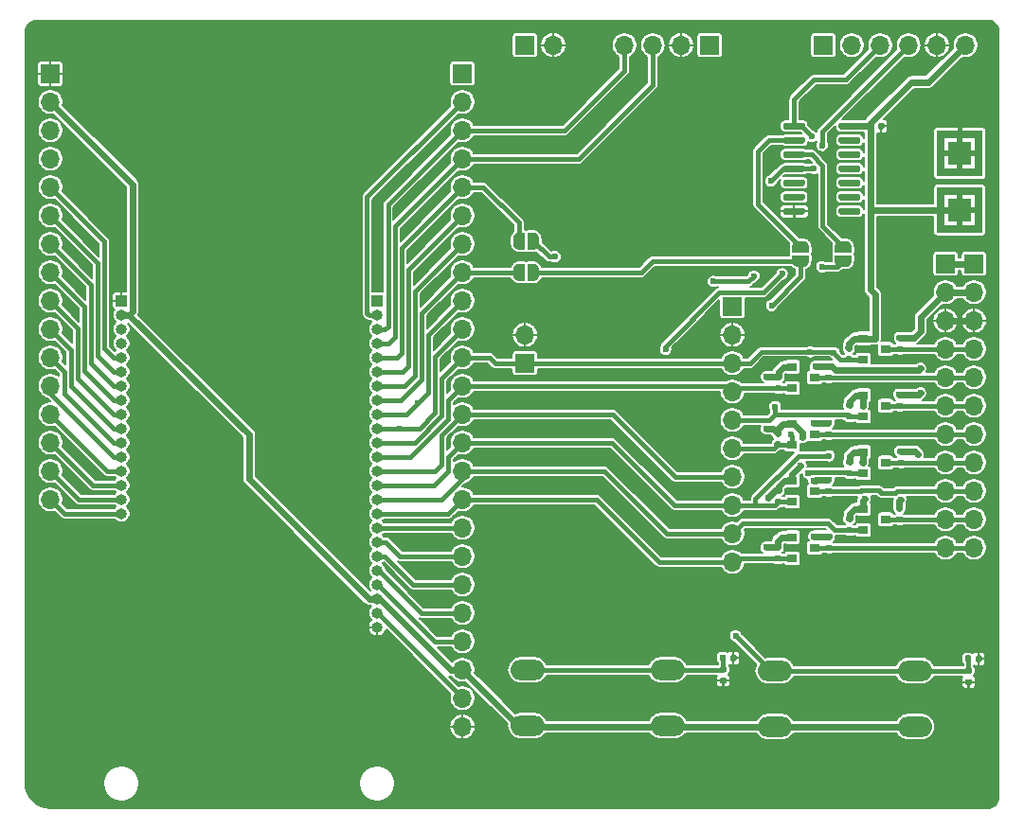
<source format=gbr>
%TF.GenerationSoftware,KiCad,Pcbnew,(5.1.8)-1*%
%TF.CreationDate,2020-11-23T02:20:36+03:00*%
%TF.ProjectId,morphesp240_g850_interface,6d6f7270-6865-4737-9032-34305f673835,1.0*%
%TF.SameCoordinates,Original*%
%TF.FileFunction,Copper,L1,Top*%
%TF.FilePolarity,Positive*%
%FSLAX46Y46*%
G04 Gerber Fmt 4.6, Leading zero omitted, Abs format (unit mm)*
G04 Created by KiCad (PCBNEW (5.1.8)-1) date 2020-11-23 02:20:36*
%MOMM*%
%LPD*%
G01*
G04 APERTURE LIST*
%TA.AperFunction,ComponentPad*%
%ADD10O,3.048000X1.850000*%
%TD*%
%TA.AperFunction,SMDPad,CuDef*%
%ADD11R,0.900000X0.800000*%
%TD*%
%TA.AperFunction,SMDPad,CuDef*%
%ADD12C,0.100000*%
%TD*%
%TA.AperFunction,ComponentPad*%
%ADD13O,1.700000X1.700000*%
%TD*%
%TA.AperFunction,ComponentPad*%
%ADD14R,1.700000X1.700000*%
%TD*%
%TA.AperFunction,ComponentPad*%
%ADD15O,1.000000X1.000000*%
%TD*%
%TA.AperFunction,ComponentPad*%
%ADD16R,1.000000X1.000000*%
%TD*%
%TA.AperFunction,ViaPad*%
%ADD17C,0.600000*%
%TD*%
%TA.AperFunction,Conductor*%
%ADD18C,0.400000*%
%TD*%
%TA.AperFunction,Conductor*%
%ADD19C,0.250000*%
%TD*%
%TA.AperFunction,Conductor*%
%ADD20C,0.600000*%
%TD*%
%TA.AperFunction,Conductor*%
%ADD21C,0.800000*%
%TD*%
%TA.AperFunction,Conductor*%
%ADD22C,0.200000*%
%TD*%
%TA.AperFunction,Conductor*%
%ADD23C,0.100000*%
%TD*%
G04 APERTURE END LIST*
%TO.P,U1,14*%
%TO.N,LV*%
%TA.AperFunction,SMDPad,CuDef*%
G36*
G01*
X149201000Y-67079000D02*
X149201000Y-66779000D01*
G75*
G02*
X149351000Y-66629000I150000J0D01*
G01*
X151001000Y-66629000D01*
G75*
G02*
X151151000Y-66779000I0J-150000D01*
G01*
X151151000Y-67079000D01*
G75*
G02*
X151001000Y-67229000I-150000J0D01*
G01*
X149351000Y-67229000D01*
G75*
G02*
X149201000Y-67079000I0J150000D01*
G01*
G37*
%TD.AperFunction*%
%TO.P,U1,13*%
%TO.N,N/C*%
%TA.AperFunction,SMDPad,CuDef*%
G36*
G01*
X149201000Y-68349000D02*
X149201000Y-68049000D01*
G75*
G02*
X149351000Y-67899000I150000J0D01*
G01*
X151001000Y-67899000D01*
G75*
G02*
X151151000Y-68049000I0J-150000D01*
G01*
X151151000Y-68349000D01*
G75*
G02*
X151001000Y-68499000I-150000J0D01*
G01*
X149351000Y-68499000D01*
G75*
G02*
X149201000Y-68349000I0J150000D01*
G01*
G37*
%TD.AperFunction*%
%TO.P,U1,12*%
%TA.AperFunction,SMDPad,CuDef*%
G36*
G01*
X149201000Y-69619000D02*
X149201000Y-69319000D01*
G75*
G02*
X149351000Y-69169000I150000J0D01*
G01*
X151001000Y-69169000D01*
G75*
G02*
X151151000Y-69319000I0J-150000D01*
G01*
X151151000Y-69619000D01*
G75*
G02*
X151001000Y-69769000I-150000J0D01*
G01*
X149351000Y-69769000D01*
G75*
G02*
X149201000Y-69619000I0J150000D01*
G01*
G37*
%TD.AperFunction*%
%TO.P,U1,11*%
%TA.AperFunction,SMDPad,CuDef*%
G36*
G01*
X149201000Y-70889000D02*
X149201000Y-70589000D01*
G75*
G02*
X149351000Y-70439000I150000J0D01*
G01*
X151001000Y-70439000D01*
G75*
G02*
X151151000Y-70589000I0J-150000D01*
G01*
X151151000Y-70889000D01*
G75*
G02*
X151001000Y-71039000I-150000J0D01*
G01*
X149351000Y-71039000D01*
G75*
G02*
X149201000Y-70889000I0J150000D01*
G01*
G37*
%TD.AperFunction*%
%TO.P,U1,10*%
%TA.AperFunction,SMDPad,CuDef*%
G36*
G01*
X149201000Y-72159000D02*
X149201000Y-71859000D01*
G75*
G02*
X149351000Y-71709000I150000J0D01*
G01*
X151001000Y-71709000D01*
G75*
G02*
X151151000Y-71859000I0J-150000D01*
G01*
X151151000Y-72159000D01*
G75*
G02*
X151001000Y-72309000I-150000J0D01*
G01*
X149351000Y-72309000D01*
G75*
G02*
X149201000Y-72159000I0J150000D01*
G01*
G37*
%TD.AperFunction*%
%TO.P,U1,9*%
%TA.AperFunction,SMDPad,CuDef*%
G36*
G01*
X149201000Y-73429000D02*
X149201000Y-73129000D01*
G75*
G02*
X149351000Y-72979000I150000J0D01*
G01*
X151001000Y-72979000D01*
G75*
G02*
X151151000Y-73129000I0J-150000D01*
G01*
X151151000Y-73429000D01*
G75*
G02*
X151001000Y-73579000I-150000J0D01*
G01*
X149351000Y-73579000D01*
G75*
G02*
X149201000Y-73429000I0J150000D01*
G01*
G37*
%TD.AperFunction*%
%TO.P,U1,8*%
%TA.AperFunction,SMDPad,CuDef*%
G36*
G01*
X149201000Y-74699000D02*
X149201000Y-74399000D01*
G75*
G02*
X149351000Y-74249000I150000J0D01*
G01*
X151001000Y-74249000D01*
G75*
G02*
X151151000Y-74399000I0J-150000D01*
G01*
X151151000Y-74699000D01*
G75*
G02*
X151001000Y-74849000I-150000J0D01*
G01*
X149351000Y-74849000D01*
G75*
G02*
X149201000Y-74699000I0J150000D01*
G01*
G37*
%TD.AperFunction*%
%TO.P,U1,7*%
%TO.N,GND*%
%TA.AperFunction,SMDPad,CuDef*%
G36*
G01*
X144251000Y-74699000D02*
X144251000Y-74399000D01*
G75*
G02*
X144401000Y-74249000I150000J0D01*
G01*
X146051000Y-74249000D01*
G75*
G02*
X146201000Y-74399000I0J-150000D01*
G01*
X146201000Y-74699000D01*
G75*
G02*
X146051000Y-74849000I-150000J0D01*
G01*
X144401000Y-74849000D01*
G75*
G02*
X144251000Y-74699000I0J150000D01*
G01*
G37*
%TD.AperFunction*%
%TO.P,U1,6*%
%TO.N,N/C*%
%TA.AperFunction,SMDPad,CuDef*%
G36*
G01*
X144251000Y-73429000D02*
X144251000Y-73129000D01*
G75*
G02*
X144401000Y-72979000I150000J0D01*
G01*
X146051000Y-72979000D01*
G75*
G02*
X146201000Y-73129000I0J-150000D01*
G01*
X146201000Y-73429000D01*
G75*
G02*
X146051000Y-73579000I-150000J0D01*
G01*
X144401000Y-73579000D01*
G75*
G02*
X144251000Y-73429000I0J150000D01*
G01*
G37*
%TD.AperFunction*%
%TO.P,U1,5*%
%TA.AperFunction,SMDPad,CuDef*%
G36*
G01*
X144251000Y-72159000D02*
X144251000Y-71859000D01*
G75*
G02*
X144401000Y-71709000I150000J0D01*
G01*
X146051000Y-71709000D01*
G75*
G02*
X146201000Y-71859000I0J-150000D01*
G01*
X146201000Y-72159000D01*
G75*
G02*
X146051000Y-72309000I-150000J0D01*
G01*
X144401000Y-72309000D01*
G75*
G02*
X144251000Y-72159000I0J150000D01*
G01*
G37*
%TD.AperFunction*%
%TO.P,U1,4*%
%TO.N,ILTXD*%
%TA.AperFunction,SMDPad,CuDef*%
G36*
G01*
X144251000Y-70889000D02*
X144251000Y-70589000D01*
G75*
G02*
X144401000Y-70439000I150000J0D01*
G01*
X146051000Y-70439000D01*
G75*
G02*
X146201000Y-70589000I0J-150000D01*
G01*
X146201000Y-70889000D01*
G75*
G02*
X146051000Y-71039000I-150000J0D01*
G01*
X144401000Y-71039000D01*
G75*
G02*
X144251000Y-70889000I0J150000D01*
G01*
G37*
%TD.AperFunction*%
%TO.P,U1,3*%
%TO.N,Net-(JPTXD1-Pad2)*%
%TA.AperFunction,SMDPad,CuDef*%
G36*
G01*
X144251000Y-69619000D02*
X144251000Y-69319000D01*
G75*
G02*
X144401000Y-69169000I150000J0D01*
G01*
X146051000Y-69169000D01*
G75*
G02*
X146201000Y-69319000I0J-150000D01*
G01*
X146201000Y-69619000D01*
G75*
G02*
X146051000Y-69769000I-150000J0D01*
G01*
X144401000Y-69769000D01*
G75*
G02*
X144251000Y-69619000I0J150000D01*
G01*
G37*
%TD.AperFunction*%
%TO.P,U1,2*%
%TO.N,Net-(JPRXD1-Pad1)*%
%TA.AperFunction,SMDPad,CuDef*%
G36*
G01*
X144251000Y-68349000D02*
X144251000Y-68049000D01*
G75*
G02*
X144401000Y-67899000I150000J0D01*
G01*
X146051000Y-67899000D01*
G75*
G02*
X146201000Y-68049000I0J-150000D01*
G01*
X146201000Y-68349000D01*
G75*
G02*
X146051000Y-68499000I-150000J0D01*
G01*
X144401000Y-68499000D01*
G75*
G02*
X144251000Y-68349000I0J150000D01*
G01*
G37*
%TD.AperFunction*%
%TO.P,U1,1*%
%TO.N,ILRXD*%
%TA.AperFunction,SMDPad,CuDef*%
G36*
G01*
X144251000Y-67079000D02*
X144251000Y-66779000D01*
G75*
G02*
X144401000Y-66629000I150000J0D01*
G01*
X146051000Y-66629000D01*
G75*
G02*
X146201000Y-66779000I0J-150000D01*
G01*
X146201000Y-67079000D01*
G75*
G02*
X146051000Y-67229000I-150000J0D01*
G01*
X144401000Y-67229000D01*
G75*
G02*
X144251000Y-67079000I0J150000D01*
G01*
G37*
%TD.AperFunction*%
%TD*%
D10*
%TO.P,SW2,2*%
%TO.N,LV*%
X143510000Y-120650000D03*
%TO.P,SW2,1*%
%TO.N,BUTTONB*%
X143510000Y-115650000D03*
%TO.P,SW2,2*%
%TO.N,LV*%
X156010000Y-120650000D03*
%TO.P,SW2,1*%
%TO.N,BUTTONB*%
X156010000Y-115650000D03*
%TD*%
%TO.P,SW1,2*%
%TO.N,LV*%
X121412000Y-120570000D03*
%TO.P,SW1,1*%
%TO.N,BUTTONA*%
X121412000Y-115570000D03*
%TO.P,SW1,2*%
%TO.N,LV*%
X133912000Y-120570000D03*
%TO.P,SW1,1*%
%TO.N,BUTTONA*%
X133912000Y-115570000D03*
%TD*%
%TO.P,R18,2*%
%TO.N,GND*%
%TA.AperFunction,SMDPad,CuDef*%
G36*
G01*
X160627080Y-116401280D02*
X160997080Y-116401280D01*
G75*
G02*
X161132080Y-116536280I0J-135000D01*
G01*
X161132080Y-116806280D01*
G75*
G02*
X160997080Y-116941280I-135000J0D01*
G01*
X160627080Y-116941280D01*
G75*
G02*
X160492080Y-116806280I0J135000D01*
G01*
X160492080Y-116536280D01*
G75*
G02*
X160627080Y-116401280I135000J0D01*
G01*
G37*
%TD.AperFunction*%
%TO.P,R18,1*%
%TO.N,BUTTONB*%
%TA.AperFunction,SMDPad,CuDef*%
G36*
G01*
X160627080Y-115381280D02*
X160997080Y-115381280D01*
G75*
G02*
X161132080Y-115516280I0J-135000D01*
G01*
X161132080Y-115786280D01*
G75*
G02*
X160997080Y-115921280I-135000J0D01*
G01*
X160627080Y-115921280D01*
G75*
G02*
X160492080Y-115786280I0J135000D01*
G01*
X160492080Y-115516280D01*
G75*
G02*
X160627080Y-115381280I135000J0D01*
G01*
G37*
%TD.AperFunction*%
%TD*%
%TO.P,R17,2*%
%TO.N,GND*%
%TA.AperFunction,SMDPad,CuDef*%
G36*
G01*
X138702000Y-116269000D02*
X139072000Y-116269000D01*
G75*
G02*
X139207000Y-116404000I0J-135000D01*
G01*
X139207000Y-116674000D01*
G75*
G02*
X139072000Y-116809000I-135000J0D01*
G01*
X138702000Y-116809000D01*
G75*
G02*
X138567000Y-116674000I0J135000D01*
G01*
X138567000Y-116404000D01*
G75*
G02*
X138702000Y-116269000I135000J0D01*
G01*
G37*
%TD.AperFunction*%
%TO.P,R17,1*%
%TO.N,BUTTONA*%
%TA.AperFunction,SMDPad,CuDef*%
G36*
G01*
X138702000Y-115249000D02*
X139072000Y-115249000D01*
G75*
G02*
X139207000Y-115384000I0J-135000D01*
G01*
X139207000Y-115654000D01*
G75*
G02*
X139072000Y-115789000I-135000J0D01*
G01*
X138702000Y-115789000D01*
G75*
G02*
X138567000Y-115654000I0J135000D01*
G01*
X138567000Y-115384000D01*
G75*
G02*
X138702000Y-115249000I135000J0D01*
G01*
G37*
%TD.AperFunction*%
%TD*%
%TO.P,R16,2*%
%TO.N,HCD*%
%TA.AperFunction,SMDPad,CuDef*%
G36*
G01*
X154552000Y-96760000D02*
X154922000Y-96760000D01*
G75*
G02*
X155057000Y-96895000I0J-135000D01*
G01*
X155057000Y-97165000D01*
G75*
G02*
X154922000Y-97300000I-135000J0D01*
G01*
X154552000Y-97300000D01*
G75*
G02*
X154417000Y-97165000I0J135000D01*
G01*
X154417000Y-96895000D01*
G75*
G02*
X154552000Y-96760000I135000J0D01*
G01*
G37*
%TD.AperFunction*%
%TO.P,R16,1*%
%TO.N,HV*%
%TA.AperFunction,SMDPad,CuDef*%
G36*
G01*
X154552000Y-95740000D02*
X154922000Y-95740000D01*
G75*
G02*
X155057000Y-95875000I0J-135000D01*
G01*
X155057000Y-96145000D01*
G75*
G02*
X154922000Y-96280000I-135000J0D01*
G01*
X154552000Y-96280000D01*
G75*
G02*
X154417000Y-96145000I0J135000D01*
G01*
X154417000Y-95875000D01*
G75*
G02*
X154552000Y-95740000I135000J0D01*
G01*
G37*
%TD.AperFunction*%
%TD*%
%TO.P,R15,2*%
%TO.N,LCD*%
%TA.AperFunction,SMDPad,CuDef*%
G36*
G01*
X149980000Y-97725200D02*
X150350000Y-97725200D01*
G75*
G02*
X150485000Y-97860200I0J-135000D01*
G01*
X150485000Y-98130200D01*
G75*
G02*
X150350000Y-98265200I-135000J0D01*
G01*
X149980000Y-98265200D01*
G75*
G02*
X149845000Y-98130200I0J135000D01*
G01*
X149845000Y-97860200D01*
G75*
G02*
X149980000Y-97725200I135000J0D01*
G01*
G37*
%TD.AperFunction*%
%TO.P,R15,1*%
%TO.N,LV*%
%TA.AperFunction,SMDPad,CuDef*%
G36*
G01*
X149980000Y-96705200D02*
X150350000Y-96705200D01*
G75*
G02*
X150485000Y-96840200I0J-135000D01*
G01*
X150485000Y-97110200D01*
G75*
G02*
X150350000Y-97245200I-135000J0D01*
G01*
X149980000Y-97245200D01*
G75*
G02*
X149845000Y-97110200I0J135000D01*
G01*
X149845000Y-96840200D01*
G75*
G02*
X149980000Y-96705200I135000J0D01*
G01*
G37*
%TD.AperFunction*%
%TD*%
%TO.P,R14,2*%
%TO.N,HDSR*%
%TA.AperFunction,SMDPad,CuDef*%
G36*
G01*
X154450000Y-101838000D02*
X154820000Y-101838000D01*
G75*
G02*
X154955000Y-101973000I0J-135000D01*
G01*
X154955000Y-102243000D01*
G75*
G02*
X154820000Y-102378000I-135000J0D01*
G01*
X154450000Y-102378000D01*
G75*
G02*
X154315000Y-102243000I0J135000D01*
G01*
X154315000Y-101973000D01*
G75*
G02*
X154450000Y-101838000I135000J0D01*
G01*
G37*
%TD.AperFunction*%
%TO.P,R14,1*%
%TO.N,HV*%
%TA.AperFunction,SMDPad,CuDef*%
G36*
G01*
X154450000Y-100818000D02*
X154820000Y-100818000D01*
G75*
G02*
X154955000Y-100953000I0J-135000D01*
G01*
X154955000Y-101223000D01*
G75*
G02*
X154820000Y-101358000I-135000J0D01*
G01*
X154450000Y-101358000D01*
G75*
G02*
X154315000Y-101223000I0J135000D01*
G01*
X154315000Y-100953000D01*
G75*
G02*
X154450000Y-100818000I135000J0D01*
G01*
G37*
%TD.AperFunction*%
%TD*%
%TO.P,R13,2*%
%TO.N,LDSR*%
%TA.AperFunction,SMDPad,CuDef*%
G36*
G01*
X149980000Y-102803000D02*
X150350000Y-102803000D01*
G75*
G02*
X150485000Y-102938000I0J-135000D01*
G01*
X150485000Y-103208000D01*
G75*
G02*
X150350000Y-103343000I-135000J0D01*
G01*
X149980000Y-103343000D01*
G75*
G02*
X149845000Y-103208000I0J135000D01*
G01*
X149845000Y-102938000D01*
G75*
G02*
X149980000Y-102803000I135000J0D01*
G01*
G37*
%TD.AperFunction*%
%TO.P,R13,1*%
%TO.N,LV*%
%TA.AperFunction,SMDPad,CuDef*%
G36*
G01*
X149980000Y-101783000D02*
X150350000Y-101783000D01*
G75*
G02*
X150485000Y-101918000I0J-135000D01*
G01*
X150485000Y-102188000D01*
G75*
G02*
X150350000Y-102323000I-135000J0D01*
G01*
X149980000Y-102323000D01*
G75*
G02*
X149845000Y-102188000I0J135000D01*
G01*
X149845000Y-101918000D01*
G75*
G02*
X149980000Y-101783000I135000J0D01*
G01*
G37*
%TD.AperFunction*%
%TD*%
%TO.P,R12,2*%
%TO.N,HTXD*%
%TA.AperFunction,SMDPad,CuDef*%
G36*
G01*
X148100000Y-94218000D02*
X148470000Y-94218000D01*
G75*
G02*
X148605000Y-94353000I0J-135000D01*
G01*
X148605000Y-94623000D01*
G75*
G02*
X148470000Y-94758000I-135000J0D01*
G01*
X148100000Y-94758000D01*
G75*
G02*
X147965000Y-94623000I0J135000D01*
G01*
X147965000Y-94353000D01*
G75*
G02*
X148100000Y-94218000I135000J0D01*
G01*
G37*
%TD.AperFunction*%
%TO.P,R12,1*%
%TO.N,HV*%
%TA.AperFunction,SMDPad,CuDef*%
G36*
G01*
X148100000Y-93198000D02*
X148470000Y-93198000D01*
G75*
G02*
X148605000Y-93333000I0J-135000D01*
G01*
X148605000Y-93603000D01*
G75*
G02*
X148470000Y-93738000I-135000J0D01*
G01*
X148100000Y-93738000D01*
G75*
G02*
X147965000Y-93603000I0J135000D01*
G01*
X147965000Y-93333000D01*
G75*
G02*
X148100000Y-93198000I135000J0D01*
G01*
G37*
%TD.AperFunction*%
%TD*%
%TO.P,R11,2*%
%TO.N,LTXD*%
%TA.AperFunction,SMDPad,CuDef*%
G36*
G01*
X143579000Y-95134400D02*
X143949000Y-95134400D01*
G75*
G02*
X144084000Y-95269400I0J-135000D01*
G01*
X144084000Y-95539400D01*
G75*
G02*
X143949000Y-95674400I-135000J0D01*
G01*
X143579000Y-95674400D01*
G75*
G02*
X143444000Y-95539400I0J135000D01*
G01*
X143444000Y-95269400D01*
G75*
G02*
X143579000Y-95134400I135000J0D01*
G01*
G37*
%TD.AperFunction*%
%TO.P,R11,1*%
%TO.N,LV*%
%TA.AperFunction,SMDPad,CuDef*%
G36*
G01*
X143579000Y-94114400D02*
X143949000Y-94114400D01*
G75*
G02*
X144084000Y-94249400I0J-135000D01*
G01*
X144084000Y-94519400D01*
G75*
G02*
X143949000Y-94654400I-135000J0D01*
G01*
X143579000Y-94654400D01*
G75*
G02*
X143444000Y-94519400I0J135000D01*
G01*
X143444000Y-94249400D01*
G75*
G02*
X143579000Y-94114400I135000J0D01*
G01*
G37*
%TD.AperFunction*%
%TD*%
%TO.P,R10,2*%
%TO.N,HRXD*%
%TA.AperFunction,SMDPad,CuDef*%
G36*
G01*
X154450000Y-91680000D02*
X154820000Y-91680000D01*
G75*
G02*
X154955000Y-91815000I0J-135000D01*
G01*
X154955000Y-92085000D01*
G75*
G02*
X154820000Y-92220000I-135000J0D01*
G01*
X154450000Y-92220000D01*
G75*
G02*
X154315000Y-92085000I0J135000D01*
G01*
X154315000Y-91815000D01*
G75*
G02*
X154450000Y-91680000I135000J0D01*
G01*
G37*
%TD.AperFunction*%
%TO.P,R10,1*%
%TO.N,HV*%
%TA.AperFunction,SMDPad,CuDef*%
G36*
G01*
X154450000Y-90660000D02*
X154820000Y-90660000D01*
G75*
G02*
X154955000Y-90795000I0J-135000D01*
G01*
X154955000Y-91065000D01*
G75*
G02*
X154820000Y-91200000I-135000J0D01*
G01*
X154450000Y-91200000D01*
G75*
G02*
X154315000Y-91065000I0J135000D01*
G01*
X154315000Y-90795000D01*
G75*
G02*
X154450000Y-90660000I135000J0D01*
G01*
G37*
%TD.AperFunction*%
%TD*%
%TO.P,R9,2*%
%TO.N,LRXD*%
%TA.AperFunction,SMDPad,CuDef*%
G36*
G01*
X149980000Y-92645200D02*
X150350000Y-92645200D01*
G75*
G02*
X150485000Y-92780200I0J-135000D01*
G01*
X150485000Y-93050200D01*
G75*
G02*
X150350000Y-93185200I-135000J0D01*
G01*
X149980000Y-93185200D01*
G75*
G02*
X149845000Y-93050200I0J135000D01*
G01*
X149845000Y-92780200D01*
G75*
G02*
X149980000Y-92645200I135000J0D01*
G01*
G37*
%TD.AperFunction*%
%TO.P,R9,1*%
%TO.N,LV*%
%TA.AperFunction,SMDPad,CuDef*%
G36*
G01*
X149980000Y-91625200D02*
X150350000Y-91625200D01*
G75*
G02*
X150485000Y-91760200I0J-135000D01*
G01*
X150485000Y-92030200D01*
G75*
G02*
X150350000Y-92165200I-135000J0D01*
G01*
X149980000Y-92165200D01*
G75*
G02*
X149845000Y-92030200I0J135000D01*
G01*
X149845000Y-91760200D01*
G75*
G02*
X149980000Y-91625200I135000J0D01*
G01*
G37*
%TD.AperFunction*%
%TD*%
%TO.P,R8,2*%
%TO.N,HCI*%
%TA.AperFunction,SMDPad,CuDef*%
G36*
G01*
X148151000Y-104378000D02*
X148521000Y-104378000D01*
G75*
G02*
X148656000Y-104513000I0J-135000D01*
G01*
X148656000Y-104783000D01*
G75*
G02*
X148521000Y-104918000I-135000J0D01*
G01*
X148151000Y-104918000D01*
G75*
G02*
X148016000Y-104783000I0J135000D01*
G01*
X148016000Y-104513000D01*
G75*
G02*
X148151000Y-104378000I135000J0D01*
G01*
G37*
%TD.AperFunction*%
%TO.P,R8,1*%
%TO.N,HV*%
%TA.AperFunction,SMDPad,CuDef*%
G36*
G01*
X148151000Y-103358000D02*
X148521000Y-103358000D01*
G75*
G02*
X148656000Y-103493000I0J-135000D01*
G01*
X148656000Y-103763000D01*
G75*
G02*
X148521000Y-103898000I-135000J0D01*
G01*
X148151000Y-103898000D01*
G75*
G02*
X148016000Y-103763000I0J135000D01*
G01*
X148016000Y-103493000D01*
G75*
G02*
X148151000Y-103358000I135000J0D01*
G01*
G37*
%TD.AperFunction*%
%TD*%
%TO.P,R7,2*%
%TO.N,HDTR*%
%TA.AperFunction,SMDPad,CuDef*%
G36*
G01*
X148100000Y-89140000D02*
X148470000Y-89140000D01*
G75*
G02*
X148605000Y-89275000I0J-135000D01*
G01*
X148605000Y-89545000D01*
G75*
G02*
X148470000Y-89680000I-135000J0D01*
G01*
X148100000Y-89680000D01*
G75*
G02*
X147965000Y-89545000I0J135000D01*
G01*
X147965000Y-89275000D01*
G75*
G02*
X148100000Y-89140000I135000J0D01*
G01*
G37*
%TD.AperFunction*%
%TO.P,R7,1*%
%TO.N,HV*%
%TA.AperFunction,SMDPad,CuDef*%
G36*
G01*
X148100000Y-88120000D02*
X148470000Y-88120000D01*
G75*
G02*
X148605000Y-88255000I0J-135000D01*
G01*
X148605000Y-88525000D01*
G75*
G02*
X148470000Y-88660000I-135000J0D01*
G01*
X148100000Y-88660000D01*
G75*
G02*
X147965000Y-88525000I0J135000D01*
G01*
X147965000Y-88255000D01*
G75*
G02*
X148100000Y-88120000I135000J0D01*
G01*
G37*
%TD.AperFunction*%
%TD*%
%TO.P,R6,2*%
%TO.N,LCI*%
%TA.AperFunction,SMDPad,CuDef*%
G36*
G01*
X143579000Y-105345000D02*
X143949000Y-105345000D01*
G75*
G02*
X144084000Y-105480000I0J-135000D01*
G01*
X144084000Y-105750000D01*
G75*
G02*
X143949000Y-105885000I-135000J0D01*
G01*
X143579000Y-105885000D01*
G75*
G02*
X143444000Y-105750000I0J135000D01*
G01*
X143444000Y-105480000D01*
G75*
G02*
X143579000Y-105345000I135000J0D01*
G01*
G37*
%TD.AperFunction*%
%TO.P,R6,1*%
%TO.N,LV*%
%TA.AperFunction,SMDPad,CuDef*%
G36*
G01*
X143579000Y-104325000D02*
X143949000Y-104325000D01*
G75*
G02*
X144084000Y-104460000I0J-135000D01*
G01*
X144084000Y-104730000D01*
G75*
G02*
X143949000Y-104865000I-135000J0D01*
G01*
X143579000Y-104865000D01*
G75*
G02*
X143444000Y-104730000I0J135000D01*
G01*
X143444000Y-104460000D01*
G75*
G02*
X143579000Y-104325000I135000J0D01*
G01*
G37*
%TD.AperFunction*%
%TD*%
%TO.P,R5,2*%
%TO.N,LDTR*%
%TA.AperFunction,SMDPad,CuDef*%
G36*
G01*
X143630000Y-90105200D02*
X144000000Y-90105200D01*
G75*
G02*
X144135000Y-90240200I0J-135000D01*
G01*
X144135000Y-90510200D01*
G75*
G02*
X144000000Y-90645200I-135000J0D01*
G01*
X143630000Y-90645200D01*
G75*
G02*
X143495000Y-90510200I0J135000D01*
G01*
X143495000Y-90240200D01*
G75*
G02*
X143630000Y-90105200I135000J0D01*
G01*
G37*
%TD.AperFunction*%
%TO.P,R5,1*%
%TO.N,LV*%
%TA.AperFunction,SMDPad,CuDef*%
G36*
G01*
X143630000Y-89085200D02*
X144000000Y-89085200D01*
G75*
G02*
X144135000Y-89220200I0J-135000D01*
G01*
X144135000Y-89490200D01*
G75*
G02*
X144000000Y-89625200I-135000J0D01*
G01*
X143630000Y-89625200D01*
G75*
G02*
X143495000Y-89490200I0J135000D01*
G01*
X143495000Y-89220200D01*
G75*
G02*
X143630000Y-89085200I135000J0D01*
G01*
G37*
%TD.AperFunction*%
%TD*%
%TO.P,R4,2*%
%TO.N,HCTS*%
%TA.AperFunction,SMDPad,CuDef*%
G36*
G01*
X148100000Y-99300000D02*
X148470000Y-99300000D01*
G75*
G02*
X148605000Y-99435000I0J-135000D01*
G01*
X148605000Y-99705000D01*
G75*
G02*
X148470000Y-99840000I-135000J0D01*
G01*
X148100000Y-99840000D01*
G75*
G02*
X147965000Y-99705000I0J135000D01*
G01*
X147965000Y-99435000D01*
G75*
G02*
X148100000Y-99300000I135000J0D01*
G01*
G37*
%TD.AperFunction*%
%TO.P,R4,1*%
%TO.N,HV*%
%TA.AperFunction,SMDPad,CuDef*%
G36*
G01*
X148100000Y-98280000D02*
X148470000Y-98280000D01*
G75*
G02*
X148605000Y-98415000I0J-135000D01*
G01*
X148605000Y-98685000D01*
G75*
G02*
X148470000Y-98820000I-135000J0D01*
G01*
X148100000Y-98820000D01*
G75*
G02*
X147965000Y-98685000I0J135000D01*
G01*
X147965000Y-98415000D01*
G75*
G02*
X148100000Y-98280000I135000J0D01*
G01*
G37*
%TD.AperFunction*%
%TD*%
%TO.P,R3,2*%
%TO.N,HRTS*%
%TA.AperFunction,SMDPad,CuDef*%
G36*
G01*
X154501000Y-86600000D02*
X154871000Y-86600000D01*
G75*
G02*
X155006000Y-86735000I0J-135000D01*
G01*
X155006000Y-87005000D01*
G75*
G02*
X154871000Y-87140000I-135000J0D01*
G01*
X154501000Y-87140000D01*
G75*
G02*
X154366000Y-87005000I0J135000D01*
G01*
X154366000Y-86735000D01*
G75*
G02*
X154501000Y-86600000I135000J0D01*
G01*
G37*
%TD.AperFunction*%
%TO.P,R3,1*%
%TO.N,HV*%
%TA.AperFunction,SMDPad,CuDef*%
G36*
G01*
X154501000Y-85580000D02*
X154871000Y-85580000D01*
G75*
G02*
X155006000Y-85715000I0J-135000D01*
G01*
X155006000Y-85985000D01*
G75*
G02*
X154871000Y-86120000I-135000J0D01*
G01*
X154501000Y-86120000D01*
G75*
G02*
X154366000Y-85985000I0J135000D01*
G01*
X154366000Y-85715000D01*
G75*
G02*
X154501000Y-85580000I135000J0D01*
G01*
G37*
%TD.AperFunction*%
%TD*%
%TO.P,R2,2*%
%TO.N,LCTS*%
%TA.AperFunction,SMDPad,CuDef*%
G36*
G01*
X143630000Y-100265000D02*
X144000000Y-100265000D01*
G75*
G02*
X144135000Y-100400000I0J-135000D01*
G01*
X144135000Y-100670000D01*
G75*
G02*
X144000000Y-100805000I-135000J0D01*
G01*
X143630000Y-100805000D01*
G75*
G02*
X143495000Y-100670000I0J135000D01*
G01*
X143495000Y-100400000D01*
G75*
G02*
X143630000Y-100265000I135000J0D01*
G01*
G37*
%TD.AperFunction*%
%TO.P,R2,1*%
%TO.N,LV*%
%TA.AperFunction,SMDPad,CuDef*%
G36*
G01*
X143630000Y-99245000D02*
X144000000Y-99245000D01*
G75*
G02*
X144135000Y-99380000I0J-135000D01*
G01*
X144135000Y-99650000D01*
G75*
G02*
X144000000Y-99785000I-135000J0D01*
G01*
X143630000Y-99785000D01*
G75*
G02*
X143495000Y-99650000I0J135000D01*
G01*
X143495000Y-99380000D01*
G75*
G02*
X143630000Y-99245000I135000J0D01*
G01*
G37*
%TD.AperFunction*%
%TD*%
%TO.P,R1,2*%
%TO.N,LRTS*%
%TA.AperFunction,SMDPad,CuDef*%
G36*
G01*
X149929000Y-87514400D02*
X150299000Y-87514400D01*
G75*
G02*
X150434000Y-87649400I0J-135000D01*
G01*
X150434000Y-87919400D01*
G75*
G02*
X150299000Y-88054400I-135000J0D01*
G01*
X149929000Y-88054400D01*
G75*
G02*
X149794000Y-87919400I0J135000D01*
G01*
X149794000Y-87649400D01*
G75*
G02*
X149929000Y-87514400I135000J0D01*
G01*
G37*
%TD.AperFunction*%
%TO.P,R1,1*%
%TO.N,LV*%
%TA.AperFunction,SMDPad,CuDef*%
G36*
G01*
X149929000Y-86494400D02*
X150299000Y-86494400D01*
G75*
G02*
X150434000Y-86629400I0J-135000D01*
G01*
X150434000Y-86899400D01*
G75*
G02*
X150299000Y-87034400I-135000J0D01*
G01*
X149929000Y-87034400D01*
G75*
G02*
X149794000Y-86899400I0J135000D01*
G01*
X149794000Y-86629400D01*
G75*
G02*
X149929000Y-86494400I135000J0D01*
G01*
G37*
%TD.AperFunction*%
%TD*%
D11*
%TO.P,Q8,3*%
%TO.N,HCD*%
X153400000Y-97028000D03*
%TO.P,Q8,2*%
%TO.N,LCD*%
X151400000Y-97978000D03*
%TO.P,Q8,1*%
%TO.N,LV*%
X151400000Y-96078000D03*
%TD*%
%TO.P,Q7,3*%
%TO.N,HDSR*%
X153400000Y-102108000D03*
%TO.P,Q7,2*%
%TO.N,LDSR*%
X151400000Y-103058000D03*
%TO.P,Q7,1*%
%TO.N,LV*%
X151400000Y-101158000D03*
%TD*%
%TO.P,Q6,3*%
%TO.N,HTXD*%
X147050000Y-94488000D03*
%TO.P,Q6,2*%
%TO.N,LTXD*%
X145050000Y-95438000D03*
%TO.P,Q6,1*%
%TO.N,LV*%
X145050000Y-93538000D03*
%TD*%
%TO.P,Q5,3*%
%TO.N,HRXD*%
X153400000Y-91948000D03*
%TO.P,Q5,2*%
%TO.N,LRXD*%
X151400000Y-92898000D03*
%TO.P,Q5,1*%
%TO.N,LV*%
X151400000Y-90998000D03*
%TD*%
%TO.P,Q4,3*%
%TO.N,HCI*%
X147050000Y-104648000D03*
%TO.P,Q4,2*%
%TO.N,LCI*%
X145050000Y-105598000D03*
%TO.P,Q4,1*%
%TO.N,LV*%
X145050000Y-103698000D03*
%TD*%
%TO.P,Q3,3*%
%TO.N,HDTR*%
X147050000Y-89408000D03*
%TO.P,Q3,2*%
%TO.N,LDTR*%
X145050000Y-90358000D03*
%TO.P,Q3,1*%
%TO.N,LV*%
X145050000Y-88458000D03*
%TD*%
%TO.P,Q2,3*%
%TO.N,HCTS*%
X147050000Y-99568000D03*
%TO.P,Q2,2*%
%TO.N,LCTS*%
X145050000Y-100518000D03*
%TO.P,Q2,1*%
%TO.N,LV*%
X145050000Y-98618000D03*
%TD*%
%TO.P,Q1,3*%
%TO.N,HRTS*%
X153400000Y-86868000D03*
%TO.P,Q1,2*%
%TO.N,LRTS*%
X151400000Y-87818000D03*
%TO.P,Q1,1*%
%TO.N,LV*%
X151400000Y-85918000D03*
%TD*%
%TA.AperFunction,SMDPad,CuDef*%
D12*
%TO.P,JPTXD1,2*%
%TO.N,Net-(JPTXD1-Pad2)*%
G36*
X148856602Y-77709000D02*
G01*
X148856602Y-77684466D01*
X148861412Y-77635635D01*
X148870984Y-77587510D01*
X148885228Y-77540555D01*
X148904005Y-77495222D01*
X148927136Y-77451949D01*
X148954396Y-77411150D01*
X148985524Y-77373221D01*
X149020221Y-77338524D01*
X149058150Y-77307396D01*
X149098949Y-77280136D01*
X149142222Y-77257005D01*
X149187555Y-77238228D01*
X149234510Y-77223984D01*
X149282635Y-77214412D01*
X149331466Y-77209602D01*
X149356000Y-77209602D01*
X149356000Y-77209000D01*
X149856000Y-77209000D01*
X149856000Y-77209602D01*
X149880534Y-77209602D01*
X149929365Y-77214412D01*
X149977490Y-77223984D01*
X150024445Y-77238228D01*
X150069778Y-77257005D01*
X150113051Y-77280136D01*
X150153850Y-77307396D01*
X150191779Y-77338524D01*
X150226476Y-77373221D01*
X150257604Y-77411150D01*
X150284864Y-77451949D01*
X150307995Y-77495222D01*
X150326772Y-77540555D01*
X150341016Y-77587510D01*
X150350588Y-77635635D01*
X150355398Y-77684466D01*
X150355398Y-77709000D01*
X150356000Y-77709000D01*
X150356000Y-78209000D01*
X148856000Y-78209000D01*
X148856000Y-77709000D01*
X148856602Y-77709000D01*
G37*
%TD.AperFunction*%
%TA.AperFunction,SMDPad,CuDef*%
%TO.P,JPTXD1,1*%
%TO.N,LTXD*%
G36*
X150356000Y-78509000D02*
G01*
X150356000Y-79009000D01*
X150355398Y-79009000D01*
X150355398Y-79033534D01*
X150350588Y-79082365D01*
X150341016Y-79130490D01*
X150326772Y-79177445D01*
X150307995Y-79222778D01*
X150284864Y-79266051D01*
X150257604Y-79306850D01*
X150226476Y-79344779D01*
X150191779Y-79379476D01*
X150153850Y-79410604D01*
X150113051Y-79437864D01*
X150069778Y-79460995D01*
X150024445Y-79479772D01*
X149977490Y-79494016D01*
X149929365Y-79503588D01*
X149880534Y-79508398D01*
X149856000Y-79508398D01*
X149856000Y-79509000D01*
X149356000Y-79509000D01*
X149356000Y-79508398D01*
X149331466Y-79508398D01*
X149282635Y-79503588D01*
X149234510Y-79494016D01*
X149187555Y-79479772D01*
X149142222Y-79460995D01*
X149098949Y-79437864D01*
X149058150Y-79410604D01*
X149020221Y-79379476D01*
X148985524Y-79344779D01*
X148954396Y-79306850D01*
X148927136Y-79266051D01*
X148904005Y-79222778D01*
X148885228Y-79177445D01*
X148870984Y-79130490D01*
X148861412Y-79082365D01*
X148856602Y-79033534D01*
X148856602Y-79009000D01*
X148856000Y-79009000D01*
X148856000Y-78509000D01*
X150356000Y-78509000D01*
G37*
%TD.AperFunction*%
%TD*%
%TA.AperFunction,SMDPad,CuDef*%
%TO.P,JPRXD1,2*%
%TO.N,LRXD*%
G36*
X146545398Y-79009000D02*
G01*
X146545398Y-79033534D01*
X146540588Y-79082365D01*
X146531016Y-79130490D01*
X146516772Y-79177445D01*
X146497995Y-79222778D01*
X146474864Y-79266051D01*
X146447604Y-79306850D01*
X146416476Y-79344779D01*
X146381779Y-79379476D01*
X146343850Y-79410604D01*
X146303051Y-79437864D01*
X146259778Y-79460995D01*
X146214445Y-79479772D01*
X146167490Y-79494016D01*
X146119365Y-79503588D01*
X146070534Y-79508398D01*
X146046000Y-79508398D01*
X146046000Y-79509000D01*
X145546000Y-79509000D01*
X145546000Y-79508398D01*
X145521466Y-79508398D01*
X145472635Y-79503588D01*
X145424510Y-79494016D01*
X145377555Y-79479772D01*
X145332222Y-79460995D01*
X145288949Y-79437864D01*
X145248150Y-79410604D01*
X145210221Y-79379476D01*
X145175524Y-79344779D01*
X145144396Y-79306850D01*
X145117136Y-79266051D01*
X145094005Y-79222778D01*
X145075228Y-79177445D01*
X145060984Y-79130490D01*
X145051412Y-79082365D01*
X145046602Y-79033534D01*
X145046602Y-79009000D01*
X145046000Y-79009000D01*
X145046000Y-78509000D01*
X146546000Y-78509000D01*
X146546000Y-79009000D01*
X146545398Y-79009000D01*
G37*
%TD.AperFunction*%
%TA.AperFunction,SMDPad,CuDef*%
%TO.P,JPRXD1,1*%
%TO.N,Net-(JPRXD1-Pad1)*%
G36*
X145046000Y-78209000D02*
G01*
X145046000Y-77709000D01*
X145046602Y-77709000D01*
X145046602Y-77684466D01*
X145051412Y-77635635D01*
X145060984Y-77587510D01*
X145075228Y-77540555D01*
X145094005Y-77495222D01*
X145117136Y-77451949D01*
X145144396Y-77411150D01*
X145175524Y-77373221D01*
X145210221Y-77338524D01*
X145248150Y-77307396D01*
X145288949Y-77280136D01*
X145332222Y-77257005D01*
X145377555Y-77238228D01*
X145424510Y-77223984D01*
X145472635Y-77214412D01*
X145521466Y-77209602D01*
X145546000Y-77209602D01*
X145546000Y-77209000D01*
X146046000Y-77209000D01*
X146046000Y-77209602D01*
X146070534Y-77209602D01*
X146119365Y-77214412D01*
X146167490Y-77223984D01*
X146214445Y-77238228D01*
X146259778Y-77257005D01*
X146303051Y-77280136D01*
X146343850Y-77307396D01*
X146381779Y-77338524D01*
X146416476Y-77373221D01*
X146447604Y-77411150D01*
X146474864Y-77451949D01*
X146497995Y-77495222D01*
X146516772Y-77540555D01*
X146531016Y-77587510D01*
X146540588Y-77635635D01*
X146545398Y-77684466D01*
X146545398Y-77709000D01*
X146546000Y-77709000D01*
X146546000Y-78209000D01*
X145046000Y-78209000D01*
G37*
%TD.AperFunction*%
%TD*%
%TA.AperFunction,SMDPad,CuDef*%
%TO.P,JPLTXD1,2*%
%TO.N,LTXD*%
G36*
X121920000Y-76466602D02*
G01*
X121944534Y-76466602D01*
X121993365Y-76471412D01*
X122041490Y-76480984D01*
X122088445Y-76495228D01*
X122133778Y-76514005D01*
X122177051Y-76537136D01*
X122217850Y-76564396D01*
X122255779Y-76595524D01*
X122290476Y-76630221D01*
X122321604Y-76668150D01*
X122348864Y-76708949D01*
X122371995Y-76752222D01*
X122390772Y-76797555D01*
X122405016Y-76844510D01*
X122414588Y-76892635D01*
X122419398Y-76941466D01*
X122419398Y-76966000D01*
X122420000Y-76966000D01*
X122420000Y-77466000D01*
X122419398Y-77466000D01*
X122419398Y-77490534D01*
X122414588Y-77539365D01*
X122405016Y-77587490D01*
X122390772Y-77634445D01*
X122371995Y-77679778D01*
X122348864Y-77723051D01*
X122321604Y-77763850D01*
X122290476Y-77801779D01*
X122255779Y-77836476D01*
X122217850Y-77867604D01*
X122177051Y-77894864D01*
X122133778Y-77917995D01*
X122088445Y-77936772D01*
X122041490Y-77951016D01*
X121993365Y-77960588D01*
X121944534Y-77965398D01*
X121920000Y-77965398D01*
X121920000Y-77966000D01*
X121420000Y-77966000D01*
X121420000Y-76466000D01*
X121920000Y-76466000D01*
X121920000Y-76466602D01*
G37*
%TD.AperFunction*%
%TA.AperFunction,SMDPad,CuDef*%
%TO.P,JPLTXD1,1*%
%TO.N,/IO41*%
G36*
X121120000Y-77966000D02*
G01*
X120620000Y-77966000D01*
X120620000Y-77965398D01*
X120595466Y-77965398D01*
X120546635Y-77960588D01*
X120498510Y-77951016D01*
X120451555Y-77936772D01*
X120406222Y-77917995D01*
X120362949Y-77894864D01*
X120322150Y-77867604D01*
X120284221Y-77836476D01*
X120249524Y-77801779D01*
X120218396Y-77763850D01*
X120191136Y-77723051D01*
X120168005Y-77679778D01*
X120149228Y-77634445D01*
X120134984Y-77587490D01*
X120125412Y-77539365D01*
X120120602Y-77490534D01*
X120120602Y-77466000D01*
X120120000Y-77466000D01*
X120120000Y-76966000D01*
X120120602Y-76966000D01*
X120120602Y-76941466D01*
X120125412Y-76892635D01*
X120134984Y-76844510D01*
X120149228Y-76797555D01*
X120168005Y-76752222D01*
X120191136Y-76708949D01*
X120218396Y-76668150D01*
X120249524Y-76630221D01*
X120284221Y-76595524D01*
X120322150Y-76564396D01*
X120362949Y-76537136D01*
X120406222Y-76514005D01*
X120451555Y-76495228D01*
X120498510Y-76480984D01*
X120546635Y-76471412D01*
X120595466Y-76466602D01*
X120620000Y-76466602D01*
X120620000Y-76466000D01*
X121120000Y-76466000D01*
X121120000Y-77966000D01*
G37*
%TD.AperFunction*%
%TD*%
%TA.AperFunction,SMDPad,CuDef*%
%TO.P,JPLRXD1,2*%
%TO.N,LRXD*%
G36*
X121920000Y-79260602D02*
G01*
X121944534Y-79260602D01*
X121993365Y-79265412D01*
X122041490Y-79274984D01*
X122088445Y-79289228D01*
X122133778Y-79308005D01*
X122177051Y-79331136D01*
X122217850Y-79358396D01*
X122255779Y-79389524D01*
X122290476Y-79424221D01*
X122321604Y-79462150D01*
X122348864Y-79502949D01*
X122371995Y-79546222D01*
X122390772Y-79591555D01*
X122405016Y-79638510D01*
X122414588Y-79686635D01*
X122419398Y-79735466D01*
X122419398Y-79760000D01*
X122420000Y-79760000D01*
X122420000Y-80260000D01*
X122419398Y-80260000D01*
X122419398Y-80284534D01*
X122414588Y-80333365D01*
X122405016Y-80381490D01*
X122390772Y-80428445D01*
X122371995Y-80473778D01*
X122348864Y-80517051D01*
X122321604Y-80557850D01*
X122290476Y-80595779D01*
X122255779Y-80630476D01*
X122217850Y-80661604D01*
X122177051Y-80688864D01*
X122133778Y-80711995D01*
X122088445Y-80730772D01*
X122041490Y-80745016D01*
X121993365Y-80754588D01*
X121944534Y-80759398D01*
X121920000Y-80759398D01*
X121920000Y-80760000D01*
X121420000Y-80760000D01*
X121420000Y-79260000D01*
X121920000Y-79260000D01*
X121920000Y-79260602D01*
G37*
%TD.AperFunction*%
%TA.AperFunction,SMDPad,CuDef*%
%TO.P,JPLRXD1,1*%
%TO.N,/IO39*%
G36*
X121120000Y-80760000D02*
G01*
X120620000Y-80760000D01*
X120620000Y-80759398D01*
X120595466Y-80759398D01*
X120546635Y-80754588D01*
X120498510Y-80745016D01*
X120451555Y-80730772D01*
X120406222Y-80711995D01*
X120362949Y-80688864D01*
X120322150Y-80661604D01*
X120284221Y-80630476D01*
X120249524Y-80595779D01*
X120218396Y-80557850D01*
X120191136Y-80517051D01*
X120168005Y-80473778D01*
X120149228Y-80428445D01*
X120134984Y-80381490D01*
X120125412Y-80333365D01*
X120120602Y-80284534D01*
X120120602Y-80260000D01*
X120120000Y-80260000D01*
X120120000Y-79760000D01*
X120120602Y-79760000D01*
X120120602Y-79735466D01*
X120125412Y-79686635D01*
X120134984Y-79638510D01*
X120149228Y-79591555D01*
X120168005Y-79546222D01*
X120191136Y-79502949D01*
X120218396Y-79462150D01*
X120249524Y-79424221D01*
X120284221Y-79389524D01*
X120322150Y-79358396D01*
X120362949Y-79331136D01*
X120406222Y-79308005D01*
X120451555Y-79289228D01*
X120498510Y-79274984D01*
X120546635Y-79265412D01*
X120595466Y-79260602D01*
X120620000Y-79260602D01*
X120620000Y-79260000D01*
X121120000Y-79260000D01*
X121120000Y-80760000D01*
G37*
%TD.AperFunction*%
%TD*%
D13*
%TO.P,J13,11*%
%TO.N,HCI*%
X161290000Y-104648000D03*
%TO.P,J13,10*%
%TO.N,HDSR*%
X161290000Y-102108000D03*
%TO.P,J13,9*%
%TO.N,HCTS*%
X161290000Y-99568000D03*
%TO.P,J13,8*%
%TO.N,HCD*%
X161290000Y-97028000D03*
%TO.P,J13,7*%
%TO.N,HTXD*%
X161290000Y-94488000D03*
%TO.P,J13,6*%
%TO.N,HRXD*%
X161290000Y-91948000D03*
%TO.P,J13,5*%
%TO.N,HDTR*%
X161290000Y-89408000D03*
%TO.P,J13,4*%
%TO.N,HRTS*%
X161290000Y-86868000D03*
%TO.P,J13,3*%
%TO.N,GND*%
X161290000Y-84328000D03*
%TO.P,J13,2*%
%TO.N,HV*%
X161290000Y-81788000D03*
D14*
%TO.P,J13,1*%
%TO.N,Net-(J12-Pad1)*%
X161290000Y-79248000D03*
%TD*%
D13*
%TO.P,J12,11*%
%TO.N,HCI*%
X158750000Y-104648000D03*
%TO.P,J12,10*%
%TO.N,HDSR*%
X158750000Y-102108000D03*
%TO.P,J12,9*%
%TO.N,HCTS*%
X158750000Y-99568000D03*
%TO.P,J12,8*%
%TO.N,HCD*%
X158750000Y-97028000D03*
%TO.P,J12,7*%
%TO.N,HTXD*%
X158750000Y-94488000D03*
%TO.P,J12,6*%
%TO.N,HRXD*%
X158750000Y-91948000D03*
%TO.P,J12,5*%
%TO.N,HDTR*%
X158750000Y-89408000D03*
%TO.P,J12,4*%
%TO.N,HRTS*%
X158750000Y-86868000D03*
%TO.P,J12,3*%
%TO.N,GND*%
X158750000Y-84328000D03*
%TO.P,J12,2*%
%TO.N,HV*%
X158750000Y-81788000D03*
D14*
%TO.P,J12,1*%
%TO.N,Net-(J12-Pad1)*%
X158750000Y-79248000D03*
%TD*%
D13*
%TO.P,J11,6*%
%TO.N,LV*%
X160528000Y-59690000D03*
%TO.P,J11,5*%
%TO.N,GND*%
X157988000Y-59690000D03*
%TO.P,J11,4*%
%TO.N,ILTXD*%
X155448000Y-59690000D03*
%TO.P,J11,3*%
%TO.N,ILRXD*%
X152908000Y-59690000D03*
%TO.P,J11,2*%
%TO.N,LCTS*%
X150368000Y-59690000D03*
D14*
%TO.P,J11,1*%
%TO.N,LRTS*%
X147828000Y-59690000D03*
%TD*%
D13*
%TO.P,J10,10*%
%TO.N,LCI*%
X139700000Y-105918000D03*
%TO.P,J10,9*%
%TO.N,LDSR*%
X139700000Y-103378000D03*
%TO.P,J10,8*%
%TO.N,LCTS*%
X139700000Y-100838000D03*
%TO.P,J10,7*%
%TO.N,LCD*%
X139700000Y-98298000D03*
%TO.P,J10,6*%
%TO.N,LTXD*%
X139700000Y-95758000D03*
%TO.P,J10,5*%
%TO.N,LRXD*%
X139700000Y-93218000D03*
%TO.P,J10,4*%
%TO.N,LDTR*%
X139700000Y-90678000D03*
%TO.P,J10,3*%
%TO.N,LRTS*%
X139700000Y-88138000D03*
%TO.P,J10,2*%
%TO.N,GND*%
X139700000Y-85598000D03*
D14*
%TO.P,J10,1*%
%TO.N,LV*%
X139700000Y-83058000D03*
%TD*%
D13*
%TO.P,J9,2*%
%TO.N,GND*%
X121158000Y-85598000D03*
D14*
%TO.P,J9,1*%
%TO.N,LRTS*%
X121158000Y-88138000D03*
%TD*%
D13*
%TO.P,J8,4*%
%TO.N,MRXD*%
X130048000Y-59690000D03*
%TO.P,J8,3*%
%TO.N,MTXD*%
X132588000Y-59690000D03*
%TO.P,J8,2*%
%TO.N,GND*%
X135128000Y-59690000D03*
D14*
%TO.P,J8,1*%
%TO.N,LV*%
X137668000Y-59690000D03*
%TD*%
%TA.AperFunction,SMDPad,CuDef*%
D12*
%TO.P,J7,~*%
%TO.N,LV*%
G36*
X162029755Y-72372961D02*
G01*
X162039134Y-72375806D01*
X162047779Y-72380427D01*
X162055355Y-72386645D01*
X162061573Y-72394221D01*
X162066194Y-72402866D01*
X162069039Y-72412245D01*
X162070000Y-72422000D01*
X162070000Y-76422000D01*
X162069039Y-76431755D01*
X162066194Y-76441134D01*
X162061573Y-76449779D01*
X162055355Y-76457355D01*
X162047779Y-76463573D01*
X162039134Y-76468194D01*
X162029755Y-76471039D01*
X162020000Y-76472000D01*
X158020000Y-76472000D01*
X158010245Y-76471039D01*
X158000866Y-76468194D01*
X157992221Y-76463573D01*
X157984645Y-76457355D01*
X157978427Y-76449779D01*
X157973806Y-76441134D01*
X157970961Y-76431755D01*
X157970000Y-76422000D01*
X157970000Y-74672000D01*
X158670000Y-74672000D01*
X158670000Y-75772000D01*
X159770000Y-75772000D01*
X159770000Y-75422000D01*
X160270000Y-75422000D01*
X160270000Y-75772000D01*
X161370000Y-75772000D01*
X161370000Y-74672000D01*
X161020000Y-74672000D01*
X161020000Y-75422000D01*
X160270000Y-75422000D01*
X159770000Y-75422000D01*
X159020000Y-75422000D01*
X159020000Y-74672000D01*
X158670000Y-74672000D01*
X157970000Y-74672000D01*
X157970000Y-73072000D01*
X158670000Y-73072000D01*
X158670000Y-74172000D01*
X159020000Y-74172000D01*
X159020000Y-73422000D01*
X159770000Y-73422000D01*
X159770000Y-73072000D01*
X160270000Y-73072000D01*
X160270000Y-73422000D01*
X161020000Y-73422000D01*
X161020000Y-74172000D01*
X161370000Y-74172000D01*
X161370000Y-73072000D01*
X160270000Y-73072000D01*
X159770000Y-73072000D01*
X158670000Y-73072000D01*
X157970000Y-73072000D01*
X157970000Y-72422000D01*
X157970961Y-72412245D01*
X157973806Y-72402866D01*
X157978427Y-72394221D01*
X157984645Y-72386645D01*
X157992221Y-72380427D01*
X158000866Y-72375806D01*
X158010245Y-72372961D01*
X158020000Y-72372000D01*
X162020000Y-72372000D01*
X162029755Y-72372961D01*
G37*
%TD.AperFunction*%
%TD*%
D13*
%TO.P,J6,2*%
%TO.N,GND*%
X123698000Y-59690000D03*
D14*
%TO.P,J6,1*%
%TO.N,LV*%
X121158000Y-59690000D03*
%TD*%
%TA.AperFunction,SMDPad,CuDef*%
D12*
%TO.P,J5,~*%
%TO.N,GND*%
G36*
X162029755Y-67292961D02*
G01*
X162039134Y-67295806D01*
X162047779Y-67300427D01*
X162055355Y-67306645D01*
X162061573Y-67314221D01*
X162066194Y-67322866D01*
X162069039Y-67332245D01*
X162070000Y-67342000D01*
X162070000Y-71342000D01*
X162069039Y-71351755D01*
X162066194Y-71361134D01*
X162061573Y-71369779D01*
X162055355Y-71377355D01*
X162047779Y-71383573D01*
X162039134Y-71388194D01*
X162029755Y-71391039D01*
X162020000Y-71392000D01*
X158020000Y-71392000D01*
X158010245Y-71391039D01*
X158000866Y-71388194D01*
X157992221Y-71383573D01*
X157984645Y-71377355D01*
X157978427Y-71369779D01*
X157973806Y-71361134D01*
X157970961Y-71351755D01*
X157970000Y-71342000D01*
X157970000Y-69592000D01*
X158670000Y-69592000D01*
X158670000Y-70692000D01*
X159770000Y-70692000D01*
X159770000Y-70342000D01*
X160270000Y-70342000D01*
X160270000Y-70692000D01*
X161370000Y-70692000D01*
X161370000Y-69592000D01*
X161020000Y-69592000D01*
X161020000Y-70342000D01*
X160270000Y-70342000D01*
X159770000Y-70342000D01*
X159020000Y-70342000D01*
X159020000Y-69592000D01*
X158670000Y-69592000D01*
X157970000Y-69592000D01*
X157970000Y-67992000D01*
X158670000Y-67992000D01*
X158670000Y-69092000D01*
X159020000Y-69092000D01*
X159020000Y-68342000D01*
X159770000Y-68342000D01*
X159770000Y-67992000D01*
X160270000Y-67992000D01*
X160270000Y-68342000D01*
X161020000Y-68342000D01*
X161020000Y-69092000D01*
X161370000Y-69092000D01*
X161370000Y-67992000D01*
X160270000Y-67992000D01*
X159770000Y-67992000D01*
X158670000Y-67992000D01*
X157970000Y-67992000D01*
X157970000Y-67342000D01*
X157970961Y-67332245D01*
X157973806Y-67322866D01*
X157978427Y-67314221D01*
X157984645Y-67306645D01*
X157992221Y-67300427D01*
X158000866Y-67295806D01*
X158010245Y-67292961D01*
X158020000Y-67292000D01*
X162020000Y-67292000D01*
X162029755Y-67292961D01*
G37*
%TD.AperFunction*%
%TD*%
%TO.P,C3,2*%
%TO.N,GND*%
%TA.AperFunction,SMDPad,CuDef*%
G36*
G01*
X161442080Y-114754280D02*
X161442080Y-114414280D01*
G75*
G02*
X161582080Y-114274280I140000J0D01*
G01*
X161862080Y-114274280D01*
G75*
G02*
X162002080Y-114414280I0J-140000D01*
G01*
X162002080Y-114754280D01*
G75*
G02*
X161862080Y-114894280I-140000J0D01*
G01*
X161582080Y-114894280D01*
G75*
G02*
X161442080Y-114754280I0J140000D01*
G01*
G37*
%TD.AperFunction*%
%TO.P,C3,1*%
%TO.N,BUTTONB*%
%TA.AperFunction,SMDPad,CuDef*%
G36*
G01*
X160482080Y-114754280D02*
X160482080Y-114414280D01*
G75*
G02*
X160622080Y-114274280I140000J0D01*
G01*
X160902080Y-114274280D01*
G75*
G02*
X161042080Y-114414280I0J-140000D01*
G01*
X161042080Y-114754280D01*
G75*
G02*
X160902080Y-114894280I-140000J0D01*
G01*
X160622080Y-114894280D01*
G75*
G02*
X160482080Y-114754280I0J140000D01*
G01*
G37*
%TD.AperFunction*%
%TD*%
%TO.P,C2,2*%
%TO.N,GND*%
%TA.AperFunction,SMDPad,CuDef*%
G36*
G01*
X139522000Y-114673000D02*
X139522000Y-114333000D01*
G75*
G02*
X139662000Y-114193000I140000J0D01*
G01*
X139942000Y-114193000D01*
G75*
G02*
X140082000Y-114333000I0J-140000D01*
G01*
X140082000Y-114673000D01*
G75*
G02*
X139942000Y-114813000I-140000J0D01*
G01*
X139662000Y-114813000D01*
G75*
G02*
X139522000Y-114673000I0J140000D01*
G01*
G37*
%TD.AperFunction*%
%TO.P,C2,1*%
%TO.N,BUTTONA*%
%TA.AperFunction,SMDPad,CuDef*%
G36*
G01*
X138562000Y-114673000D02*
X138562000Y-114333000D01*
G75*
G02*
X138702000Y-114193000I140000J0D01*
G01*
X138982000Y-114193000D01*
G75*
G02*
X139122000Y-114333000I0J-140000D01*
G01*
X139122000Y-114673000D01*
G75*
G02*
X138982000Y-114813000I-140000J0D01*
G01*
X138702000Y-114813000D01*
G75*
G02*
X138562000Y-114673000I0J140000D01*
G01*
G37*
%TD.AperFunction*%
%TD*%
%TO.P,C1,2*%
%TO.N,GND*%
%TA.AperFunction,SMDPad,CuDef*%
G36*
G01*
X152727000Y-67099000D02*
X152727000Y-66759000D01*
G75*
G02*
X152867000Y-66619000I140000J0D01*
G01*
X153147000Y-66619000D01*
G75*
G02*
X153287000Y-66759000I0J-140000D01*
G01*
X153287000Y-67099000D01*
G75*
G02*
X153147000Y-67239000I-140000J0D01*
G01*
X152867000Y-67239000D01*
G75*
G02*
X152727000Y-67099000I0J140000D01*
G01*
G37*
%TD.AperFunction*%
%TO.P,C1,1*%
%TO.N,LV*%
%TA.AperFunction,SMDPad,CuDef*%
G36*
G01*
X151767000Y-67099000D02*
X151767000Y-66759000D01*
G75*
G02*
X151907000Y-66619000I140000J0D01*
G01*
X152187000Y-66619000D01*
G75*
G02*
X152327000Y-66759000I0J-140000D01*
G01*
X152327000Y-67099000D01*
G75*
G02*
X152187000Y-67239000I-140000J0D01*
G01*
X151907000Y-67239000D01*
G75*
G02*
X151767000Y-67099000I0J140000D01*
G01*
G37*
%TD.AperFunction*%
%TD*%
D15*
%TO.P,J3,16*%
%TO.N,Net-(J3-Pad16)*%
X85090000Y-101600000D03*
%TO.P,J3,15*%
%TO.N,Net-(J3-Pad15)*%
X85090000Y-100330000D03*
%TO.P,J3,14*%
%TO.N,Net-(J3-Pad14)*%
X85090000Y-99060000D03*
%TO.P,J3,13*%
%TO.N,Net-(J3-Pad13)*%
X85090000Y-97790000D03*
%TO.P,J3,12*%
%TO.N,Net-(J3-Pad12)*%
X85090000Y-96520000D03*
%TO.P,J3,11*%
%TO.N,Net-(J3-Pad11)*%
X85090000Y-95250000D03*
%TO.P,J3,10*%
%TO.N,Net-(J3-Pad10)*%
X85090000Y-93980000D03*
%TO.P,J3,9*%
%TO.N,Net-(J3-Pad9)*%
X85090000Y-92710000D03*
%TO.P,J3,8*%
%TO.N,Net-(J3-Pad8)*%
X85090000Y-91440000D03*
%TO.P,J3,7*%
%TO.N,Net-(J3-Pad7)*%
X85090000Y-90170000D03*
%TO.P,J3,6*%
%TO.N,Net-(J3-Pad6)*%
X85090000Y-88900000D03*
%TO.P,J3,5*%
%TO.N,Net-(J3-Pad5)*%
X85090000Y-87630000D03*
%TO.P,J3,4*%
%TO.N,Net-(J3-Pad4)*%
X85090000Y-86360000D03*
%TO.P,J3,3*%
%TO.N,Net-(J3-Pad3)*%
X85090000Y-85090000D03*
%TO.P,J3,2*%
%TO.N,LV*%
X85090000Y-83820000D03*
D16*
%TO.P,J3,1*%
%TO.N,GND*%
X85090000Y-82550000D03*
%TD*%
D15*
%TO.P,J2,24*%
%TO.N,GND*%
X107950000Y-111760000D03*
%TO.P,J2,23*%
%TO.N,Net-(J1-Pad23)*%
X107950000Y-110490000D03*
%TO.P,J2,22*%
%TO.N,LV*%
X107950000Y-109220000D03*
%TO.P,J2,21*%
%TO.N,Net-(J1-Pad21)*%
X107950000Y-107950000D03*
%TO.P,J2,20*%
%TO.N,Net-(J1-Pad20)*%
X107950000Y-106680000D03*
%TO.P,J2,19*%
%TO.N,Net-(J1-Pad19)*%
X107950000Y-105410000D03*
%TO.P,J2,18*%
%TO.N,ILRXD*%
X107950000Y-104140000D03*
%TO.P,J2,17*%
%TO.N,ILTXD*%
X107950000Y-102870000D03*
%TO.P,J2,16*%
%TO.N,LCI*%
X107950000Y-101600000D03*
%TO.P,J2,15*%
%TO.N,LDSR*%
X107950000Y-100330000D03*
%TO.P,J2,14*%
%TO.N,LCTS*%
X107950000Y-99060000D03*
%TO.P,J2,13*%
%TO.N,LCD*%
X107950000Y-97790000D03*
%TO.P,J2,12*%
%TO.N,LDTR*%
X107950000Y-96520000D03*
%TO.P,J2,11*%
%TO.N,LRTS*%
X107950000Y-95250000D03*
%TO.P,J2,10*%
%TO.N,BUTTONA*%
X107950000Y-93980000D03*
%TO.P,J2,9*%
%TO.N,BUTTONB*%
X107950000Y-92710000D03*
%TO.P,J2,8*%
%TO.N,/IO39*%
X107950000Y-91440000D03*
%TO.P,J2,7*%
%TO.N,Net-(J1-Pad7)*%
X107950000Y-90170000D03*
%TO.P,J2,6*%
%TO.N,Net-(J1-Pad6)*%
X107950000Y-88900000D03*
%TO.P,J2,5*%
%TO.N,/IO41*%
X107950000Y-87630000D03*
%TO.P,J2,4*%
%TO.N,MTXD*%
X107950000Y-86360000D03*
%TO.P,J2,3*%
%TO.N,MRXD*%
X107950000Y-85090000D03*
%TO.P,J2,2*%
%TO.N,Net-(J1-Pad2)*%
X107950000Y-83820000D03*
D16*
%TO.P,J2,1*%
%TO.N,Net-(J1-Pad1)*%
X107950000Y-82550000D03*
%TD*%
D14*
%TO.P,J1,1*%
%TO.N,Net-(J1-Pad1)*%
X115570000Y-62230000D03*
D13*
%TO.P,J1,2*%
%TO.N,Net-(J1-Pad2)*%
X115570000Y-64770000D03*
%TO.P,J1,3*%
%TO.N,MRXD*%
X115570000Y-67310000D03*
%TO.P,J1,4*%
%TO.N,MTXD*%
X115570000Y-69850000D03*
%TO.P,J1,5*%
%TO.N,/IO41*%
X115570000Y-72390000D03*
%TO.P,J1,6*%
%TO.N,Net-(J1-Pad6)*%
X115570000Y-74930000D03*
%TO.P,J1,7*%
%TO.N,Net-(J1-Pad7)*%
X115570000Y-77470000D03*
%TO.P,J1,8*%
%TO.N,/IO39*%
X115570000Y-80010000D03*
%TO.P,J1,9*%
%TO.N,BUTTONB*%
X115570000Y-82550000D03*
%TO.P,J1,10*%
%TO.N,BUTTONA*%
X115570000Y-85090000D03*
%TO.P,J1,11*%
%TO.N,LRTS*%
X115570000Y-87630000D03*
%TO.P,J1,12*%
%TO.N,LDTR*%
X115570000Y-90170000D03*
%TO.P,J1,13*%
%TO.N,LCD*%
X115570000Y-92710000D03*
%TO.P,J1,14*%
%TO.N,LCTS*%
X115570000Y-95250000D03*
%TO.P,J1,15*%
%TO.N,LDSR*%
X115570000Y-97790000D03*
%TO.P,J1,16*%
%TO.N,LCI*%
X115570000Y-100330000D03*
%TO.P,J1,17*%
%TO.N,ILTXD*%
X115570000Y-102870000D03*
%TO.P,J1,18*%
%TO.N,ILRXD*%
X115570000Y-105410000D03*
%TO.P,J1,19*%
%TO.N,Net-(J1-Pad19)*%
X115570000Y-107950000D03*
%TO.P,J1,20*%
%TO.N,Net-(J1-Pad20)*%
X115570000Y-110490000D03*
%TO.P,J1,21*%
%TO.N,Net-(J1-Pad21)*%
X115570000Y-113030000D03*
%TO.P,J1,22*%
%TO.N,LV*%
X115570000Y-115570000D03*
%TO.P,J1,23*%
%TO.N,Net-(J1-Pad23)*%
X115570000Y-118110000D03*
%TO.P,J1,24*%
%TO.N,GND*%
X115570000Y-120650000D03*
%TD*%
D14*
%TO.P,J4,1*%
%TO.N,GND*%
X78740000Y-62230000D03*
D13*
%TO.P,J4,2*%
%TO.N,LV*%
X78740000Y-64770000D03*
%TO.P,J4,3*%
%TO.N,Net-(J3-Pad3)*%
X78740000Y-67310000D03*
%TO.P,J4,4*%
%TO.N,Net-(J3-Pad4)*%
X78740000Y-69850000D03*
%TO.P,J4,5*%
%TO.N,Net-(J3-Pad5)*%
X78740000Y-72390000D03*
%TO.P,J4,6*%
%TO.N,Net-(J3-Pad6)*%
X78740000Y-74930000D03*
%TO.P,J4,7*%
%TO.N,Net-(J3-Pad7)*%
X78740000Y-77470000D03*
%TO.P,J4,8*%
%TO.N,Net-(J3-Pad8)*%
X78740000Y-80010000D03*
%TO.P,J4,9*%
%TO.N,Net-(J3-Pad9)*%
X78740000Y-82550000D03*
%TO.P,J4,10*%
%TO.N,Net-(J3-Pad10)*%
X78740000Y-85090000D03*
%TO.P,J4,11*%
%TO.N,Net-(J3-Pad11)*%
X78740000Y-87630000D03*
%TO.P,J4,12*%
%TO.N,Net-(J3-Pad12)*%
X78740000Y-90170000D03*
%TO.P,J4,13*%
%TO.N,Net-(J3-Pad13)*%
X78740000Y-92710000D03*
%TO.P,J4,14*%
%TO.N,Net-(J3-Pad14)*%
X78740000Y-95250000D03*
%TO.P,J4,15*%
%TO.N,Net-(J3-Pad15)*%
X78740000Y-97790000D03*
%TO.P,J4,16*%
%TO.N,Net-(J3-Pad16)*%
X78740000Y-100330000D03*
%TD*%
D17*
%TO.N,GND*%
X145226000Y-75353400D03*
X153926540Y-66959480D03*
X160020000Y-66778300D03*
X118661180Y-96591120D03*
X147314920Y-65090040D03*
X146890740Y-83913980D03*
X142120620Y-83766660D03*
%TO.N,LV*%
X151585100Y-100226500D03*
X151356600Y-91948000D03*
X142900400Y-100136960D03*
X142760700Y-89321640D03*
X152455880Y-85910420D03*
X145829020Y-97281500D03*
X145976299Y-94759597D03*
X142737840Y-93982540D03*
X151356600Y-97028000D03*
X142709900Y-104604820D03*
%TO.N,LRTS*%
X146674500Y-87106000D03*
X148772880Y-87213440D03*
%TO.N,LCD*%
X146492200Y-97981500D03*
%TO.N,LCTS*%
X148336000Y-96419430D03*
%TO.N,ILTXD*%
X147721320Y-68648580D03*
X147002500Y-70728840D03*
X138008360Y-80822800D03*
X141638020Y-80352900D03*
X143154400Y-71841360D03*
%TO.N,ILRXD*%
X146801840Y-67856100D03*
X144152620Y-80147160D03*
X133731000Y-86901020D03*
%TO.N,LTXD*%
X144930200Y-94525800D03*
X147701000Y-79515900D03*
X123837700Y-78607920D03*
%TO.N,LRXD*%
X143525240Y-92024200D03*
X143217509Y-82986710D03*
%TO.N,HV*%
X146994100Y-103608300D03*
X147113200Y-88432200D03*
X154731200Y-100308400D03*
X146949800Y-93512800D03*
X156524000Y-85268700D03*
X156297800Y-96293100D03*
X146994100Y-98615200D03*
X156524000Y-90780400D03*
X156524000Y-88593620D03*
%TO.N,BUTTONA*%
X109933740Y-93997780D03*
%TO.N,BUTTONB*%
X111569500Y-91691460D03*
X139997180Y-112522000D03*
%TD*%
D18*
%TO.N,Net-(J1-Pad2)*%
X107049999Y-73290001D02*
X115570000Y-64770000D01*
X107049999Y-83627105D02*
X107049999Y-73290001D01*
X107242894Y-83820000D02*
X107049999Y-83627105D01*
X107950000Y-83820000D02*
X107242894Y-83820000D01*
%TO.N,Net-(J1-Pad6)*%
X107950000Y-88900000D02*
X110234799Y-88900000D01*
X110719939Y-79780061D02*
X115570000Y-74930000D01*
X110719939Y-88414860D02*
X110719939Y-79780061D01*
X110234799Y-88900000D02*
X110719939Y-88414860D01*
%TO.N,Net-(J1-Pad7)*%
X107950000Y-90170000D02*
X110388400Y-90170000D01*
X111319949Y-81720051D02*
X115570000Y-77470000D01*
X111319949Y-89238451D02*
X111319949Y-81720051D01*
X110388400Y-90170000D02*
X111319949Y-89238451D01*
%TO.N,Net-(J3-Pad16)*%
X80010000Y-101600000D02*
X78740000Y-100330000D01*
X85090000Y-101600000D02*
X80010000Y-101600000D01*
%TO.N,Net-(J3-Pad15)*%
X81280000Y-100330000D02*
X78740000Y-97790000D01*
X85090000Y-100330000D02*
X81280000Y-100330000D01*
%TO.N,Net-(J3-Pad14)*%
X82550000Y-99060000D02*
X78740000Y-95250000D01*
X85090000Y-99060000D02*
X82550000Y-99060000D01*
%TO.N,Net-(J3-Pad13)*%
X83820000Y-97790000D02*
X78740000Y-92710000D01*
X85090000Y-97790000D02*
X83820000Y-97790000D01*
%TO.N,Net-(J3-Pad12)*%
X78740000Y-90877106D02*
X78740000Y-90170000D01*
X84382894Y-96520000D02*
X78740000Y-90877106D01*
X85090000Y-96520000D02*
X84382894Y-96520000D01*
%TO.N,Net-(J3-Pad11)*%
X79990001Y-88880001D02*
X78740000Y-87630000D01*
X79990001Y-90857107D02*
X79990001Y-88880001D01*
X84382894Y-95250000D02*
X79990001Y-90857107D01*
X85090000Y-95250000D02*
X84382894Y-95250000D01*
%TO.N,Net-(J3-Pad10)*%
X80590011Y-86940011D02*
X78740000Y-85090000D01*
X80590011Y-90187117D02*
X80590011Y-86940011D01*
X84382894Y-93980000D02*
X80590011Y-90187117D01*
X85090000Y-93980000D02*
X84382894Y-93980000D01*
%TO.N,Net-(J3-Pad9)*%
X81190021Y-85000021D02*
X78740000Y-82550000D01*
X81190021Y-89517127D02*
X81190021Y-85000021D01*
X84382894Y-92710000D02*
X81190021Y-89517127D01*
X85090000Y-92710000D02*
X84382894Y-92710000D01*
%TO.N,Net-(J3-Pad8)*%
X81790031Y-83060031D02*
X78740000Y-80010000D01*
X81790031Y-88847137D02*
X81790031Y-83060031D01*
X84382894Y-91440000D02*
X81790031Y-88847137D01*
X85090000Y-91440000D02*
X84382894Y-91440000D01*
%TO.N,Net-(J3-Pad7)*%
X82390041Y-81120041D02*
X78740000Y-77470000D01*
X82390041Y-88177147D02*
X82390041Y-81120041D01*
X84382894Y-90170000D02*
X82390041Y-88177147D01*
X85090000Y-90170000D02*
X84382894Y-90170000D01*
%TO.N,Net-(J3-Pad6)*%
X82990051Y-79180051D02*
X78740000Y-74930000D01*
X82990051Y-87507157D02*
X82990051Y-79180051D01*
X84382894Y-88900000D02*
X82990051Y-87507157D01*
X85090000Y-88900000D02*
X84382894Y-88900000D01*
%TO.N,Net-(J3-Pad5)*%
X83590061Y-77240061D02*
X78740000Y-72390000D01*
X83590061Y-86837167D02*
X83590061Y-77240061D01*
X84382894Y-87630000D02*
X83590061Y-86837167D01*
X85090000Y-87630000D02*
X84382894Y-87630000D01*
D19*
%TO.N,GND*%
X145226000Y-75353400D02*
X145226000Y-74549000D01*
D18*
X160020000Y-69342000D02*
X160020000Y-66778300D01*
D20*
X161290000Y-84328000D02*
X158750000Y-84328000D01*
D19*
%TO.N,LV*%
X152047000Y-67022900D02*
X152047000Y-66929000D01*
X159733100Y-74708900D02*
X160020000Y-74422000D01*
X151228100Y-96975200D02*
X151266000Y-96937300D01*
X151266000Y-96937300D02*
X151356600Y-97028000D01*
X151356600Y-91895200D02*
X151356600Y-91766700D01*
X151356600Y-91948000D02*
X151356600Y-91895200D01*
D18*
X143430000Y-120570000D02*
X143510000Y-120650000D01*
X143764000Y-94384400D02*
X143764000Y-94170500D01*
X142794260Y-89355200D02*
X142760700Y-89321640D01*
X143751840Y-94396560D02*
X143764000Y-94384400D01*
X107887998Y-109220000D02*
X107950000Y-109220000D01*
D21*
X155930000Y-120570000D02*
X156010000Y-120650000D01*
D20*
X121492000Y-120650000D02*
X121412000Y-120570000D01*
X156010000Y-120650000D02*
X121492000Y-120650000D01*
X120570000Y-120570000D02*
X121412000Y-120570000D01*
X115570000Y-115570000D02*
X120570000Y-120570000D01*
X114510002Y-115570000D02*
X115570000Y-115570000D01*
X108160002Y-109220000D02*
X114510002Y-115570000D01*
X107950000Y-109220000D02*
X108160002Y-109220000D01*
X85797106Y-83820000D02*
X96520000Y-94542894D01*
X85090000Y-83820000D02*
X85797106Y-83820000D01*
X107242894Y-109220000D02*
X107950000Y-109220000D01*
X96520000Y-98497106D02*
X107242894Y-109220000D01*
X96520000Y-94542894D02*
X96520000Y-98497106D01*
X86090001Y-83527105D02*
X85797106Y-83820000D01*
X86090001Y-72120001D02*
X86090001Y-83527105D01*
X78740000Y-64770000D02*
X86090001Y-72120001D01*
X152455880Y-85910420D02*
X152455880Y-81986120D01*
X152448300Y-85918000D02*
X152455880Y-85910420D01*
X151400000Y-85918000D02*
X152448300Y-85918000D01*
X150114000Y-86764400D02*
X150114000Y-86398100D01*
X150594100Y-85918000D02*
X151400000Y-85918000D01*
X150114000Y-86398100D02*
X150594100Y-85918000D01*
X150165000Y-91895200D02*
X150165000Y-91531240D01*
X150698240Y-90998000D02*
X151400000Y-90998000D01*
X150165000Y-91531240D02*
X150698240Y-90998000D01*
X151356600Y-91527340D02*
X151400000Y-91483940D01*
X151356600Y-91948000D02*
X151356600Y-91527340D01*
X151400000Y-90998000D02*
X151400000Y-91483940D01*
X151356600Y-96121400D02*
X151400000Y-96078000D01*
X151356600Y-97028000D02*
X151356600Y-96121400D01*
D18*
X143754180Y-104604820D02*
X143764000Y-104595000D01*
D20*
X142719720Y-104595000D02*
X142709900Y-104604820D01*
X143764000Y-104595000D02*
X142719720Y-104595000D01*
X143764000Y-104595000D02*
X143764000Y-104033320D01*
X144099320Y-103698000D02*
X145050000Y-103698000D01*
X143764000Y-104033320D02*
X144099320Y-103698000D01*
X150165000Y-102053000D02*
X150165000Y-101637900D01*
X150644900Y-101158000D02*
X151400000Y-101158000D01*
X150165000Y-101637900D02*
X150644900Y-101158000D01*
X151400000Y-100411600D02*
X151585100Y-100226500D01*
X151400000Y-101158000D02*
X151400000Y-100411600D01*
X143781440Y-89321640D02*
X143815000Y-89355200D01*
X142760700Y-89321640D02*
X143781440Y-89321640D01*
X143815000Y-89355200D02*
X143815000Y-88932820D01*
X144289820Y-88458000D02*
X145050000Y-88458000D01*
X143815000Y-88932820D02*
X144289820Y-88458000D01*
X143764000Y-94384400D02*
X143764000Y-94025720D01*
X144251720Y-93538000D02*
X145050000Y-93538000D01*
X143764000Y-94025720D02*
X144251720Y-93538000D01*
X145976299Y-94335333D02*
X145178966Y-93538000D01*
X145178966Y-93538000D02*
X145050000Y-93538000D01*
X145976299Y-94759597D02*
X145976299Y-94335333D01*
X143362140Y-93982540D02*
X143764000Y-94384400D01*
X142737840Y-93982540D02*
X143362140Y-93982540D01*
X143522360Y-99515000D02*
X143815000Y-99515000D01*
X142900400Y-100136960D02*
X143522360Y-99515000D01*
X143815000Y-99515000D02*
X143815000Y-99193600D01*
X144390600Y-98618000D02*
X145050000Y-98618000D01*
X143815000Y-99193600D02*
X144390600Y-98618000D01*
X145050000Y-98060520D02*
X145829020Y-97281500D01*
X145050000Y-98618000D02*
X145050000Y-98060520D01*
X151303800Y-96975200D02*
X151356600Y-97028000D01*
X150165000Y-96975200D02*
X150165000Y-96448680D01*
X150535680Y-96078000D02*
X151400000Y-96078000D01*
X150165000Y-96448680D02*
X150535680Y-96078000D01*
X150176000Y-66929000D02*
X152047000Y-66929000D01*
X152047000Y-66619000D02*
X155696860Y-62969140D01*
X152047000Y-66929000D02*
X152047000Y-66619000D01*
X157248860Y-62969140D02*
X160528000Y-59690000D01*
X155696860Y-62969140D02*
X157248860Y-62969140D01*
X152047000Y-68499000D02*
X152047000Y-66929000D01*
X152455880Y-81986120D02*
X152047000Y-81577240D01*
X152166320Y-74422000D02*
X152047000Y-74541320D01*
X160020000Y-74422000D02*
X152166320Y-74422000D01*
X152047000Y-74541320D02*
X152047000Y-66929000D01*
X152047000Y-81577240D02*
X152047000Y-74541320D01*
D18*
%TO.N,MRXD*%
X108919909Y-73960091D02*
X115570000Y-67310000D01*
X108919909Y-84827197D02*
X108919909Y-73960091D01*
X108657106Y-85090000D02*
X108919909Y-84827197D01*
X107950000Y-85090000D02*
X108657106Y-85090000D01*
X115570000Y-67310000D02*
X124714000Y-67310000D01*
X130048000Y-61976000D02*
X130048000Y-59690000D01*
X124714000Y-67310000D02*
X130048000Y-61976000D01*
%TO.N,MTXD*%
X108935520Y-86360000D02*
X109519919Y-85775601D01*
X107950000Y-86360000D02*
X108935520Y-86360000D01*
X109519919Y-75900081D02*
X115570000Y-69850000D01*
X109519919Y-85775601D02*
X109519919Y-75900081D01*
X115570000Y-69850000D02*
X125984000Y-69850000D01*
X132588000Y-63246000D02*
X132588000Y-59690000D01*
X125984000Y-69850000D02*
X132588000Y-63246000D01*
%TO.N,/IO41*%
X110119929Y-77840071D02*
X115570000Y-72390000D01*
X110119929Y-87215980D02*
X110119929Y-77840071D01*
X109705909Y-87630000D02*
X110119929Y-87215980D01*
X107950000Y-87630000D02*
X109705909Y-87630000D01*
X115570000Y-72390000D02*
X117431820Y-72390000D01*
X120620000Y-75578180D02*
X120620000Y-77216000D01*
X117431820Y-72390000D02*
X120620000Y-75578180D01*
%TO.N,/IO39*%
X107950000Y-91440000D02*
X110073379Y-91440000D01*
X111919959Y-83660041D02*
X115570000Y-80010000D01*
X111919959Y-89593420D02*
X111919959Y-83660041D01*
X110073379Y-91440000D02*
X111919959Y-89593420D01*
X120620000Y-80010000D02*
X115570000Y-80010000D01*
D19*
%TO.N,LRTS*%
X150114000Y-87818000D02*
X150114000Y-87784400D01*
D18*
X107950000Y-95250000D02*
X111292640Y-95250000D01*
X113719989Y-89480011D02*
X115570000Y-87630000D01*
X113719989Y-92822651D02*
X113719989Y-89480011D01*
X111292640Y-95250000D02*
X113719989Y-92822651D01*
X115570000Y-87630000D02*
X117980460Y-87630000D01*
X118488460Y-88138000D02*
X121950480Y-88138000D01*
X117980460Y-87630000D02*
X118488460Y-88138000D01*
X121950480Y-88138000D02*
X139700000Y-88138000D01*
X121158000Y-88138000D02*
X121950480Y-88138000D01*
X139700000Y-88138000D02*
X141269720Y-88138000D01*
X142301720Y-87106000D02*
X146674500Y-87106000D01*
X141269720Y-88138000D02*
X142301720Y-87106000D01*
X151366400Y-87784400D02*
X151400000Y-87818000D01*
X150114000Y-87784400D02*
X151366400Y-87784400D01*
X149343840Y-87784400D02*
X148772880Y-87213440D01*
X150114000Y-87784400D02*
X149343840Y-87784400D01*
X148665440Y-87106000D02*
X148772880Y-87213440D01*
X146674500Y-87106000D02*
X148665440Y-87106000D01*
%TO.N,LDTR*%
X107950000Y-96520000D02*
X110911458Y-96520000D01*
X114319999Y-91420001D02*
X115570000Y-90170000D01*
X114319999Y-93111459D02*
X114319999Y-91420001D01*
X110911458Y-96520000D02*
X114319999Y-93111459D01*
X139192000Y-90170000D02*
X139700000Y-90678000D01*
X115570000Y-90170000D02*
X139192000Y-90170000D01*
X143832200Y-90358000D02*
X143815000Y-90375200D01*
X145050000Y-90358000D02*
X143832200Y-90358000D01*
X140002800Y-90375200D02*
X139700000Y-90678000D01*
X143815000Y-90375200D02*
X140002800Y-90375200D01*
D19*
%TO.N,LCD*%
X150182200Y-97978000D02*
X150165000Y-97995200D01*
X146492200Y-97981500D02*
X146526400Y-97947300D01*
X150117100Y-97947300D02*
X150165000Y-97995200D01*
D18*
X107950000Y-97790000D02*
X113136680Y-97790000D01*
X113719989Y-94560011D02*
X115570000Y-92710000D01*
X113719989Y-97206691D02*
X113719989Y-94560011D01*
X113136680Y-97790000D02*
X113719989Y-97206691D01*
X115570000Y-92710000D02*
X128983740Y-92710000D01*
X134571740Y-98298000D02*
X139700000Y-98298000D01*
X128983740Y-92710000D02*
X134571740Y-98298000D01*
X150049790Y-97879990D02*
X150165000Y-97995200D01*
X146693308Y-97879990D02*
X150049790Y-97879990D01*
X146591798Y-97981500D02*
X146693308Y-97879990D01*
X146492200Y-97981500D02*
X146591798Y-97981500D01*
X151382800Y-97995200D02*
X151400000Y-97978000D01*
X150165000Y-97995200D02*
X151382800Y-97995200D01*
%TO.N,LCTS*%
X107950000Y-99060000D02*
X113040160Y-99060000D01*
X114319999Y-96500001D02*
X115570000Y-95250000D01*
X114319999Y-97780161D02*
X114319999Y-96500001D01*
X113040160Y-99060000D02*
X114319999Y-97780161D01*
X115570000Y-95250000D02*
X128948180Y-95250000D01*
X134536180Y-100838000D02*
X139700000Y-100838000D01*
X128948180Y-95250000D02*
X134536180Y-100838000D01*
X143512000Y-100838000D02*
X143815000Y-100535000D01*
X145033000Y-100535000D02*
X145050000Y-100518000D01*
X143815000Y-100535000D02*
X145033000Y-100535000D01*
X142910560Y-100838000D02*
X143512000Y-100838000D01*
X139700000Y-100838000D02*
X141765020Y-100838000D01*
X141765020Y-100838000D02*
X142910560Y-100838000D01*
X145599208Y-96419430D02*
X148336000Y-96419430D01*
X141765020Y-100838000D02*
X141765020Y-100253618D01*
X141765020Y-100253618D02*
X145599208Y-96419430D01*
D19*
%TO.N,LDSR*%
X150165000Y-103058000D02*
X150165000Y-103073000D01*
X150074000Y-102967000D02*
X150165000Y-103058000D01*
D18*
X115570000Y-98479998D02*
X115570000Y-97790000D01*
X113719998Y-100330000D02*
X115570000Y-98479998D01*
X107950000Y-100330000D02*
X113719998Y-100330000D01*
X115570000Y-97790000D02*
X128270000Y-97790000D01*
X133858000Y-103378000D02*
X139700000Y-103378000D01*
X128270000Y-97790000D02*
X133858000Y-103378000D01*
X151385000Y-103073000D02*
X151400000Y-103058000D01*
X150165000Y-103073000D02*
X151385000Y-103073000D01*
X148857620Y-103073000D02*
X148227900Y-102443280D01*
X150165000Y-103073000D02*
X148857620Y-103073000D01*
X140634720Y-102443280D02*
X139700000Y-103378000D01*
X148227900Y-102443280D02*
X140634720Y-102443280D01*
%TO.N,LCI*%
X114300000Y-101600000D02*
X115570000Y-100330000D01*
X107950000Y-101600000D02*
X114300000Y-101600000D01*
X115570000Y-100330000D02*
X127574040Y-100330000D01*
X133162040Y-105918000D02*
X139700000Y-105918000D01*
X127574040Y-100330000D02*
X133162040Y-105918000D01*
X143781000Y-105598000D02*
X143764000Y-105615000D01*
X145050000Y-105598000D02*
X143781000Y-105598000D01*
X140003000Y-105615000D02*
X139700000Y-105918000D01*
X143764000Y-105615000D02*
X140003000Y-105615000D01*
%TO.N,ILTXD*%
X107950000Y-102870000D02*
X115570000Y-102870000D01*
X147721320Y-67416680D02*
X147721320Y-68648580D01*
X155448000Y-59690000D02*
X147721320Y-67416680D01*
X146992340Y-70739000D02*
X147002500Y-70728840D01*
X145226000Y-70739000D02*
X146992340Y-70739000D01*
X141168120Y-80822800D02*
X141638020Y-80352900D01*
X138008360Y-80822800D02*
X141168120Y-80822800D01*
X144256760Y-70739000D02*
X145226000Y-70739000D01*
X143154400Y-71841360D02*
X144256760Y-70739000D01*
%TO.N,ILRXD*%
X107950000Y-104140000D02*
X108737400Y-104140000D01*
X110007400Y-105410000D02*
X115570000Y-105410000D01*
X108737400Y-104140000D02*
X110007400Y-105410000D01*
X152908000Y-59690000D02*
X149842220Y-62755780D01*
X149842220Y-62755780D02*
X146992340Y-62755780D01*
X145226000Y-64522120D02*
X145226000Y-66929000D01*
X146992340Y-62755780D02*
X145226000Y-64522120D01*
X145874740Y-66929000D02*
X146801840Y-67856100D01*
X145226000Y-66929000D02*
X145874740Y-66929000D01*
X142491781Y-81807999D02*
X144152620Y-80147160D01*
X138529999Y-81807999D02*
X142491781Y-81807999D01*
X133731000Y-86606998D02*
X138529999Y-81807999D01*
X133731000Y-86901020D02*
X133731000Y-86606998D01*
%TO.N,Net-(J1-Pad19)*%
X111197106Y-107950000D02*
X115570000Y-107950000D01*
X108657106Y-105410000D02*
X111197106Y-107950000D01*
X107950000Y-105410000D02*
X108657106Y-105410000D01*
%TO.N,Net-(J1-Pad20)*%
X115570000Y-110490000D02*
X111892080Y-110490000D01*
X108082080Y-106680000D02*
X107950000Y-106680000D01*
X111892080Y-110490000D02*
X108082080Y-106680000D01*
%TO.N,Net-(J1-Pad21)*%
X113092002Y-113030000D02*
X115570000Y-113030000D01*
X108012002Y-107950000D02*
X113092002Y-113030000D01*
X107950000Y-107950000D02*
X108012002Y-107950000D01*
%TO.N,Net-(J1-Pad23)*%
X115570000Y-118047998D02*
X115570000Y-118110000D01*
X108012002Y-110490000D02*
X115570000Y-118047998D01*
X107950000Y-110490000D02*
X108012002Y-110490000D01*
D19*
%TO.N,LTXD*%
X145050000Y-95438000D02*
X144930200Y-95438000D01*
D18*
X143410400Y-95758000D02*
X143764000Y-95404400D01*
X139700000Y-95758000D02*
X143410400Y-95758000D01*
X145016400Y-95404400D02*
X145050000Y-95438000D01*
X143764000Y-95404400D02*
X145016400Y-95404400D01*
X145050000Y-94645600D02*
X144930200Y-94525800D01*
X145050000Y-95438000D02*
X145050000Y-94645600D01*
X123311920Y-78607920D02*
X121920000Y-77216000D01*
X123837700Y-78607920D02*
X123311920Y-78607920D01*
X149099100Y-79515900D02*
X149606000Y-79009000D01*
X147701000Y-79515900D02*
X149099100Y-79515900D01*
%TO.N,LRXD*%
X139700000Y-93218000D02*
X143027400Y-93218000D01*
X149987799Y-92737999D02*
X150165000Y-92915200D01*
X143507401Y-92737999D02*
X149987799Y-92737999D01*
X143027400Y-93218000D02*
X143507401Y-92737999D01*
X145796000Y-79009000D02*
X132565380Y-79009000D01*
X131564380Y-80010000D02*
X121920000Y-80010000D01*
X132565380Y-79009000D02*
X131564380Y-80010000D01*
X143507401Y-92042039D02*
X143525240Y-92024200D01*
X143507401Y-92737999D02*
X143507401Y-92042039D01*
X150182200Y-92898000D02*
X150165000Y-92915200D01*
X151400000Y-92898000D02*
X150182200Y-92898000D01*
X145796000Y-79009000D02*
X145796000Y-80408219D01*
X145796000Y-80408219D02*
X143217509Y-82986710D01*
%TO.N,HCI*%
X147050000Y-104648000D02*
X148336000Y-104648000D01*
X148336000Y-104648000D02*
X158750000Y-104648000D01*
X158750000Y-104648000D02*
X161290000Y-104648000D01*
%TO.N,HDSR*%
X158750000Y-102108000D02*
X161290000Y-102108000D01*
X153400000Y-102108000D02*
X154635000Y-102108000D01*
X154635000Y-102108000D02*
X158750000Y-102108000D01*
%TO.N,HCTS*%
X158750000Y-99568000D02*
X161290000Y-99568000D01*
X154254597Y-99749001D02*
X154435598Y-99568000D01*
X153009799Y-99749001D02*
X154254597Y-99749001D01*
X152787297Y-99526499D02*
X153009799Y-99749001D01*
X151249099Y-99526499D02*
X152787297Y-99526499D01*
X151205598Y-99570000D02*
X151249099Y-99526499D01*
X154435598Y-99568000D02*
X158750000Y-99568000D01*
X148285000Y-99570000D02*
X151205598Y-99570000D01*
X148283000Y-99568000D02*
X148285000Y-99570000D01*
X147050000Y-99568000D02*
X148283000Y-99568000D01*
%TO.N,HCD*%
X158750000Y-97028000D02*
X161290000Y-97028000D01*
X154735000Y-97028000D02*
X154737000Y-97030000D01*
X153400000Y-97028000D02*
X154735000Y-97028000D01*
X158748000Y-97030000D02*
X158750000Y-97028000D01*
X154737000Y-97030000D02*
X158748000Y-97030000D01*
%TO.N,HTXD*%
X158750000Y-94488000D02*
X161290000Y-94488000D01*
X147050000Y-94488000D02*
X148285000Y-94488000D01*
X148285000Y-94488000D02*
X158750000Y-94488000D01*
D19*
%TO.N,HRXD*%
X154635000Y-91949000D02*
X154636000Y-91948000D01*
X154635000Y-91949000D02*
X154635000Y-91950000D01*
D18*
X158750000Y-91948000D02*
X161290000Y-91948000D01*
X154633000Y-91948000D02*
X154635000Y-91950000D01*
X153400000Y-91948000D02*
X154633000Y-91948000D01*
X158748000Y-91950000D02*
X158750000Y-91948000D01*
X154635000Y-91950000D02*
X158748000Y-91950000D01*
D19*
%TO.N,HDTR*%
X148286000Y-89408000D02*
X148285000Y-89409000D01*
X148285000Y-89409000D02*
X148285000Y-89410000D01*
D18*
X148283000Y-89408000D02*
X148285000Y-89410000D01*
X147050000Y-89408000D02*
X148283000Y-89408000D01*
X158750000Y-89408000D02*
X161290000Y-89408000D01*
X158729680Y-89428320D02*
X158750000Y-89408000D01*
X148303320Y-89428320D02*
X158729680Y-89428320D01*
X148285000Y-89410000D02*
X148303320Y-89428320D01*
D19*
%TO.N,HRTS*%
X154687000Y-86868000D02*
X154686000Y-86869000D01*
X154686000Y-86869000D02*
X154686000Y-86870000D01*
D18*
X158750000Y-86868000D02*
X161290000Y-86868000D01*
X154684000Y-86868000D02*
X154686000Y-86870000D01*
X153400000Y-86868000D02*
X154684000Y-86868000D01*
X158748000Y-86870000D02*
X158750000Y-86868000D01*
X154686000Y-86870000D02*
X158748000Y-86870000D01*
D19*
%TO.N,HV*%
X147059300Y-98550000D02*
X146994100Y-98615200D01*
D18*
X156499619Y-88618001D02*
X156524000Y-88593620D01*
X148219800Y-98615200D02*
X148285000Y-98550000D01*
D20*
X161290000Y-81788000D02*
X158750000Y-81788000D01*
X156524000Y-84014000D02*
X156524000Y-85268700D01*
X158750000Y-81788000D02*
X156524000Y-84014000D01*
X155942700Y-85850000D02*
X156524000Y-85268700D01*
X154686000Y-85850000D02*
X155942700Y-85850000D01*
X156374400Y-90930000D02*
X156524000Y-90780400D01*
X154635000Y-90930000D02*
X156374400Y-90930000D01*
X156014700Y-96010000D02*
X156297800Y-96293100D01*
X154737000Y-96010000D02*
X156014700Y-96010000D01*
X154635000Y-100404600D02*
X154731200Y-100308400D01*
X154635000Y-101088000D02*
X154635000Y-100404600D01*
X147180240Y-98580000D02*
X148285000Y-98580000D01*
X147145040Y-98615200D02*
X147180240Y-98580000D01*
X146994100Y-98615200D02*
X147145040Y-98615200D01*
X148242800Y-88432200D02*
X148285000Y-88390000D01*
X147113200Y-88432200D02*
X148242800Y-88432200D01*
X148240200Y-93512800D02*
X148285000Y-93468000D01*
X146949800Y-93512800D02*
X148240200Y-93512800D01*
X148316300Y-103608300D02*
X148336000Y-103628000D01*
X146994100Y-103608300D02*
X148316300Y-103608300D01*
X156399619Y-88718001D02*
X156524000Y-88593620D01*
X148933001Y-88718001D02*
X156399619Y-88718001D01*
X148605000Y-88390000D02*
X148933001Y-88718001D01*
X148285000Y-88390000D02*
X148605000Y-88390000D01*
%TO.N,Net-(J12-Pad1)*%
X161290000Y-79248000D02*
X158750000Y-79248000D01*
D19*
%TO.N,Net-(JPRXD1-Pad1)*%
X144752100Y-68199000D02*
X145226000Y-68199000D01*
D18*
X145796000Y-77709000D02*
X141998700Y-73911700D01*
X141998700Y-73911700D02*
X141998700Y-69169280D01*
X142968980Y-68199000D02*
X145226000Y-68199000D01*
X141998700Y-69169280D02*
X142968980Y-68199000D01*
D19*
%TO.N,Net-(JPTXD1-Pad2)*%
X145653900Y-69469000D02*
X145226000Y-69469000D01*
D18*
X147777200Y-75880200D02*
X149606000Y-77709000D01*
X147777200Y-70477696D02*
X147777200Y-75880200D01*
X145226000Y-69469000D02*
X146768504Y-69469000D01*
X146768504Y-69469000D02*
X147777200Y-70477696D01*
%TO.N,BUTTONA*%
X113119979Y-87540021D02*
X115570000Y-85090000D01*
X113119979Y-92574119D02*
X113119979Y-87540021D01*
X111714098Y-93980000D02*
X113119979Y-92574119D01*
X138836000Y-115570000D02*
X138887000Y-115519000D01*
X133912000Y-115570000D02*
X138836000Y-115570000D01*
X138887000Y-114548000D02*
X138842000Y-114503000D01*
X138887000Y-115519000D02*
X138887000Y-114548000D01*
X133912000Y-115570000D02*
X121412000Y-115570000D01*
X109951520Y-93980000D02*
X109933740Y-93997780D01*
X107950000Y-93980000D02*
X109951520Y-93980000D01*
X109951520Y-93980000D02*
X111714098Y-93980000D01*
D19*
%TO.N,BUTTONB*%
X160762080Y-115651280D02*
X160812080Y-115651280D01*
D18*
X107950000Y-92710000D02*
X110561629Y-92710000D01*
X112519969Y-85600031D02*
X115570000Y-82550000D01*
X112519969Y-90751660D02*
X112519969Y-85600031D01*
X143510000Y-115650000D02*
X156010000Y-115650000D01*
X160810800Y-115650000D02*
X160812080Y-115651280D01*
X156010000Y-115650000D02*
X160810800Y-115650000D01*
X160812080Y-114634280D02*
X160762080Y-114584280D01*
X160812080Y-115651280D02*
X160812080Y-114634280D01*
X111575595Y-91685365D02*
X111569500Y-91691460D01*
X111586265Y-91685365D02*
X111575595Y-91685365D01*
X110561629Y-92710000D02*
X111586265Y-91685365D01*
X111586265Y-91685365D02*
X112519969Y-90751660D01*
X143125180Y-115650000D02*
X143510000Y-115650000D01*
X139997180Y-112522000D02*
X143125180Y-115650000D01*
%TD*%
D22*
%TO.N,GND*%
X162743247Y-57494526D02*
X162919519Y-57547746D01*
X163082091Y-57634187D01*
X163224784Y-57750564D01*
X163342150Y-57892436D01*
X163429724Y-58054401D01*
X163484172Y-58230292D01*
X163505001Y-58428474D01*
X163505000Y-126984103D01*
X163485474Y-127183247D01*
X163432253Y-127359521D01*
X163345812Y-127522093D01*
X163229436Y-127664784D01*
X163087569Y-127782147D01*
X162925598Y-127869724D01*
X162749708Y-127924172D01*
X162551536Y-127945000D01*
X78755897Y-127945000D01*
X78310075Y-127901287D01*
X77896522Y-127776428D01*
X77515102Y-127573624D01*
X77180333Y-127300593D01*
X76904976Y-126967743D01*
X76699511Y-126587744D01*
X76571768Y-126175078D01*
X76525002Y-125730129D01*
X76525000Y-125729436D01*
X76525000Y-125571702D01*
X83482777Y-125571702D01*
X83482777Y-125888298D01*
X83544541Y-126198810D01*
X83665697Y-126491306D01*
X83841588Y-126754545D01*
X84065455Y-126978412D01*
X84328694Y-127154303D01*
X84621190Y-127275459D01*
X84931702Y-127337223D01*
X85248298Y-127337223D01*
X85558810Y-127275459D01*
X85851306Y-127154303D01*
X86114545Y-126978412D01*
X86338412Y-126754545D01*
X86514303Y-126491306D01*
X86635459Y-126198810D01*
X86697223Y-125888298D01*
X86697223Y-125571702D01*
X106342777Y-125571702D01*
X106342777Y-125888298D01*
X106404541Y-126198810D01*
X106525697Y-126491306D01*
X106701588Y-126754545D01*
X106925455Y-126978412D01*
X107188694Y-127154303D01*
X107481190Y-127275459D01*
X107791702Y-127337223D01*
X108108298Y-127337223D01*
X108418810Y-127275459D01*
X108711306Y-127154303D01*
X108974545Y-126978412D01*
X109198412Y-126754545D01*
X109374303Y-126491306D01*
X109495459Y-126198810D01*
X109557223Y-125888298D01*
X109557223Y-125571702D01*
X109495459Y-125261190D01*
X109374303Y-124968694D01*
X109198412Y-124705455D01*
X108974545Y-124481588D01*
X108711306Y-124305697D01*
X108418810Y-124184541D01*
X108108298Y-124122777D01*
X107791702Y-124122777D01*
X107481190Y-124184541D01*
X107188694Y-124305697D01*
X106925455Y-124481588D01*
X106701588Y-124705455D01*
X106525697Y-124968694D01*
X106404541Y-125261190D01*
X106342777Y-125571702D01*
X86697223Y-125571702D01*
X86635459Y-125261190D01*
X86514303Y-124968694D01*
X86338412Y-124705455D01*
X86114545Y-124481588D01*
X85851306Y-124305697D01*
X85558810Y-124184541D01*
X85248298Y-124122777D01*
X84931702Y-124122777D01*
X84621190Y-124184541D01*
X84328694Y-124305697D01*
X84065455Y-124481588D01*
X83841588Y-124705455D01*
X83665697Y-124968694D01*
X83544541Y-125261190D01*
X83482777Y-125571702D01*
X76525000Y-125571702D01*
X76525000Y-120842898D01*
X114416011Y-120842898D01*
X114430033Y-120913397D01*
X114503323Y-121130733D01*
X114617605Y-121329594D01*
X114768487Y-121502339D01*
X114950171Y-121642329D01*
X115155675Y-121744184D01*
X115377101Y-121803990D01*
X115560000Y-121739958D01*
X115560000Y-120660000D01*
X115580000Y-120660000D01*
X115580000Y-121739958D01*
X115762899Y-121803990D01*
X115984325Y-121744184D01*
X116189829Y-121642329D01*
X116371513Y-121502339D01*
X116522395Y-121329594D01*
X116636677Y-121130733D01*
X116709967Y-120913397D01*
X116723989Y-120842898D01*
X116659954Y-120660000D01*
X115580000Y-120660000D01*
X115560000Y-120660000D01*
X114480046Y-120660000D01*
X114416011Y-120842898D01*
X76525000Y-120842898D01*
X76525000Y-120457102D01*
X114416011Y-120457102D01*
X114480046Y-120640000D01*
X115560000Y-120640000D01*
X115560000Y-119560042D01*
X115580000Y-119560042D01*
X115580000Y-120640000D01*
X116659954Y-120640000D01*
X116723989Y-120457102D01*
X116709967Y-120386603D01*
X116636677Y-120169267D01*
X116522395Y-119970406D01*
X116371513Y-119797661D01*
X116189829Y-119657671D01*
X115984325Y-119555816D01*
X115762899Y-119496010D01*
X115580000Y-119560042D01*
X115560000Y-119560042D01*
X115377101Y-119496010D01*
X115155675Y-119555816D01*
X114950171Y-119657671D01*
X114768487Y-119797661D01*
X114617605Y-119970406D01*
X114503323Y-120169267D01*
X114430033Y-120386603D01*
X114416011Y-120457102D01*
X76525000Y-120457102D01*
X76525000Y-111898144D01*
X107141720Y-111898144D01*
X107150381Y-111941688D01*
X107201191Y-112094195D01*
X107280777Y-112233859D01*
X107386081Y-112355313D01*
X107513056Y-112453889D01*
X107656823Y-112525800D01*
X107811856Y-112568281D01*
X107940000Y-112499940D01*
X107940000Y-111770000D01*
X107210068Y-111770000D01*
X107141720Y-111898144D01*
X76525000Y-111898144D01*
X76525000Y-69736735D01*
X77590000Y-69736735D01*
X77590000Y-69963265D01*
X77634194Y-70185443D01*
X77720884Y-70394729D01*
X77846737Y-70583082D01*
X78006918Y-70743263D01*
X78195271Y-70869116D01*
X78404557Y-70955806D01*
X78626735Y-71000000D01*
X78853265Y-71000000D01*
X79075443Y-70955806D01*
X79284729Y-70869116D01*
X79473082Y-70743263D01*
X79633263Y-70583082D01*
X79759116Y-70394729D01*
X79845806Y-70185443D01*
X79890000Y-69963265D01*
X79890000Y-69736735D01*
X79845806Y-69514557D01*
X79759116Y-69305271D01*
X79633263Y-69116918D01*
X79473082Y-68956737D01*
X79284729Y-68830884D01*
X79075443Y-68744194D01*
X78853265Y-68700000D01*
X78626735Y-68700000D01*
X78404557Y-68744194D01*
X78195271Y-68830884D01*
X78006918Y-68956737D01*
X77846737Y-69116918D01*
X77720884Y-69305271D01*
X77634194Y-69514557D01*
X77590000Y-69736735D01*
X76525000Y-69736735D01*
X76525000Y-67196735D01*
X77590000Y-67196735D01*
X77590000Y-67423265D01*
X77634194Y-67645443D01*
X77720884Y-67854729D01*
X77846737Y-68043082D01*
X78006918Y-68203263D01*
X78195271Y-68329116D01*
X78404557Y-68415806D01*
X78626735Y-68460000D01*
X78853265Y-68460000D01*
X79075443Y-68415806D01*
X79284729Y-68329116D01*
X79473082Y-68203263D01*
X79633263Y-68043082D01*
X79759116Y-67854729D01*
X79845806Y-67645443D01*
X79890000Y-67423265D01*
X79890000Y-67196735D01*
X79845806Y-66974557D01*
X79759116Y-66765271D01*
X79633263Y-66576918D01*
X79473082Y-66416737D01*
X79284729Y-66290884D01*
X79075443Y-66204194D01*
X78853265Y-66160000D01*
X78626735Y-66160000D01*
X78404557Y-66204194D01*
X78195271Y-66290884D01*
X78006918Y-66416737D01*
X77846737Y-66576918D01*
X77720884Y-66765271D01*
X77634194Y-66974557D01*
X77590000Y-67196735D01*
X76525000Y-67196735D01*
X76525000Y-64656735D01*
X77590000Y-64656735D01*
X77590000Y-64883265D01*
X77634194Y-65105443D01*
X77720884Y-65314729D01*
X77846737Y-65503082D01*
X78006918Y-65663263D01*
X78195271Y-65789116D01*
X78404557Y-65875806D01*
X78626735Y-65920000D01*
X78853265Y-65920000D01*
X79010247Y-65888774D01*
X85490001Y-72368529D01*
X85490002Y-81728830D01*
X85180000Y-81730000D01*
X85100000Y-81810000D01*
X85100000Y-82540000D01*
X85120000Y-82540000D01*
X85120000Y-82560000D01*
X85100000Y-82560000D01*
X85100000Y-82580000D01*
X85080000Y-82580000D01*
X85080000Y-82560000D01*
X84350000Y-82560000D01*
X84270000Y-82640000D01*
X84268452Y-83050000D01*
X84274630Y-83112731D01*
X84292928Y-83173051D01*
X84322643Y-83228642D01*
X84362631Y-83277369D01*
X84411358Y-83317357D01*
X84449928Y-83337974D01*
X84381049Y-83441058D01*
X84320743Y-83586649D01*
X84290000Y-83741207D01*
X84290000Y-83898793D01*
X84320743Y-84053351D01*
X84381049Y-84198942D01*
X84468599Y-84329970D01*
X84580030Y-84441401D01*
X84600382Y-84455000D01*
X84580030Y-84468599D01*
X84468599Y-84580030D01*
X84381049Y-84711058D01*
X84320743Y-84856649D01*
X84290000Y-85011207D01*
X84290000Y-85168793D01*
X84320743Y-85323351D01*
X84381049Y-85468942D01*
X84468599Y-85599970D01*
X84580030Y-85711401D01*
X84600382Y-85725000D01*
X84580030Y-85738599D01*
X84468599Y-85850030D01*
X84381049Y-85981058D01*
X84320743Y-86126649D01*
X84290000Y-86281207D01*
X84290000Y-86438793D01*
X84320743Y-86593351D01*
X84381049Y-86738942D01*
X84468599Y-86869970D01*
X84580030Y-86981401D01*
X84600382Y-86995000D01*
X84580030Y-87008599D01*
X84524314Y-87064315D01*
X84090061Y-86630062D01*
X84090061Y-82050000D01*
X84268452Y-82050000D01*
X84270000Y-82460000D01*
X84350000Y-82540000D01*
X85080000Y-82540000D01*
X85080000Y-81810000D01*
X85000000Y-81730000D01*
X84590000Y-81728452D01*
X84527269Y-81734630D01*
X84466949Y-81752928D01*
X84411358Y-81782643D01*
X84362631Y-81822631D01*
X84322643Y-81871358D01*
X84292928Y-81926949D01*
X84274630Y-81987269D01*
X84268452Y-82050000D01*
X84090061Y-82050000D01*
X84090061Y-77264620D01*
X84092480Y-77240060D01*
X84082826Y-77142043D01*
X84070377Y-77101004D01*
X84054236Y-77047794D01*
X84007807Y-76960932D01*
X83945325Y-76884797D01*
X83926242Y-76869136D01*
X79827278Y-72770173D01*
X79845806Y-72725443D01*
X79890000Y-72503265D01*
X79890000Y-72276735D01*
X79845806Y-72054557D01*
X79759116Y-71845271D01*
X79633263Y-71656918D01*
X79473082Y-71496737D01*
X79284729Y-71370884D01*
X79075443Y-71284194D01*
X78853265Y-71240000D01*
X78626735Y-71240000D01*
X78404557Y-71284194D01*
X78195271Y-71370884D01*
X78006918Y-71496737D01*
X77846737Y-71656918D01*
X77720884Y-71845271D01*
X77634194Y-72054557D01*
X77590000Y-72276735D01*
X77590000Y-72503265D01*
X77634194Y-72725443D01*
X77720884Y-72934729D01*
X77846737Y-73123082D01*
X78006918Y-73283263D01*
X78195271Y-73409116D01*
X78404557Y-73495806D01*
X78626735Y-73540000D01*
X78853265Y-73540000D01*
X79075443Y-73495806D01*
X79120173Y-73477278D01*
X83090062Y-77447168D01*
X83090062Y-78572955D01*
X79827278Y-75310173D01*
X79845806Y-75265443D01*
X79890000Y-75043265D01*
X79890000Y-74816735D01*
X79845806Y-74594557D01*
X79759116Y-74385271D01*
X79633263Y-74196918D01*
X79473082Y-74036737D01*
X79284729Y-73910884D01*
X79075443Y-73824194D01*
X78853265Y-73780000D01*
X78626735Y-73780000D01*
X78404557Y-73824194D01*
X78195271Y-73910884D01*
X78006918Y-74036737D01*
X77846737Y-74196918D01*
X77720884Y-74385271D01*
X77634194Y-74594557D01*
X77590000Y-74816735D01*
X77590000Y-75043265D01*
X77634194Y-75265443D01*
X77720884Y-75474729D01*
X77846737Y-75663082D01*
X78006918Y-75823263D01*
X78195271Y-75949116D01*
X78404557Y-76035806D01*
X78626735Y-76080000D01*
X78853265Y-76080000D01*
X79075443Y-76035806D01*
X79120173Y-76017278D01*
X82490052Y-79387159D01*
X82490052Y-80512945D01*
X79827278Y-77850173D01*
X79845806Y-77805443D01*
X79890000Y-77583265D01*
X79890000Y-77356735D01*
X79845806Y-77134557D01*
X79759116Y-76925271D01*
X79633263Y-76736918D01*
X79473082Y-76576737D01*
X79284729Y-76450884D01*
X79075443Y-76364194D01*
X78853265Y-76320000D01*
X78626735Y-76320000D01*
X78404557Y-76364194D01*
X78195271Y-76450884D01*
X78006918Y-76576737D01*
X77846737Y-76736918D01*
X77720884Y-76925271D01*
X77634194Y-77134557D01*
X77590000Y-77356735D01*
X77590000Y-77583265D01*
X77634194Y-77805443D01*
X77720884Y-78014729D01*
X77846737Y-78203082D01*
X78006918Y-78363263D01*
X78195271Y-78489116D01*
X78404557Y-78575806D01*
X78626735Y-78620000D01*
X78853265Y-78620000D01*
X79075443Y-78575806D01*
X79120173Y-78557278D01*
X81890042Y-81327149D01*
X81890042Y-82452936D01*
X79827278Y-80390173D01*
X79845806Y-80345443D01*
X79890000Y-80123265D01*
X79890000Y-79896735D01*
X79845806Y-79674557D01*
X79759116Y-79465271D01*
X79633263Y-79276918D01*
X79473082Y-79116737D01*
X79284729Y-78990884D01*
X79075443Y-78904194D01*
X78853265Y-78860000D01*
X78626735Y-78860000D01*
X78404557Y-78904194D01*
X78195271Y-78990884D01*
X78006918Y-79116737D01*
X77846737Y-79276918D01*
X77720884Y-79465271D01*
X77634194Y-79674557D01*
X77590000Y-79896735D01*
X77590000Y-80123265D01*
X77634194Y-80345443D01*
X77720884Y-80554729D01*
X77846737Y-80743082D01*
X78006918Y-80903263D01*
X78195271Y-81029116D01*
X78404557Y-81115806D01*
X78626735Y-81160000D01*
X78853265Y-81160000D01*
X79075443Y-81115806D01*
X79120173Y-81097278D01*
X81290032Y-83267138D01*
X81290032Y-84392926D01*
X79827278Y-82930173D01*
X79845806Y-82885443D01*
X79890000Y-82663265D01*
X79890000Y-82436735D01*
X79845806Y-82214557D01*
X79759116Y-82005271D01*
X79633263Y-81816918D01*
X79473082Y-81656737D01*
X79284729Y-81530884D01*
X79075443Y-81444194D01*
X78853265Y-81400000D01*
X78626735Y-81400000D01*
X78404557Y-81444194D01*
X78195271Y-81530884D01*
X78006918Y-81656737D01*
X77846737Y-81816918D01*
X77720884Y-82005271D01*
X77634194Y-82214557D01*
X77590000Y-82436735D01*
X77590000Y-82663265D01*
X77634194Y-82885443D01*
X77720884Y-83094729D01*
X77846737Y-83283082D01*
X78006918Y-83443263D01*
X78195271Y-83569116D01*
X78404557Y-83655806D01*
X78626735Y-83700000D01*
X78853265Y-83700000D01*
X79075443Y-83655806D01*
X79120173Y-83637278D01*
X80690022Y-85207128D01*
X80690022Y-86332915D01*
X79827278Y-85470172D01*
X79845806Y-85425443D01*
X79890000Y-85203265D01*
X79890000Y-84976735D01*
X79845806Y-84754557D01*
X79759116Y-84545271D01*
X79633263Y-84356918D01*
X79473082Y-84196737D01*
X79284729Y-84070884D01*
X79075443Y-83984194D01*
X78853265Y-83940000D01*
X78626735Y-83940000D01*
X78404557Y-83984194D01*
X78195271Y-84070884D01*
X78006918Y-84196737D01*
X77846737Y-84356918D01*
X77720884Y-84545271D01*
X77634194Y-84754557D01*
X77590000Y-84976735D01*
X77590000Y-85203265D01*
X77634194Y-85425443D01*
X77720884Y-85634729D01*
X77846737Y-85823082D01*
X78006918Y-85983263D01*
X78195271Y-86109116D01*
X78404557Y-86195806D01*
X78626735Y-86240000D01*
X78853265Y-86240000D01*
X79075443Y-86195806D01*
X79120172Y-86177278D01*
X80090012Y-87147119D01*
X80090012Y-88272905D01*
X79827278Y-88010172D01*
X79845806Y-87965443D01*
X79890000Y-87743265D01*
X79890000Y-87516735D01*
X79845806Y-87294557D01*
X79759116Y-87085271D01*
X79633263Y-86896918D01*
X79473082Y-86736737D01*
X79284729Y-86610884D01*
X79075443Y-86524194D01*
X78853265Y-86480000D01*
X78626735Y-86480000D01*
X78404557Y-86524194D01*
X78195271Y-86610884D01*
X78006918Y-86736737D01*
X77846737Y-86896918D01*
X77720884Y-87085271D01*
X77634194Y-87294557D01*
X77590000Y-87516735D01*
X77590000Y-87743265D01*
X77634194Y-87965443D01*
X77720884Y-88174729D01*
X77846737Y-88363082D01*
X78006918Y-88523263D01*
X78195271Y-88649116D01*
X78404557Y-88735806D01*
X78626735Y-88780000D01*
X78853265Y-88780000D01*
X79075443Y-88735806D01*
X79120172Y-88717278D01*
X79490002Y-89087109D01*
X79490002Y-89293657D01*
X79473082Y-89276737D01*
X79284729Y-89150884D01*
X79075443Y-89064194D01*
X78853265Y-89020000D01*
X78626735Y-89020000D01*
X78404557Y-89064194D01*
X78195271Y-89150884D01*
X78006918Y-89276737D01*
X77846737Y-89436918D01*
X77720884Y-89625271D01*
X77634194Y-89834557D01*
X77590000Y-90056735D01*
X77590000Y-90283265D01*
X77634194Y-90505443D01*
X77720884Y-90714729D01*
X77846737Y-90903082D01*
X78006918Y-91063263D01*
X78195271Y-91189116D01*
X78404557Y-91275806D01*
X78438309Y-91282520D01*
X78715789Y-91560000D01*
X78626735Y-91560000D01*
X78404557Y-91604194D01*
X78195271Y-91690884D01*
X78006918Y-91816737D01*
X77846737Y-91976918D01*
X77720884Y-92165271D01*
X77634194Y-92374557D01*
X77590000Y-92596735D01*
X77590000Y-92823265D01*
X77634194Y-93045443D01*
X77720884Y-93254729D01*
X77846737Y-93443082D01*
X78006918Y-93603263D01*
X78195271Y-93729116D01*
X78404557Y-93815806D01*
X78626735Y-93860000D01*
X78853265Y-93860000D01*
X79075443Y-93815806D01*
X79120173Y-93797278D01*
X83449079Y-98126186D01*
X83464736Y-98145264D01*
X83540871Y-98207746D01*
X83627733Y-98254175D01*
X83713676Y-98280245D01*
X83721983Y-98282765D01*
X83820000Y-98292419D01*
X83844560Y-98290000D01*
X84461937Y-98290000D01*
X84468599Y-98299970D01*
X84580030Y-98411401D01*
X84600382Y-98425000D01*
X84580030Y-98438599D01*
X84468599Y-98550030D01*
X84461937Y-98560000D01*
X82757107Y-98560000D01*
X79827278Y-95630173D01*
X79845806Y-95585443D01*
X79890000Y-95363265D01*
X79890000Y-95136735D01*
X79845806Y-94914557D01*
X79759116Y-94705271D01*
X79633263Y-94516918D01*
X79473082Y-94356737D01*
X79284729Y-94230884D01*
X79075443Y-94144194D01*
X78853265Y-94100000D01*
X78626735Y-94100000D01*
X78404557Y-94144194D01*
X78195271Y-94230884D01*
X78006918Y-94356737D01*
X77846737Y-94516918D01*
X77720884Y-94705271D01*
X77634194Y-94914557D01*
X77590000Y-95136735D01*
X77590000Y-95363265D01*
X77634194Y-95585443D01*
X77720884Y-95794729D01*
X77846737Y-95983082D01*
X78006918Y-96143263D01*
X78195271Y-96269116D01*
X78404557Y-96355806D01*
X78626735Y-96400000D01*
X78853265Y-96400000D01*
X79075443Y-96355806D01*
X79120173Y-96337278D01*
X82179080Y-99396187D01*
X82194736Y-99415264D01*
X82270871Y-99477746D01*
X82357733Y-99524175D01*
X82424648Y-99544473D01*
X82451983Y-99552765D01*
X82550000Y-99562419D01*
X82574560Y-99560000D01*
X84461937Y-99560000D01*
X84468599Y-99569970D01*
X84580030Y-99681401D01*
X84600382Y-99695000D01*
X84580030Y-99708599D01*
X84468599Y-99820030D01*
X84461937Y-99830000D01*
X81487107Y-99830000D01*
X79827278Y-98170173D01*
X79845806Y-98125443D01*
X79890000Y-97903265D01*
X79890000Y-97676735D01*
X79845806Y-97454557D01*
X79759116Y-97245271D01*
X79633263Y-97056918D01*
X79473082Y-96896737D01*
X79284729Y-96770884D01*
X79075443Y-96684194D01*
X78853265Y-96640000D01*
X78626735Y-96640000D01*
X78404557Y-96684194D01*
X78195271Y-96770884D01*
X78006918Y-96896737D01*
X77846737Y-97056918D01*
X77720884Y-97245271D01*
X77634194Y-97454557D01*
X77590000Y-97676735D01*
X77590000Y-97903265D01*
X77634194Y-98125443D01*
X77720884Y-98334729D01*
X77846737Y-98523082D01*
X78006918Y-98683263D01*
X78195271Y-98809116D01*
X78404557Y-98895806D01*
X78626735Y-98940000D01*
X78853265Y-98940000D01*
X79075443Y-98895806D01*
X79120173Y-98877278D01*
X80909079Y-100666186D01*
X80924736Y-100685264D01*
X81000871Y-100747746D01*
X81087733Y-100794175D01*
X81181983Y-100822765D01*
X81255440Y-100830000D01*
X81255449Y-100830000D01*
X81279999Y-100832418D01*
X81304549Y-100830000D01*
X84461937Y-100830000D01*
X84468599Y-100839970D01*
X84580030Y-100951401D01*
X84600382Y-100965000D01*
X84580030Y-100978599D01*
X84468599Y-101090030D01*
X84461937Y-101100000D01*
X80217107Y-101100000D01*
X79827278Y-100710172D01*
X79845806Y-100665443D01*
X79890000Y-100443265D01*
X79890000Y-100216735D01*
X79845806Y-99994557D01*
X79759116Y-99785271D01*
X79633263Y-99596918D01*
X79473082Y-99436737D01*
X79284729Y-99310884D01*
X79075443Y-99224194D01*
X78853265Y-99180000D01*
X78626735Y-99180000D01*
X78404557Y-99224194D01*
X78195271Y-99310884D01*
X78006918Y-99436737D01*
X77846737Y-99596918D01*
X77720884Y-99785271D01*
X77634194Y-99994557D01*
X77590000Y-100216735D01*
X77590000Y-100443265D01*
X77634194Y-100665443D01*
X77720884Y-100874729D01*
X77846737Y-101063082D01*
X78006918Y-101223263D01*
X78195271Y-101349116D01*
X78404557Y-101435806D01*
X78626735Y-101480000D01*
X78853265Y-101480000D01*
X79075443Y-101435806D01*
X79120172Y-101417278D01*
X79639080Y-101936187D01*
X79654736Y-101955264D01*
X79730871Y-102017746D01*
X79817733Y-102064175D01*
X79911983Y-102092765D01*
X79985440Y-102100000D01*
X79985441Y-102100000D01*
X80009999Y-102102419D01*
X80034557Y-102100000D01*
X84461937Y-102100000D01*
X84468599Y-102109970D01*
X84580030Y-102221401D01*
X84711058Y-102308951D01*
X84856649Y-102369257D01*
X85011207Y-102400000D01*
X85168793Y-102400000D01*
X85323351Y-102369257D01*
X85468942Y-102308951D01*
X85599970Y-102221401D01*
X85711401Y-102109970D01*
X85798951Y-101978942D01*
X85859257Y-101833351D01*
X85890000Y-101678793D01*
X85890000Y-101521207D01*
X85859257Y-101366649D01*
X85798951Y-101221058D01*
X85711401Y-101090030D01*
X85599970Y-100978599D01*
X85579618Y-100965000D01*
X85599970Y-100951401D01*
X85711401Y-100839970D01*
X85798951Y-100708942D01*
X85859257Y-100563351D01*
X85890000Y-100408793D01*
X85890000Y-100251207D01*
X85859257Y-100096649D01*
X85798951Y-99951058D01*
X85711401Y-99820030D01*
X85599970Y-99708599D01*
X85579618Y-99695000D01*
X85599970Y-99681401D01*
X85711401Y-99569970D01*
X85798951Y-99438942D01*
X85859257Y-99293351D01*
X85890000Y-99138793D01*
X85890000Y-98981207D01*
X85859257Y-98826649D01*
X85798951Y-98681058D01*
X85711401Y-98550030D01*
X85599970Y-98438599D01*
X85579618Y-98425000D01*
X85599970Y-98411401D01*
X85711401Y-98299970D01*
X85798951Y-98168942D01*
X85859257Y-98023351D01*
X85890000Y-97868793D01*
X85890000Y-97711207D01*
X85859257Y-97556649D01*
X85798951Y-97411058D01*
X85711401Y-97280030D01*
X85599970Y-97168599D01*
X85579618Y-97155000D01*
X85599970Y-97141401D01*
X85711401Y-97029970D01*
X85798951Y-96898942D01*
X85859257Y-96753351D01*
X85890000Y-96598793D01*
X85890000Y-96441207D01*
X85859257Y-96286649D01*
X85798951Y-96141058D01*
X85711401Y-96010030D01*
X85599970Y-95898599D01*
X85579618Y-95885000D01*
X85599970Y-95871401D01*
X85711401Y-95759970D01*
X85798951Y-95628942D01*
X85859257Y-95483351D01*
X85890000Y-95328793D01*
X85890000Y-95171207D01*
X85859257Y-95016649D01*
X85798951Y-94871058D01*
X85711401Y-94740030D01*
X85599970Y-94628599D01*
X85579618Y-94615000D01*
X85599970Y-94601401D01*
X85711401Y-94489970D01*
X85798951Y-94358942D01*
X85859257Y-94213351D01*
X85890000Y-94058793D01*
X85890000Y-93901207D01*
X85859257Y-93746649D01*
X85798951Y-93601058D01*
X85711401Y-93470030D01*
X85599970Y-93358599D01*
X85579618Y-93345000D01*
X85599970Y-93331401D01*
X85711401Y-93219970D01*
X85798951Y-93088942D01*
X85859257Y-92943351D01*
X85890000Y-92788793D01*
X85890000Y-92631207D01*
X85859257Y-92476649D01*
X85798951Y-92331058D01*
X85711401Y-92200030D01*
X85599970Y-92088599D01*
X85579618Y-92075000D01*
X85599970Y-92061401D01*
X85711401Y-91949970D01*
X85798951Y-91818942D01*
X85859257Y-91673351D01*
X85890000Y-91518793D01*
X85890000Y-91361207D01*
X85859257Y-91206649D01*
X85798951Y-91061058D01*
X85711401Y-90930030D01*
X85599970Y-90818599D01*
X85579618Y-90805000D01*
X85599970Y-90791401D01*
X85711401Y-90679970D01*
X85798951Y-90548942D01*
X85859257Y-90403351D01*
X85890000Y-90248793D01*
X85890000Y-90091207D01*
X85859257Y-89936649D01*
X85798951Y-89791058D01*
X85711401Y-89660030D01*
X85599970Y-89548599D01*
X85579618Y-89535000D01*
X85599970Y-89521401D01*
X85711401Y-89409970D01*
X85798951Y-89278942D01*
X85859257Y-89133351D01*
X85890000Y-88978793D01*
X85890000Y-88821207D01*
X85859257Y-88666649D01*
X85798951Y-88521058D01*
X85711401Y-88390030D01*
X85599970Y-88278599D01*
X85579618Y-88265000D01*
X85599970Y-88251401D01*
X85711401Y-88139970D01*
X85798951Y-88008942D01*
X85859257Y-87863351D01*
X85890000Y-87708793D01*
X85890000Y-87551207D01*
X85859257Y-87396649D01*
X85798951Y-87251058D01*
X85711401Y-87120030D01*
X85599970Y-87008599D01*
X85579618Y-86995000D01*
X85599970Y-86981401D01*
X85711401Y-86869970D01*
X85798951Y-86738942D01*
X85859257Y-86593351D01*
X85890000Y-86438793D01*
X85890000Y-86281207D01*
X85859257Y-86126649D01*
X85798951Y-85981058D01*
X85711401Y-85850030D01*
X85599970Y-85738599D01*
X85579618Y-85725000D01*
X85599970Y-85711401D01*
X85711401Y-85599970D01*
X85798951Y-85468942D01*
X85859257Y-85323351D01*
X85890000Y-85168793D01*
X85890000Y-85011207D01*
X85859257Y-84856649D01*
X85798951Y-84711058D01*
X85717023Y-84588444D01*
X95920000Y-94791422D01*
X95920001Y-98467622D01*
X95917097Y-98497106D01*
X95928682Y-98614726D01*
X95958559Y-98713217D01*
X95962991Y-98727827D01*
X96018705Y-98832061D01*
X96093684Y-98923423D01*
X96116582Y-98942215D01*
X106797785Y-109623419D01*
X106816577Y-109646317D01*
X106907939Y-109721296D01*
X107012173Y-109777010D01*
X107125273Y-109811318D01*
X107242893Y-109822903D01*
X107272367Y-109820000D01*
X107418629Y-109820000D01*
X107440030Y-109841401D01*
X107460382Y-109855000D01*
X107440030Y-109868599D01*
X107328599Y-109980030D01*
X107241049Y-110111058D01*
X107180743Y-110256649D01*
X107150000Y-110411207D01*
X107150000Y-110568793D01*
X107180743Y-110723351D01*
X107241049Y-110868942D01*
X107328599Y-110999970D01*
X107440030Y-111111401D01*
X107447924Y-111116676D01*
X107386081Y-111164687D01*
X107280777Y-111286141D01*
X107201191Y-111425805D01*
X107150381Y-111578312D01*
X107141720Y-111621856D01*
X107210068Y-111750000D01*
X107940000Y-111750000D01*
X107940000Y-111730000D01*
X107960000Y-111730000D01*
X107960000Y-111750000D01*
X107980000Y-111750000D01*
X107980000Y-111770000D01*
X107960000Y-111770000D01*
X107960000Y-112499940D01*
X108088144Y-112568281D01*
X108243177Y-112525800D01*
X108386944Y-112453889D01*
X108513919Y-112355313D01*
X108619223Y-112233859D01*
X108698809Y-112094195D01*
X108749619Y-111941688D01*
X108750775Y-111935878D01*
X114500882Y-117685986D01*
X114464194Y-117774557D01*
X114420000Y-117996735D01*
X114420000Y-118223265D01*
X114464194Y-118445443D01*
X114550884Y-118654729D01*
X114676737Y-118843082D01*
X114836918Y-119003263D01*
X115025271Y-119129116D01*
X115234557Y-119215806D01*
X115456735Y-119260000D01*
X115683265Y-119260000D01*
X115905443Y-119215806D01*
X116114729Y-119129116D01*
X116303082Y-119003263D01*
X116463263Y-118843082D01*
X116589116Y-118654729D01*
X116675806Y-118445443D01*
X116720000Y-118223265D01*
X116720000Y-117996735D01*
X116675806Y-117774557D01*
X116589116Y-117565271D01*
X116463263Y-117376918D01*
X116303082Y-117216737D01*
X116114729Y-117090884D01*
X115905443Y-117004194D01*
X115683265Y-116960000D01*
X115456735Y-116960000D01*
X115234557Y-117004194D01*
X115233670Y-117004561D01*
X114389576Y-116160467D01*
X114392256Y-116161280D01*
X114392381Y-116161318D01*
X114510001Y-116172903D01*
X114539475Y-116170000D01*
X114587815Y-116170000D01*
X114676737Y-116303082D01*
X114836918Y-116463263D01*
X115025271Y-116589116D01*
X115234557Y-116675806D01*
X115456735Y-116720000D01*
X115683265Y-116720000D01*
X115840247Y-116688774D01*
X119594572Y-120443100D01*
X119582073Y-120570000D01*
X119605725Y-120810142D01*
X119675772Y-121041055D01*
X119789522Y-121253866D01*
X119942603Y-121440397D01*
X120129134Y-121593478D01*
X120341945Y-121707228D01*
X120572858Y-121777275D01*
X120752822Y-121795000D01*
X122071178Y-121795000D01*
X122251142Y-121777275D01*
X122482055Y-121707228D01*
X122694866Y-121593478D01*
X122881397Y-121440397D01*
X123034478Y-121253866D01*
X123036544Y-121250000D01*
X132287456Y-121250000D01*
X132289522Y-121253866D01*
X132442603Y-121440397D01*
X132629134Y-121593478D01*
X132841945Y-121707228D01*
X133072858Y-121777275D01*
X133252822Y-121795000D01*
X134571178Y-121795000D01*
X134751142Y-121777275D01*
X134982055Y-121707228D01*
X135194866Y-121593478D01*
X135381397Y-121440397D01*
X135534478Y-121253866D01*
X135536544Y-121250000D01*
X141842695Y-121250000D01*
X141887522Y-121333866D01*
X142040603Y-121520397D01*
X142227134Y-121673478D01*
X142439945Y-121787228D01*
X142670858Y-121857275D01*
X142850822Y-121875000D01*
X144169178Y-121875000D01*
X144349142Y-121857275D01*
X144580055Y-121787228D01*
X144792866Y-121673478D01*
X144979397Y-121520397D01*
X145132478Y-121333866D01*
X145177305Y-121250000D01*
X154342695Y-121250000D01*
X154387522Y-121333866D01*
X154540603Y-121520397D01*
X154727134Y-121673478D01*
X154939945Y-121787228D01*
X155170858Y-121857275D01*
X155350822Y-121875000D01*
X156669178Y-121875000D01*
X156849142Y-121857275D01*
X157080055Y-121787228D01*
X157292866Y-121673478D01*
X157479397Y-121520397D01*
X157632478Y-121333866D01*
X157746228Y-121121055D01*
X157816275Y-120890142D01*
X157839927Y-120650000D01*
X157816275Y-120409858D01*
X157746228Y-120178945D01*
X157632478Y-119966134D01*
X157479397Y-119779603D01*
X157292866Y-119626522D01*
X157080055Y-119512772D01*
X156849142Y-119442725D01*
X156669178Y-119425000D01*
X155350822Y-119425000D01*
X155170858Y-119442725D01*
X154939945Y-119512772D01*
X154727134Y-119626522D01*
X154540603Y-119779603D01*
X154387522Y-119966134D01*
X154342695Y-120050000D01*
X145177305Y-120050000D01*
X145132478Y-119966134D01*
X144979397Y-119779603D01*
X144792866Y-119626522D01*
X144580055Y-119512772D01*
X144349142Y-119442725D01*
X144169178Y-119425000D01*
X142850822Y-119425000D01*
X142670858Y-119442725D01*
X142439945Y-119512772D01*
X142227134Y-119626522D01*
X142040603Y-119779603D01*
X141887522Y-119966134D01*
X141842695Y-120050000D01*
X135622066Y-120050000D01*
X135534478Y-119886134D01*
X135381397Y-119699603D01*
X135194866Y-119546522D01*
X134982055Y-119432772D01*
X134751142Y-119362725D01*
X134571178Y-119345000D01*
X133252822Y-119345000D01*
X133072858Y-119362725D01*
X132841945Y-119432772D01*
X132629134Y-119546522D01*
X132442603Y-119699603D01*
X132289522Y-119886134D01*
X132201934Y-120050000D01*
X123122066Y-120050000D01*
X123034478Y-119886134D01*
X122881397Y-119699603D01*
X122694866Y-119546522D01*
X122482055Y-119432772D01*
X122251142Y-119362725D01*
X122071178Y-119345000D01*
X120752822Y-119345000D01*
X120572858Y-119362725D01*
X120341945Y-119432772D01*
X120302424Y-119453896D01*
X117657528Y-116809000D01*
X138245452Y-116809000D01*
X138251630Y-116871731D01*
X138269928Y-116932051D01*
X138299643Y-116987642D01*
X138339631Y-117036369D01*
X138388358Y-117076357D01*
X138443949Y-117106072D01*
X138504269Y-117124370D01*
X138567000Y-117130548D01*
X138797000Y-117129000D01*
X138877000Y-117049000D01*
X138877000Y-116549000D01*
X138897000Y-116549000D01*
X138897000Y-117049000D01*
X138977000Y-117129000D01*
X139207000Y-117130548D01*
X139269731Y-117124370D01*
X139330051Y-117106072D01*
X139385642Y-117076357D01*
X139434369Y-117036369D01*
X139474357Y-116987642D01*
X139499138Y-116941280D01*
X160170532Y-116941280D01*
X160176710Y-117004011D01*
X160195008Y-117064331D01*
X160224723Y-117119922D01*
X160264711Y-117168649D01*
X160313438Y-117208637D01*
X160369029Y-117238352D01*
X160429349Y-117256650D01*
X160492080Y-117262828D01*
X160722080Y-117261280D01*
X160802080Y-117181280D01*
X160802080Y-116681280D01*
X160822080Y-116681280D01*
X160822080Y-117181280D01*
X160902080Y-117261280D01*
X161132080Y-117262828D01*
X161194811Y-117256650D01*
X161255131Y-117238352D01*
X161310722Y-117208637D01*
X161359449Y-117168649D01*
X161399437Y-117119922D01*
X161429152Y-117064331D01*
X161447450Y-117004011D01*
X161453628Y-116941280D01*
X161452080Y-116761280D01*
X161372080Y-116681280D01*
X160822080Y-116681280D01*
X160802080Y-116681280D01*
X160252080Y-116681280D01*
X160172080Y-116761280D01*
X160170532Y-116941280D01*
X139499138Y-116941280D01*
X139504072Y-116932051D01*
X139522370Y-116871731D01*
X139528548Y-116809000D01*
X139527000Y-116629000D01*
X139447000Y-116549000D01*
X138897000Y-116549000D01*
X138877000Y-116549000D01*
X138327000Y-116549000D01*
X138247000Y-116629000D01*
X138245452Y-116809000D01*
X117657528Y-116809000D01*
X116688774Y-115840247D01*
X116720000Y-115683265D01*
X116720000Y-115570000D01*
X119582073Y-115570000D01*
X119605725Y-115810142D01*
X119675772Y-116041055D01*
X119789522Y-116253866D01*
X119942603Y-116440397D01*
X120129134Y-116593478D01*
X120341945Y-116707228D01*
X120572858Y-116777275D01*
X120752822Y-116795000D01*
X122071178Y-116795000D01*
X122251142Y-116777275D01*
X122482055Y-116707228D01*
X122694866Y-116593478D01*
X122881397Y-116440397D01*
X123034478Y-116253866D01*
X123132757Y-116070000D01*
X132191243Y-116070000D01*
X132289522Y-116253866D01*
X132442603Y-116440397D01*
X132629134Y-116593478D01*
X132841945Y-116707228D01*
X133072858Y-116777275D01*
X133252822Y-116795000D01*
X134571178Y-116795000D01*
X134751142Y-116777275D01*
X134982055Y-116707228D01*
X135194866Y-116593478D01*
X135381397Y-116440397D01*
X135534478Y-116253866D01*
X135632757Y-116070000D01*
X138316350Y-116070000D01*
X138299643Y-116090358D01*
X138269928Y-116145949D01*
X138251630Y-116206269D01*
X138245452Y-116269000D01*
X138247000Y-116449000D01*
X138327000Y-116529000D01*
X138877000Y-116529000D01*
X138877000Y-116509000D01*
X138897000Y-116509000D01*
X138897000Y-116529000D01*
X139447000Y-116529000D01*
X139527000Y-116449000D01*
X139528548Y-116269000D01*
X139522370Y-116206269D01*
X139504072Y-116145949D01*
X139474357Y-116090358D01*
X139434369Y-116041631D01*
X139385642Y-116001643D01*
X139353802Y-115984624D01*
X139380617Y-115962617D01*
X139434896Y-115896479D01*
X139475228Y-115821023D01*
X139500065Y-115739147D01*
X139508451Y-115654000D01*
X139508451Y-115384000D01*
X139500065Y-115298853D01*
X139475228Y-115216977D01*
X139434896Y-115141521D01*
X139412446Y-115114166D01*
X139459269Y-115128370D01*
X139522000Y-115134548D01*
X139712000Y-115133000D01*
X139792000Y-115053000D01*
X139792000Y-114513000D01*
X139812000Y-114513000D01*
X139812000Y-115053000D01*
X139892000Y-115133000D01*
X140082000Y-115134548D01*
X140144731Y-115128370D01*
X140205051Y-115110072D01*
X140260642Y-115080357D01*
X140309369Y-115040369D01*
X140349357Y-114991642D01*
X140379072Y-114936051D01*
X140397370Y-114875731D01*
X140403548Y-114813000D01*
X140402000Y-114593000D01*
X140322000Y-114513000D01*
X139812000Y-114513000D01*
X139792000Y-114513000D01*
X139772000Y-114513000D01*
X139772000Y-114493000D01*
X139792000Y-114493000D01*
X139792000Y-113953000D01*
X139812000Y-113953000D01*
X139812000Y-114493000D01*
X140322000Y-114493000D01*
X140402000Y-114413000D01*
X140403548Y-114193000D01*
X140397370Y-114130269D01*
X140379072Y-114069949D01*
X140349357Y-114014358D01*
X140309369Y-113965631D01*
X140260642Y-113925643D01*
X140205051Y-113895928D01*
X140144731Y-113877630D01*
X140082000Y-113871452D01*
X139892000Y-113873000D01*
X139812000Y-113953000D01*
X139792000Y-113953000D01*
X139712000Y-113873000D01*
X139522000Y-113871452D01*
X139459269Y-113877630D01*
X139398949Y-113895928D01*
X139343358Y-113925643D01*
X139294631Y-113965631D01*
X139267362Y-113998860D01*
X139227257Y-113965947D01*
X139150936Y-113925152D01*
X139068123Y-113900031D01*
X138982000Y-113891549D01*
X138702000Y-113891549D01*
X138615877Y-113900031D01*
X138533064Y-113925152D01*
X138456743Y-113965947D01*
X138389847Y-114020847D01*
X138334947Y-114087743D01*
X138294152Y-114164064D01*
X138269031Y-114246877D01*
X138260549Y-114333000D01*
X138260549Y-114673000D01*
X138269031Y-114759123D01*
X138294152Y-114841936D01*
X138334947Y-114918257D01*
X138387001Y-114981685D01*
X138387000Y-115070000D01*
X135632757Y-115070000D01*
X135534478Y-114886134D01*
X135381397Y-114699603D01*
X135194866Y-114546522D01*
X134982055Y-114432772D01*
X134751142Y-114362725D01*
X134571178Y-114345000D01*
X133252822Y-114345000D01*
X133072858Y-114362725D01*
X132841945Y-114432772D01*
X132629134Y-114546522D01*
X132442603Y-114699603D01*
X132289522Y-114886134D01*
X132191243Y-115070000D01*
X123132757Y-115070000D01*
X123034478Y-114886134D01*
X122881397Y-114699603D01*
X122694866Y-114546522D01*
X122482055Y-114432772D01*
X122251142Y-114362725D01*
X122071178Y-114345000D01*
X120752822Y-114345000D01*
X120572858Y-114362725D01*
X120341945Y-114432772D01*
X120129134Y-114546522D01*
X119942603Y-114699603D01*
X119789522Y-114886134D01*
X119675772Y-115098945D01*
X119605725Y-115329858D01*
X119582073Y-115570000D01*
X116720000Y-115570000D01*
X116720000Y-115456735D01*
X116675806Y-115234557D01*
X116589116Y-115025271D01*
X116463263Y-114836918D01*
X116303082Y-114676737D01*
X116114729Y-114550884D01*
X115905443Y-114464194D01*
X115683265Y-114420000D01*
X115456735Y-114420000D01*
X115234557Y-114464194D01*
X115025271Y-114550884D01*
X114836918Y-114676737D01*
X114676737Y-114836918D01*
X114656194Y-114867664D01*
X113318530Y-113530000D01*
X114532356Y-113530000D01*
X114550884Y-113574729D01*
X114676737Y-113763082D01*
X114836918Y-113923263D01*
X115025271Y-114049116D01*
X115234557Y-114135806D01*
X115456735Y-114180000D01*
X115683265Y-114180000D01*
X115905443Y-114135806D01*
X116114729Y-114049116D01*
X116303082Y-113923263D01*
X116463263Y-113763082D01*
X116589116Y-113574729D01*
X116675806Y-113365443D01*
X116720000Y-113143265D01*
X116720000Y-112916735D01*
X116675806Y-112694557D01*
X116589116Y-112485271D01*
X116574172Y-112462905D01*
X139397180Y-112462905D01*
X139397180Y-112581095D01*
X139420238Y-112697014D01*
X139465467Y-112806207D01*
X139531130Y-112904478D01*
X139614702Y-112988050D01*
X139712973Y-113053713D01*
X139822166Y-113098942D01*
X139878154Y-113110079D01*
X141834119Y-115066044D01*
X141773772Y-115178945D01*
X141703725Y-115409858D01*
X141680073Y-115650000D01*
X141703725Y-115890142D01*
X141773772Y-116121055D01*
X141887522Y-116333866D01*
X142040603Y-116520397D01*
X142227134Y-116673478D01*
X142439945Y-116787228D01*
X142670858Y-116857275D01*
X142850822Y-116875000D01*
X144169178Y-116875000D01*
X144349142Y-116857275D01*
X144580055Y-116787228D01*
X144792866Y-116673478D01*
X144979397Y-116520397D01*
X145132478Y-116333866D01*
X145230757Y-116150000D01*
X154289243Y-116150000D01*
X154387522Y-116333866D01*
X154540603Y-116520397D01*
X154727134Y-116673478D01*
X154939945Y-116787228D01*
X155170858Y-116857275D01*
X155350822Y-116875000D01*
X156669178Y-116875000D01*
X156849142Y-116857275D01*
X157080055Y-116787228D01*
X157292866Y-116673478D01*
X157479397Y-116520397D01*
X157632478Y-116333866D01*
X157730757Y-116150000D01*
X160293848Y-116150000D01*
X160264711Y-116173911D01*
X160224723Y-116222638D01*
X160195008Y-116278229D01*
X160176710Y-116338549D01*
X160170532Y-116401280D01*
X160172080Y-116581280D01*
X160252080Y-116661280D01*
X160802080Y-116661280D01*
X160802080Y-116641280D01*
X160822080Y-116641280D01*
X160822080Y-116661280D01*
X161372080Y-116661280D01*
X161452080Y-116581280D01*
X161453628Y-116401280D01*
X161447450Y-116338549D01*
X161429152Y-116278229D01*
X161399437Y-116222638D01*
X161359449Y-116173911D01*
X161310722Y-116133923D01*
X161278882Y-116116904D01*
X161305697Y-116094897D01*
X161359976Y-116028759D01*
X161400308Y-115953303D01*
X161425145Y-115871427D01*
X161433531Y-115786280D01*
X161433531Y-115516280D01*
X161425145Y-115431133D01*
X161400308Y-115349257D01*
X161359976Y-115273801D01*
X161312080Y-115215441D01*
X161312080Y-115187638D01*
X161319029Y-115191352D01*
X161379349Y-115209650D01*
X161442080Y-115215828D01*
X161632080Y-115214280D01*
X161712080Y-115134280D01*
X161712080Y-114594280D01*
X161732080Y-114594280D01*
X161732080Y-115134280D01*
X161812080Y-115214280D01*
X162002080Y-115215828D01*
X162064811Y-115209650D01*
X162125131Y-115191352D01*
X162180722Y-115161637D01*
X162229449Y-115121649D01*
X162269437Y-115072922D01*
X162299152Y-115017331D01*
X162317450Y-114957011D01*
X162323628Y-114894280D01*
X162322080Y-114674280D01*
X162242080Y-114594280D01*
X161732080Y-114594280D01*
X161712080Y-114594280D01*
X161692080Y-114594280D01*
X161692080Y-114574280D01*
X161712080Y-114574280D01*
X161712080Y-114034280D01*
X161732080Y-114034280D01*
X161732080Y-114574280D01*
X162242080Y-114574280D01*
X162322080Y-114494280D01*
X162323628Y-114274280D01*
X162317450Y-114211549D01*
X162299152Y-114151229D01*
X162269437Y-114095638D01*
X162229449Y-114046911D01*
X162180722Y-114006923D01*
X162125131Y-113977208D01*
X162064811Y-113958910D01*
X162002080Y-113952732D01*
X161812080Y-113954280D01*
X161732080Y-114034280D01*
X161712080Y-114034280D01*
X161632080Y-113954280D01*
X161442080Y-113952732D01*
X161379349Y-113958910D01*
X161319029Y-113977208D01*
X161263438Y-114006923D01*
X161214711Y-114046911D01*
X161187442Y-114080140D01*
X161147337Y-114047227D01*
X161071016Y-114006432D01*
X160988203Y-113981311D01*
X160902080Y-113972829D01*
X160622080Y-113972829D01*
X160535957Y-113981311D01*
X160453144Y-114006432D01*
X160376823Y-114047227D01*
X160309927Y-114102127D01*
X160255027Y-114169023D01*
X160214232Y-114245344D01*
X160189111Y-114328157D01*
X160180629Y-114414280D01*
X160180629Y-114754280D01*
X160189111Y-114840403D01*
X160214232Y-114923216D01*
X160255027Y-114999537D01*
X160309927Y-115066433D01*
X160312081Y-115068200D01*
X160312080Y-115150000D01*
X157730757Y-115150000D01*
X157632478Y-114966134D01*
X157479397Y-114779603D01*
X157292866Y-114626522D01*
X157080055Y-114512772D01*
X156849142Y-114442725D01*
X156669178Y-114425000D01*
X155350822Y-114425000D01*
X155170858Y-114442725D01*
X154939945Y-114512772D01*
X154727134Y-114626522D01*
X154540603Y-114779603D01*
X154387522Y-114966134D01*
X154289243Y-115150000D01*
X145230757Y-115150000D01*
X145132478Y-114966134D01*
X144979397Y-114779603D01*
X144792866Y-114626522D01*
X144580055Y-114512772D01*
X144349142Y-114442725D01*
X144169178Y-114425000D01*
X142850822Y-114425000D01*
X142670858Y-114442725D01*
X142635681Y-114453396D01*
X140585259Y-112402974D01*
X140574122Y-112346986D01*
X140528893Y-112237793D01*
X140463230Y-112139522D01*
X140379658Y-112055950D01*
X140281387Y-111990287D01*
X140172194Y-111945058D01*
X140056275Y-111922000D01*
X139938085Y-111922000D01*
X139822166Y-111945058D01*
X139712973Y-111990287D01*
X139614702Y-112055950D01*
X139531130Y-112139522D01*
X139465467Y-112237793D01*
X139420238Y-112346986D01*
X139397180Y-112462905D01*
X116574172Y-112462905D01*
X116463263Y-112296918D01*
X116303082Y-112136737D01*
X116114729Y-112010884D01*
X115905443Y-111924194D01*
X115683265Y-111880000D01*
X115456735Y-111880000D01*
X115234557Y-111924194D01*
X115025271Y-112010884D01*
X114836918Y-112136737D01*
X114676737Y-112296918D01*
X114550884Y-112485271D01*
X114532356Y-112530000D01*
X113299109Y-112530000D01*
X111733503Y-110964395D01*
X111794063Y-110982765D01*
X111892080Y-110992419D01*
X111916640Y-110990000D01*
X114532356Y-110990000D01*
X114550884Y-111034729D01*
X114676737Y-111223082D01*
X114836918Y-111383263D01*
X115025271Y-111509116D01*
X115234557Y-111595806D01*
X115456735Y-111640000D01*
X115683265Y-111640000D01*
X115905443Y-111595806D01*
X116114729Y-111509116D01*
X116303082Y-111383263D01*
X116463263Y-111223082D01*
X116589116Y-111034729D01*
X116675806Y-110825443D01*
X116720000Y-110603265D01*
X116720000Y-110376735D01*
X116675806Y-110154557D01*
X116589116Y-109945271D01*
X116463263Y-109756918D01*
X116303082Y-109596737D01*
X116114729Y-109470884D01*
X115905443Y-109384194D01*
X115683265Y-109340000D01*
X115456735Y-109340000D01*
X115234557Y-109384194D01*
X115025271Y-109470884D01*
X114836918Y-109596737D01*
X114676737Y-109756918D01*
X114550884Y-109945271D01*
X114532356Y-109990000D01*
X112099187Y-109990000D01*
X108750000Y-106640815D01*
X108750000Y-106601207D01*
X108719257Y-106446649D01*
X108658951Y-106301058D01*
X108571401Y-106170030D01*
X108459970Y-106058599D01*
X108439618Y-106045000D01*
X108459970Y-106031401D01*
X108515686Y-105975685D01*
X110826185Y-108286186D01*
X110841842Y-108305264D01*
X110917977Y-108367746D01*
X111004839Y-108414175D01*
X111099089Y-108442765D01*
X111172546Y-108450000D01*
X111172555Y-108450000D01*
X111197105Y-108452418D01*
X111221655Y-108450000D01*
X114532356Y-108450000D01*
X114550884Y-108494729D01*
X114676737Y-108683082D01*
X114836918Y-108843263D01*
X115025271Y-108969116D01*
X115234557Y-109055806D01*
X115456735Y-109100000D01*
X115683265Y-109100000D01*
X115905443Y-109055806D01*
X116114729Y-108969116D01*
X116303082Y-108843263D01*
X116463263Y-108683082D01*
X116589116Y-108494729D01*
X116675806Y-108285443D01*
X116720000Y-108063265D01*
X116720000Y-107836735D01*
X116675806Y-107614557D01*
X116589116Y-107405271D01*
X116463263Y-107216918D01*
X116303082Y-107056737D01*
X116114729Y-106930884D01*
X115905443Y-106844194D01*
X115683265Y-106800000D01*
X115456735Y-106800000D01*
X115234557Y-106844194D01*
X115025271Y-106930884D01*
X114836918Y-107056737D01*
X114676737Y-107216918D01*
X114550884Y-107405271D01*
X114532356Y-107450000D01*
X111404213Y-107450000D01*
X109834158Y-105879946D01*
X109909383Y-105902765D01*
X109982840Y-105910000D01*
X109982841Y-105910000D01*
X110007399Y-105912419D01*
X110031957Y-105910000D01*
X114532356Y-105910000D01*
X114550884Y-105954729D01*
X114676737Y-106143082D01*
X114836918Y-106303263D01*
X115025271Y-106429116D01*
X115234557Y-106515806D01*
X115456735Y-106560000D01*
X115683265Y-106560000D01*
X115905443Y-106515806D01*
X116114729Y-106429116D01*
X116303082Y-106303263D01*
X116463263Y-106143082D01*
X116589116Y-105954729D01*
X116675806Y-105745443D01*
X116720000Y-105523265D01*
X116720000Y-105296735D01*
X116675806Y-105074557D01*
X116589116Y-104865271D01*
X116463263Y-104676918D01*
X116303082Y-104516737D01*
X116114729Y-104390884D01*
X115905443Y-104304194D01*
X115683265Y-104260000D01*
X115456735Y-104260000D01*
X115234557Y-104304194D01*
X115025271Y-104390884D01*
X114836918Y-104516737D01*
X114676737Y-104676918D01*
X114550884Y-104865271D01*
X114532356Y-104910000D01*
X110214507Y-104910000D01*
X109108329Y-103803824D01*
X109092664Y-103784736D01*
X109016529Y-103722254D01*
X108929667Y-103675825D01*
X108835417Y-103647235D01*
X108761960Y-103640000D01*
X108737400Y-103637581D01*
X108712840Y-103640000D01*
X108578063Y-103640000D01*
X108571401Y-103630030D01*
X108459970Y-103518599D01*
X108439618Y-103505000D01*
X108459970Y-103491401D01*
X108571401Y-103379970D01*
X108578063Y-103370000D01*
X114532356Y-103370000D01*
X114550884Y-103414729D01*
X114676737Y-103603082D01*
X114836918Y-103763263D01*
X115025271Y-103889116D01*
X115234557Y-103975806D01*
X115456735Y-104020000D01*
X115683265Y-104020000D01*
X115905443Y-103975806D01*
X116114729Y-103889116D01*
X116303082Y-103763263D01*
X116463263Y-103603082D01*
X116589116Y-103414729D01*
X116675806Y-103205443D01*
X116720000Y-102983265D01*
X116720000Y-102756735D01*
X116675806Y-102534557D01*
X116589116Y-102325271D01*
X116463263Y-102136918D01*
X116303082Y-101976737D01*
X116114729Y-101850884D01*
X115905443Y-101764194D01*
X115683265Y-101720000D01*
X115456735Y-101720000D01*
X115234557Y-101764194D01*
X115025271Y-101850884D01*
X114836918Y-101976737D01*
X114676737Y-102136918D01*
X114550884Y-102325271D01*
X114532356Y-102370000D01*
X108578063Y-102370000D01*
X108571401Y-102360030D01*
X108459970Y-102248599D01*
X108439618Y-102235000D01*
X108459970Y-102221401D01*
X108571401Y-102109970D01*
X108578063Y-102100000D01*
X114275440Y-102100000D01*
X114300000Y-102102419D01*
X114324560Y-102100000D01*
X114398017Y-102092765D01*
X114492267Y-102064175D01*
X114579129Y-102017746D01*
X114655264Y-101955264D01*
X114670929Y-101936176D01*
X115189828Y-101417278D01*
X115234557Y-101435806D01*
X115456735Y-101480000D01*
X115683265Y-101480000D01*
X115905443Y-101435806D01*
X116114729Y-101349116D01*
X116303082Y-101223263D01*
X116463263Y-101063082D01*
X116589116Y-100874729D01*
X116607644Y-100830000D01*
X127366935Y-100830000D01*
X132791120Y-106254187D01*
X132806776Y-106273264D01*
X132882911Y-106335746D01*
X132969773Y-106382175D01*
X133064023Y-106410765D01*
X133137480Y-106418000D01*
X133137489Y-106418000D01*
X133162039Y-106420418D01*
X133186589Y-106418000D01*
X138662356Y-106418000D01*
X138680884Y-106462729D01*
X138806737Y-106651082D01*
X138966918Y-106811263D01*
X139155271Y-106937116D01*
X139364557Y-107023806D01*
X139586735Y-107068000D01*
X139813265Y-107068000D01*
X140035443Y-107023806D01*
X140244729Y-106937116D01*
X140433082Y-106811263D01*
X140593263Y-106651082D01*
X140719116Y-106462729D01*
X140805806Y-106253443D01*
X140833344Y-106115000D01*
X143340457Y-106115000D01*
X143411977Y-106153228D01*
X143493853Y-106178065D01*
X143579000Y-106186451D01*
X143949000Y-106186451D01*
X144034147Y-106178065D01*
X144116023Y-106153228D01*
X144191479Y-106112896D01*
X144209630Y-106098000D01*
X144316836Y-106098000D01*
X144321496Y-106113360D01*
X144349353Y-106165477D01*
X144386842Y-106211158D01*
X144432523Y-106248647D01*
X144484640Y-106276504D01*
X144541190Y-106293659D01*
X144600000Y-106299451D01*
X145500000Y-106299451D01*
X145558810Y-106293659D01*
X145615360Y-106276504D01*
X145667477Y-106248647D01*
X145713158Y-106211158D01*
X145750647Y-106165477D01*
X145778504Y-106113360D01*
X145795659Y-106056810D01*
X145801451Y-105998000D01*
X145801451Y-105198000D01*
X145795659Y-105139190D01*
X145778504Y-105082640D01*
X145750647Y-105030523D01*
X145713158Y-104984842D01*
X145667477Y-104947353D01*
X145615360Y-104919496D01*
X145558810Y-104902341D01*
X145500000Y-104896549D01*
X144600000Y-104896549D01*
X144541190Y-104902341D01*
X144484640Y-104919496D01*
X144432523Y-104947353D01*
X144386842Y-104984842D01*
X144349353Y-105030523D01*
X144321496Y-105082640D01*
X144316836Y-105098000D01*
X144181930Y-105098000D01*
X144191479Y-105092896D01*
X144257617Y-105038617D01*
X144311896Y-104972479D01*
X144352228Y-104897023D01*
X144377065Y-104815147D01*
X144385451Y-104730000D01*
X144385451Y-104460000D01*
X144377065Y-104374853D01*
X144364000Y-104331784D01*
X144364000Y-104298000D01*
X144376044Y-104298000D01*
X144386842Y-104311158D01*
X144432523Y-104348647D01*
X144484640Y-104376504D01*
X144541190Y-104393659D01*
X144600000Y-104399451D01*
X145500000Y-104399451D01*
X145558810Y-104393659D01*
X145615360Y-104376504D01*
X145667477Y-104348647D01*
X145713158Y-104311158D01*
X145750647Y-104265477D01*
X145778504Y-104213360D01*
X145795659Y-104156810D01*
X145801451Y-104098000D01*
X145801451Y-103298000D01*
X145795659Y-103239190D01*
X145778504Y-103182640D01*
X145750647Y-103130523D01*
X145713158Y-103084842D01*
X145667477Y-103047353D01*
X145615360Y-103019496D01*
X145558810Y-103002341D01*
X145500000Y-102996549D01*
X144600000Y-102996549D01*
X144541190Y-103002341D01*
X144484640Y-103019496D01*
X144432523Y-103047353D01*
X144386842Y-103084842D01*
X144376044Y-103098000D01*
X144128793Y-103098000D01*
X144099319Y-103095097D01*
X144015518Y-103103351D01*
X143981699Y-103106682D01*
X143868599Y-103140990D01*
X143764365Y-103196704D01*
X143673003Y-103271683D01*
X143654207Y-103294586D01*
X143360582Y-103588211D01*
X143337684Y-103607003D01*
X143262705Y-103698365D01*
X143206990Y-103802599D01*
X143172682Y-103915699D01*
X143169527Y-103947733D01*
X143164871Y-103995000D01*
X142749196Y-103995000D01*
X142719720Y-103992097D01*
X142602100Y-104003681D01*
X142536605Y-104023549D01*
X142488999Y-104037990D01*
X142384765Y-104093704D01*
X142340499Y-104130032D01*
X142327422Y-104138770D01*
X142316301Y-104149891D01*
X142293403Y-104168683D01*
X142274611Y-104191581D01*
X142243850Y-104222342D01*
X142227389Y-104246978D01*
X142208605Y-104269866D01*
X142194648Y-104295977D01*
X142178187Y-104320613D01*
X142166849Y-104347986D01*
X142152891Y-104374099D01*
X142144295Y-104402436D01*
X142132958Y-104429806D01*
X142127178Y-104458862D01*
X142118582Y-104487200D01*
X142115679Y-104516671D01*
X142109900Y-104545725D01*
X142109900Y-104575346D01*
X142106997Y-104604820D01*
X142109900Y-104634294D01*
X142109900Y-104663915D01*
X142115679Y-104692969D01*
X142118582Y-104722440D01*
X142127178Y-104750778D01*
X142132958Y-104779834D01*
X142144295Y-104807204D01*
X142152891Y-104835541D01*
X142166849Y-104861654D01*
X142178187Y-104889027D01*
X142194648Y-104913663D01*
X142208605Y-104939774D01*
X142227388Y-104962661D01*
X142243850Y-104987298D01*
X142264801Y-105008249D01*
X142283584Y-105031136D01*
X142306471Y-105049919D01*
X142327422Y-105070870D01*
X142352059Y-105087332D01*
X142374946Y-105106115D01*
X142391569Y-105115000D01*
X140523345Y-105115000D01*
X140433082Y-105024737D01*
X140244729Y-104898884D01*
X140035443Y-104812194D01*
X139813265Y-104768000D01*
X139586735Y-104768000D01*
X139364557Y-104812194D01*
X139155271Y-104898884D01*
X138966918Y-105024737D01*
X138806737Y-105184918D01*
X138680884Y-105373271D01*
X138662356Y-105418000D01*
X133369147Y-105418000D01*
X127944969Y-99993824D01*
X127929304Y-99974736D01*
X127853169Y-99912254D01*
X127766307Y-99865825D01*
X127672057Y-99837235D01*
X127598600Y-99830000D01*
X127574040Y-99827581D01*
X127549480Y-99830000D01*
X116607644Y-99830000D01*
X116589116Y-99785271D01*
X116463263Y-99596918D01*
X116303082Y-99436737D01*
X116114729Y-99310884D01*
X115905443Y-99224194D01*
X115683265Y-99180000D01*
X115577104Y-99180000D01*
X115850337Y-98906767D01*
X115905443Y-98895806D01*
X116114729Y-98809116D01*
X116303082Y-98683263D01*
X116463263Y-98523082D01*
X116589116Y-98334729D01*
X116607644Y-98290000D01*
X128062895Y-98290000D01*
X133487080Y-103714187D01*
X133502736Y-103733264D01*
X133578871Y-103795746D01*
X133665733Y-103842175D01*
X133759983Y-103870765D01*
X133833440Y-103878000D01*
X133833449Y-103878000D01*
X133857999Y-103880418D01*
X133882549Y-103878000D01*
X138662356Y-103878000D01*
X138680884Y-103922729D01*
X138806737Y-104111082D01*
X138966918Y-104271263D01*
X139155271Y-104397116D01*
X139364557Y-104483806D01*
X139586735Y-104528000D01*
X139813265Y-104528000D01*
X140035443Y-104483806D01*
X140244729Y-104397116D01*
X140433082Y-104271263D01*
X140593263Y-104111082D01*
X140719116Y-103922729D01*
X140805806Y-103713443D01*
X140850000Y-103491265D01*
X140850000Y-103264735D01*
X140805806Y-103042557D01*
X140787278Y-102997828D01*
X140841827Y-102943280D01*
X148020795Y-102943280D01*
X148085814Y-103008300D01*
X146935005Y-103008300D01*
X146905952Y-103014079D01*
X146876479Y-103016982D01*
X146848137Y-103025579D01*
X146819086Y-103031358D01*
X146791723Y-103042692D01*
X146763379Y-103051290D01*
X146737256Y-103065253D01*
X146709893Y-103076587D01*
X146685268Y-103093041D01*
X146659145Y-103107004D01*
X146636247Y-103125796D01*
X146611622Y-103142250D01*
X146590681Y-103163191D01*
X146567783Y-103181983D01*
X146548991Y-103204881D01*
X146528050Y-103225822D01*
X146511596Y-103250447D01*
X146492804Y-103273345D01*
X146478841Y-103299468D01*
X146462387Y-103324093D01*
X146451053Y-103351456D01*
X146437090Y-103377579D01*
X146428492Y-103405923D01*
X146417158Y-103433286D01*
X146411379Y-103462337D01*
X146402782Y-103490679D01*
X146399879Y-103520152D01*
X146394100Y-103549205D01*
X146394100Y-103578826D01*
X146391197Y-103608300D01*
X146394100Y-103637774D01*
X146394100Y-103667395D01*
X146399879Y-103696448D01*
X146402782Y-103725921D01*
X146411379Y-103754263D01*
X146417158Y-103783314D01*
X146428492Y-103810677D01*
X146437090Y-103839021D01*
X146451053Y-103865144D01*
X146462387Y-103892507D01*
X146478841Y-103917132D01*
X146492804Y-103943255D01*
X146508419Y-103962282D01*
X146484640Y-103969496D01*
X146432523Y-103997353D01*
X146386842Y-104034842D01*
X146349353Y-104080523D01*
X146321496Y-104132640D01*
X146304341Y-104189190D01*
X146298549Y-104248000D01*
X146298549Y-105048000D01*
X146304341Y-105106810D01*
X146321496Y-105163360D01*
X146349353Y-105215477D01*
X146386842Y-105261158D01*
X146432523Y-105298647D01*
X146484640Y-105326504D01*
X146541190Y-105343659D01*
X146600000Y-105349451D01*
X147500000Y-105349451D01*
X147558810Y-105343659D01*
X147615360Y-105326504D01*
X147667477Y-105298647D01*
X147713158Y-105261158D01*
X147750647Y-105215477D01*
X147778504Y-105163360D01*
X147783164Y-105148000D01*
X147912457Y-105148000D01*
X147983977Y-105186228D01*
X148065853Y-105211065D01*
X148151000Y-105219451D01*
X148521000Y-105219451D01*
X148606147Y-105211065D01*
X148688023Y-105186228D01*
X148759543Y-105148000D01*
X157712356Y-105148000D01*
X157730884Y-105192729D01*
X157856737Y-105381082D01*
X158016918Y-105541263D01*
X158205271Y-105667116D01*
X158414557Y-105753806D01*
X158636735Y-105798000D01*
X158863265Y-105798000D01*
X159085443Y-105753806D01*
X159294729Y-105667116D01*
X159483082Y-105541263D01*
X159643263Y-105381082D01*
X159769116Y-105192729D01*
X159787644Y-105148000D01*
X160252356Y-105148000D01*
X160270884Y-105192729D01*
X160396737Y-105381082D01*
X160556918Y-105541263D01*
X160745271Y-105667116D01*
X160954557Y-105753806D01*
X161176735Y-105798000D01*
X161403265Y-105798000D01*
X161625443Y-105753806D01*
X161834729Y-105667116D01*
X162023082Y-105541263D01*
X162183263Y-105381082D01*
X162309116Y-105192729D01*
X162395806Y-104983443D01*
X162440000Y-104761265D01*
X162440000Y-104534735D01*
X162395806Y-104312557D01*
X162309116Y-104103271D01*
X162183263Y-103914918D01*
X162023082Y-103754737D01*
X161834729Y-103628884D01*
X161625443Y-103542194D01*
X161403265Y-103498000D01*
X161176735Y-103498000D01*
X160954557Y-103542194D01*
X160745271Y-103628884D01*
X160556918Y-103754737D01*
X160396737Y-103914918D01*
X160270884Y-104103271D01*
X160252356Y-104148000D01*
X159787644Y-104148000D01*
X159769116Y-104103271D01*
X159643263Y-103914918D01*
X159483082Y-103754737D01*
X159294729Y-103628884D01*
X159085443Y-103542194D01*
X158863265Y-103498000D01*
X158636735Y-103498000D01*
X158414557Y-103542194D01*
X158205271Y-103628884D01*
X158016918Y-103754737D01*
X157856737Y-103914918D01*
X157730884Y-104103271D01*
X157712356Y-104148000D01*
X148759543Y-104148000D01*
X148740834Y-104138000D01*
X148763479Y-104125896D01*
X148829617Y-104071617D01*
X148883896Y-104005479D01*
X148924228Y-103930023D01*
X148949065Y-103848147D01*
X148957451Y-103763000D01*
X148957451Y-103573000D01*
X149741457Y-103573000D01*
X149812977Y-103611228D01*
X149894853Y-103636065D01*
X149980000Y-103644451D01*
X150350000Y-103644451D01*
X150435147Y-103636065D01*
X150517023Y-103611228D01*
X150588543Y-103573000D01*
X150671387Y-103573000D01*
X150671496Y-103573360D01*
X150699353Y-103625477D01*
X150736842Y-103671158D01*
X150782523Y-103708647D01*
X150834640Y-103736504D01*
X150891190Y-103753659D01*
X150950000Y-103759451D01*
X151850000Y-103759451D01*
X151908810Y-103753659D01*
X151965360Y-103736504D01*
X152017477Y-103708647D01*
X152063158Y-103671158D01*
X152100647Y-103625477D01*
X152128504Y-103573360D01*
X152145659Y-103516810D01*
X152151451Y-103458000D01*
X152151451Y-102658000D01*
X152145659Y-102599190D01*
X152128504Y-102542640D01*
X152100647Y-102490523D01*
X152063158Y-102444842D01*
X152017477Y-102407353D01*
X151965360Y-102379496D01*
X151908810Y-102362341D01*
X151850000Y-102356549D01*
X150950000Y-102356549D01*
X150891190Y-102362341D01*
X150834640Y-102379496D01*
X150782523Y-102407353D01*
X150736842Y-102444842D01*
X150699353Y-102490523D01*
X150671496Y-102542640D01*
X150662286Y-102573000D01*
X150588543Y-102573000D01*
X150569834Y-102563000D01*
X150592479Y-102550896D01*
X150658617Y-102496617D01*
X150712896Y-102430479D01*
X150753228Y-102355023D01*
X150778065Y-102273147D01*
X150786451Y-102188000D01*
X150786451Y-101918000D01*
X150781697Y-101869730D01*
X150821791Y-101829636D01*
X150834640Y-101836504D01*
X150891190Y-101853659D01*
X150950000Y-101859451D01*
X151850000Y-101859451D01*
X151908810Y-101853659D01*
X151965360Y-101836504D01*
X152017477Y-101808647D01*
X152063158Y-101771158D01*
X152100647Y-101725477D01*
X152128504Y-101673360D01*
X152145659Y-101616810D01*
X152151451Y-101558000D01*
X152151451Y-100758000D01*
X152145659Y-100699190D01*
X152128504Y-100642640D01*
X152100647Y-100590523D01*
X152081593Y-100567305D01*
X152086395Y-100561454D01*
X152100352Y-100535343D01*
X152116813Y-100510707D01*
X152128151Y-100483334D01*
X152142109Y-100457221D01*
X152150705Y-100428884D01*
X152162042Y-100401514D01*
X152167821Y-100372461D01*
X152176418Y-100344121D01*
X152179321Y-100314648D01*
X152185100Y-100285595D01*
X152185100Y-100255974D01*
X152188003Y-100226500D01*
X152185100Y-100197026D01*
X152185100Y-100167405D01*
X152179321Y-100138351D01*
X152176418Y-100108880D01*
X152167822Y-100080542D01*
X152162042Y-100051486D01*
X152151692Y-100026499D01*
X152580191Y-100026499D01*
X152638874Y-100085182D01*
X152654535Y-100104265D01*
X152730670Y-100166747D01*
X152817532Y-100213176D01*
X152911782Y-100241766D01*
X152985239Y-100249001D01*
X152985248Y-100249001D01*
X153009798Y-100251419D01*
X153034348Y-100249001D01*
X154055202Y-100249001D01*
X154043682Y-100286979D01*
X154042293Y-100301082D01*
X154032097Y-100404600D01*
X154035000Y-100434074D01*
X154035000Y-100824784D01*
X154021935Y-100867853D01*
X154013549Y-100953000D01*
X154013549Y-101223000D01*
X154021935Y-101308147D01*
X154046772Y-101390023D01*
X154087104Y-101465479D01*
X154141383Y-101531617D01*
X154207521Y-101585896D01*
X154230166Y-101598000D01*
X154211457Y-101608000D01*
X154133164Y-101608000D01*
X154128504Y-101592640D01*
X154100647Y-101540523D01*
X154063158Y-101494842D01*
X154017477Y-101457353D01*
X153965360Y-101429496D01*
X153908810Y-101412341D01*
X153850000Y-101406549D01*
X152950000Y-101406549D01*
X152891190Y-101412341D01*
X152834640Y-101429496D01*
X152782523Y-101457353D01*
X152736842Y-101494842D01*
X152699353Y-101540523D01*
X152671496Y-101592640D01*
X152654341Y-101649190D01*
X152648549Y-101708000D01*
X152648549Y-102508000D01*
X152654341Y-102566810D01*
X152671496Y-102623360D01*
X152699353Y-102675477D01*
X152736842Y-102721158D01*
X152782523Y-102758647D01*
X152834640Y-102786504D01*
X152891190Y-102803659D01*
X152950000Y-102809451D01*
X153850000Y-102809451D01*
X153908810Y-102803659D01*
X153965360Y-102786504D01*
X154017477Y-102758647D01*
X154063158Y-102721158D01*
X154100647Y-102675477D01*
X154128504Y-102623360D01*
X154133164Y-102608000D01*
X154211457Y-102608000D01*
X154282977Y-102646228D01*
X154364853Y-102671065D01*
X154450000Y-102679451D01*
X154820000Y-102679451D01*
X154905147Y-102671065D01*
X154987023Y-102646228D01*
X155058543Y-102608000D01*
X157712356Y-102608000D01*
X157730884Y-102652729D01*
X157856737Y-102841082D01*
X158016918Y-103001263D01*
X158205271Y-103127116D01*
X158414557Y-103213806D01*
X158636735Y-103258000D01*
X158863265Y-103258000D01*
X159085443Y-103213806D01*
X159294729Y-103127116D01*
X159483082Y-103001263D01*
X159643263Y-102841082D01*
X159769116Y-102652729D01*
X159787644Y-102608000D01*
X160252356Y-102608000D01*
X160270884Y-102652729D01*
X160396737Y-102841082D01*
X160556918Y-103001263D01*
X160745271Y-103127116D01*
X160954557Y-103213806D01*
X161176735Y-103258000D01*
X161403265Y-103258000D01*
X161625443Y-103213806D01*
X161834729Y-103127116D01*
X162023082Y-103001263D01*
X162183263Y-102841082D01*
X162309116Y-102652729D01*
X162395806Y-102443443D01*
X162440000Y-102221265D01*
X162440000Y-101994735D01*
X162395806Y-101772557D01*
X162309116Y-101563271D01*
X162183263Y-101374918D01*
X162023082Y-101214737D01*
X161834729Y-101088884D01*
X161625443Y-101002194D01*
X161403265Y-100958000D01*
X161176735Y-100958000D01*
X160954557Y-101002194D01*
X160745271Y-101088884D01*
X160556918Y-101214737D01*
X160396737Y-101374918D01*
X160270884Y-101563271D01*
X160252356Y-101608000D01*
X159787644Y-101608000D01*
X159769116Y-101563271D01*
X159643263Y-101374918D01*
X159483082Y-101214737D01*
X159294729Y-101088884D01*
X159085443Y-101002194D01*
X158863265Y-100958000D01*
X158636735Y-100958000D01*
X158414557Y-101002194D01*
X158205271Y-101088884D01*
X158016918Y-101214737D01*
X157856737Y-101374918D01*
X157730884Y-101563271D01*
X157712356Y-101608000D01*
X155058543Y-101608000D01*
X155039834Y-101598000D01*
X155062479Y-101585896D01*
X155128617Y-101531617D01*
X155182896Y-101465479D01*
X155223228Y-101390023D01*
X155248065Y-101308147D01*
X155256451Y-101223000D01*
X155256451Y-100953000D01*
X155248065Y-100867853D01*
X155235000Y-100824784D01*
X155235000Y-100638667D01*
X155246452Y-100617243D01*
X155262913Y-100592607D01*
X155274251Y-100565234D01*
X155288209Y-100539121D01*
X155296805Y-100510784D01*
X155308142Y-100483414D01*
X155313921Y-100454361D01*
X155322518Y-100426021D01*
X155325421Y-100396548D01*
X155331200Y-100367495D01*
X155331200Y-100337875D01*
X155334103Y-100308401D01*
X155331200Y-100278927D01*
X155331200Y-100249305D01*
X155325421Y-100220251D01*
X155322518Y-100190780D01*
X155313922Y-100162442D01*
X155308142Y-100133386D01*
X155296804Y-100106014D01*
X155288209Y-100077680D01*
X155283035Y-100068000D01*
X157712356Y-100068000D01*
X157730884Y-100112729D01*
X157856737Y-100301082D01*
X158016918Y-100461263D01*
X158205271Y-100587116D01*
X158414557Y-100673806D01*
X158636735Y-100718000D01*
X158863265Y-100718000D01*
X159085443Y-100673806D01*
X159294729Y-100587116D01*
X159483082Y-100461263D01*
X159643263Y-100301082D01*
X159769116Y-100112729D01*
X159787644Y-100068000D01*
X160252356Y-100068000D01*
X160270884Y-100112729D01*
X160396737Y-100301082D01*
X160556918Y-100461263D01*
X160745271Y-100587116D01*
X160954557Y-100673806D01*
X161176735Y-100718000D01*
X161403265Y-100718000D01*
X161625443Y-100673806D01*
X161834729Y-100587116D01*
X162023082Y-100461263D01*
X162183263Y-100301082D01*
X162309116Y-100112729D01*
X162395806Y-99903443D01*
X162440000Y-99681265D01*
X162440000Y-99454735D01*
X162395806Y-99232557D01*
X162309116Y-99023271D01*
X162183263Y-98834918D01*
X162023082Y-98674737D01*
X161834729Y-98548884D01*
X161625443Y-98462194D01*
X161403265Y-98418000D01*
X161176735Y-98418000D01*
X160954557Y-98462194D01*
X160745271Y-98548884D01*
X160556918Y-98674737D01*
X160396737Y-98834918D01*
X160270884Y-99023271D01*
X160252356Y-99068000D01*
X159787644Y-99068000D01*
X159769116Y-99023271D01*
X159643263Y-98834918D01*
X159483082Y-98674737D01*
X159294729Y-98548884D01*
X159085443Y-98462194D01*
X158863265Y-98418000D01*
X158636735Y-98418000D01*
X158414557Y-98462194D01*
X158205271Y-98548884D01*
X158016918Y-98674737D01*
X157856737Y-98834918D01*
X157730884Y-99023271D01*
X157712356Y-99068000D01*
X154460155Y-99068000D01*
X154435597Y-99065581D01*
X154411039Y-99068000D01*
X154411038Y-99068000D01*
X154337581Y-99075235D01*
X154243331Y-99103825D01*
X154156469Y-99150254D01*
X154080334Y-99212736D01*
X154064669Y-99231824D01*
X154047492Y-99249001D01*
X153216904Y-99249001D01*
X153158226Y-99190322D01*
X153142561Y-99171235D01*
X153066426Y-99108753D01*
X152979564Y-99062324D01*
X152885314Y-99033734D01*
X152811857Y-99026499D01*
X152787297Y-99024080D01*
X152762737Y-99026499D01*
X151273659Y-99026499D01*
X151249099Y-99024080D01*
X151224539Y-99026499D01*
X151151082Y-99033734D01*
X151056832Y-99062324D01*
X151042471Y-99070000D01*
X148708543Y-99070000D01*
X148689834Y-99060000D01*
X148712479Y-99047896D01*
X148778617Y-98993617D01*
X148832896Y-98927479D01*
X148873228Y-98852023D01*
X148898065Y-98770147D01*
X148906451Y-98685000D01*
X148906451Y-98415000D01*
X148903003Y-98379990D01*
X149623104Y-98379990D01*
X149671383Y-98438817D01*
X149737521Y-98493096D01*
X149812977Y-98533428D01*
X149894853Y-98558265D01*
X149980000Y-98566651D01*
X150350000Y-98566651D01*
X150435147Y-98558265D01*
X150517023Y-98533428D01*
X150588543Y-98495200D01*
X150672479Y-98495200D01*
X150699353Y-98545477D01*
X150736842Y-98591158D01*
X150782523Y-98628647D01*
X150834640Y-98656504D01*
X150891190Y-98673659D01*
X150950000Y-98679451D01*
X151850000Y-98679451D01*
X151908810Y-98673659D01*
X151965360Y-98656504D01*
X152017477Y-98628647D01*
X152063158Y-98591158D01*
X152100647Y-98545477D01*
X152128504Y-98493360D01*
X152145659Y-98436810D01*
X152151451Y-98378000D01*
X152151451Y-97578000D01*
X152145659Y-97519190D01*
X152128504Y-97462640D01*
X152100647Y-97410523D01*
X152063158Y-97364842D01*
X152017477Y-97327353D01*
X151965360Y-97299496D01*
X151908810Y-97282341D01*
X151901376Y-97281609D01*
X151913610Y-97258721D01*
X151922208Y-97230377D01*
X151933542Y-97203014D01*
X151939321Y-97173963D01*
X151947918Y-97145621D01*
X151950821Y-97116148D01*
X151956600Y-97087095D01*
X151956600Y-97057465D01*
X151959502Y-97027999D01*
X151956600Y-96998533D01*
X151956600Y-96759161D01*
X151965360Y-96756504D01*
X152017477Y-96728647D01*
X152063158Y-96691158D01*
X152100647Y-96645477D01*
X152109988Y-96628000D01*
X152648549Y-96628000D01*
X152648549Y-97428000D01*
X152654341Y-97486810D01*
X152671496Y-97543360D01*
X152699353Y-97595477D01*
X152736842Y-97641158D01*
X152782523Y-97678647D01*
X152834640Y-97706504D01*
X152891190Y-97723659D01*
X152950000Y-97729451D01*
X153850000Y-97729451D01*
X153908810Y-97723659D01*
X153965360Y-97706504D01*
X154017477Y-97678647D01*
X154063158Y-97641158D01*
X154100647Y-97595477D01*
X154128504Y-97543360D01*
X154133164Y-97528000D01*
X154309716Y-97528000D01*
X154384977Y-97568228D01*
X154466853Y-97593065D01*
X154552000Y-97601451D01*
X154922000Y-97601451D01*
X155007147Y-97593065D01*
X155089023Y-97568228D01*
X155160543Y-97530000D01*
X157713185Y-97530000D01*
X157730884Y-97572729D01*
X157856737Y-97761082D01*
X158016918Y-97921263D01*
X158205271Y-98047116D01*
X158414557Y-98133806D01*
X158636735Y-98178000D01*
X158863265Y-98178000D01*
X159085443Y-98133806D01*
X159294729Y-98047116D01*
X159483082Y-97921263D01*
X159643263Y-97761082D01*
X159769116Y-97572729D01*
X159787644Y-97528000D01*
X160252356Y-97528000D01*
X160270884Y-97572729D01*
X160396737Y-97761082D01*
X160556918Y-97921263D01*
X160745271Y-98047116D01*
X160954557Y-98133806D01*
X161176735Y-98178000D01*
X161403265Y-98178000D01*
X161625443Y-98133806D01*
X161834729Y-98047116D01*
X162023082Y-97921263D01*
X162183263Y-97761082D01*
X162309116Y-97572729D01*
X162395806Y-97363443D01*
X162440000Y-97141265D01*
X162440000Y-96914735D01*
X162395806Y-96692557D01*
X162309116Y-96483271D01*
X162183263Y-96294918D01*
X162023082Y-96134737D01*
X161834729Y-96008884D01*
X161625443Y-95922194D01*
X161403265Y-95878000D01*
X161176735Y-95878000D01*
X160954557Y-95922194D01*
X160745271Y-96008884D01*
X160556918Y-96134737D01*
X160396737Y-96294918D01*
X160270884Y-96483271D01*
X160252356Y-96528000D01*
X159787644Y-96528000D01*
X159769116Y-96483271D01*
X159643263Y-96294918D01*
X159483082Y-96134737D01*
X159294729Y-96008884D01*
X159085443Y-95922194D01*
X158863265Y-95878000D01*
X158636735Y-95878000D01*
X158414557Y-95922194D01*
X158205271Y-96008884D01*
X158016918Y-96134737D01*
X157856737Y-96294918D01*
X157730884Y-96483271D01*
X157711528Y-96530000D01*
X156851507Y-96530000D01*
X156854810Y-96523821D01*
X156863408Y-96495478D01*
X156874742Y-96468114D01*
X156880521Y-96439061D01*
X156889118Y-96410720D01*
X156892021Y-96381249D01*
X156897800Y-96352195D01*
X156897800Y-96322574D01*
X156900703Y-96293100D01*
X156897800Y-96263626D01*
X156897800Y-96234005D01*
X156892021Y-96204952D01*
X156889118Y-96175479D01*
X156880521Y-96147136D01*
X156874742Y-96118086D01*
X156863409Y-96090725D01*
X156854810Y-96062378D01*
X156840847Y-96036256D01*
X156829513Y-96008893D01*
X156813054Y-95984260D01*
X156799095Y-95958146D01*
X156780311Y-95935258D01*
X156763850Y-95910622D01*
X156680278Y-95827050D01*
X156680275Y-95827048D01*
X156459813Y-95606586D01*
X156441017Y-95583683D01*
X156349655Y-95508704D01*
X156245421Y-95452990D01*
X156132321Y-95418682D01*
X156044174Y-95410000D01*
X156014700Y-95407097D01*
X155985226Y-95410000D01*
X154707526Y-95410000D01*
X154619379Y-95418682D01*
X154553885Y-95438549D01*
X154552000Y-95438549D01*
X154466853Y-95446935D01*
X154384977Y-95471772D01*
X154309521Y-95512104D01*
X154243383Y-95566383D01*
X154189104Y-95632521D01*
X154148772Y-95707977D01*
X154123935Y-95789853D01*
X154115549Y-95875000D01*
X154115549Y-96145000D01*
X154123935Y-96230147D01*
X154148772Y-96312023D01*
X154189104Y-96387479D01*
X154243383Y-96453617D01*
X154309521Y-96507896D01*
X154332166Y-96520000D01*
X154317199Y-96528000D01*
X154133164Y-96528000D01*
X154128504Y-96512640D01*
X154100647Y-96460523D01*
X154063158Y-96414842D01*
X154017477Y-96377353D01*
X153965360Y-96349496D01*
X153908810Y-96332341D01*
X153850000Y-96326549D01*
X152950000Y-96326549D01*
X152891190Y-96332341D01*
X152834640Y-96349496D01*
X152782523Y-96377353D01*
X152736842Y-96414842D01*
X152699353Y-96460523D01*
X152671496Y-96512640D01*
X152654341Y-96569190D01*
X152648549Y-96628000D01*
X152109988Y-96628000D01*
X152128504Y-96593360D01*
X152145659Y-96536810D01*
X152151451Y-96478000D01*
X152151451Y-95678000D01*
X152145659Y-95619190D01*
X152128504Y-95562640D01*
X152100647Y-95510523D01*
X152063158Y-95464842D01*
X152017477Y-95427353D01*
X151965360Y-95399496D01*
X151908810Y-95382341D01*
X151850000Y-95376549D01*
X150950000Y-95376549D01*
X150891190Y-95382341D01*
X150834640Y-95399496D01*
X150782523Y-95427353D01*
X150736842Y-95464842D01*
X150726044Y-95478000D01*
X150565154Y-95478000D01*
X150535680Y-95475097D01*
X150506206Y-95478000D01*
X150418059Y-95486682D01*
X150304959Y-95520990D01*
X150200725Y-95576704D01*
X150109363Y-95651683D01*
X150090567Y-95674586D01*
X149761582Y-96003571D01*
X149738684Y-96022363D01*
X149663705Y-96113725D01*
X149607990Y-96217959D01*
X149573682Y-96331059D01*
X149565616Y-96412954D01*
X149562097Y-96448680D01*
X149565000Y-96478154D01*
X149565000Y-96711984D01*
X149551935Y-96755053D01*
X149543549Y-96840200D01*
X149543549Y-97110200D01*
X149551935Y-97195347D01*
X149576772Y-97277223D01*
X149617104Y-97352679D01*
X149639518Y-97379990D01*
X146717868Y-97379990D01*
X146693308Y-97377571D01*
X146668748Y-97379990D01*
X146595291Y-97387225D01*
X146589265Y-97389053D01*
X146551295Y-97381500D01*
X146433105Y-97381500D01*
X146421854Y-97383738D01*
X146423242Y-97369641D01*
X146429020Y-97340595D01*
X146429020Y-97310976D01*
X146431923Y-97281500D01*
X146429020Y-97252024D01*
X146429020Y-97222405D01*
X146423242Y-97193359D01*
X146420339Y-97163879D01*
X146411739Y-97135530D01*
X146405962Y-97106486D01*
X146394629Y-97079125D01*
X146386030Y-97050779D01*
X146372069Y-97024660D01*
X146360733Y-96997293D01*
X146344273Y-96972659D01*
X146330315Y-96946546D01*
X146311530Y-96923656D01*
X146308706Y-96919430D01*
X148004331Y-96919430D01*
X148051793Y-96951143D01*
X148160986Y-96996372D01*
X148276905Y-97019430D01*
X148395095Y-97019430D01*
X148511014Y-96996372D01*
X148620207Y-96951143D01*
X148718478Y-96885480D01*
X148802050Y-96801908D01*
X148867713Y-96703637D01*
X148912942Y-96594444D01*
X148936000Y-96478525D01*
X148936000Y-96360335D01*
X148912942Y-96244416D01*
X148867713Y-96135223D01*
X148802050Y-96036952D01*
X148718478Y-95953380D01*
X148620207Y-95887717D01*
X148511014Y-95842488D01*
X148395095Y-95819430D01*
X148276905Y-95819430D01*
X148160986Y-95842488D01*
X148051793Y-95887717D01*
X148004331Y-95919430D01*
X145788797Y-95919430D01*
X145795659Y-95896810D01*
X145801451Y-95838000D01*
X145801451Y-95336572D01*
X145830336Y-95342318D01*
X145858678Y-95350915D01*
X145888151Y-95353818D01*
X145917204Y-95359597D01*
X145946825Y-95359597D01*
X145976299Y-95362500D01*
X146005773Y-95359597D01*
X146035394Y-95359597D01*
X146064448Y-95353818D01*
X146093919Y-95350915D01*
X146122259Y-95342318D01*
X146151313Y-95336539D01*
X146178679Y-95325204D01*
X146207019Y-95316607D01*
X146233138Y-95302646D01*
X146260506Y-95291310D01*
X146285135Y-95274853D01*
X146311253Y-95260893D01*
X146334148Y-95242103D01*
X146358777Y-95225647D01*
X146379719Y-95204705D01*
X146402616Y-95185914D01*
X146421408Y-95163016D01*
X146441160Y-95143264D01*
X146484640Y-95166504D01*
X146541190Y-95183659D01*
X146600000Y-95189451D01*
X147500000Y-95189451D01*
X147558810Y-95183659D01*
X147615360Y-95166504D01*
X147667477Y-95138647D01*
X147713158Y-95101158D01*
X147750647Y-95055477D01*
X147778504Y-95003360D01*
X147783164Y-94988000D01*
X147861457Y-94988000D01*
X147932977Y-95026228D01*
X148014853Y-95051065D01*
X148100000Y-95059451D01*
X148470000Y-95059451D01*
X148555147Y-95051065D01*
X148637023Y-95026228D01*
X148708543Y-94988000D01*
X157712356Y-94988000D01*
X157730884Y-95032729D01*
X157856737Y-95221082D01*
X158016918Y-95381263D01*
X158205271Y-95507116D01*
X158414557Y-95593806D01*
X158636735Y-95638000D01*
X158863265Y-95638000D01*
X159085443Y-95593806D01*
X159294729Y-95507116D01*
X159483082Y-95381263D01*
X159643263Y-95221082D01*
X159769116Y-95032729D01*
X159787644Y-94988000D01*
X160252356Y-94988000D01*
X160270884Y-95032729D01*
X160396737Y-95221082D01*
X160556918Y-95381263D01*
X160745271Y-95507116D01*
X160954557Y-95593806D01*
X161176735Y-95638000D01*
X161403265Y-95638000D01*
X161625443Y-95593806D01*
X161834729Y-95507116D01*
X162023082Y-95381263D01*
X162183263Y-95221082D01*
X162309116Y-95032729D01*
X162395806Y-94823443D01*
X162440000Y-94601265D01*
X162440000Y-94374735D01*
X162395806Y-94152557D01*
X162309116Y-93943271D01*
X162183263Y-93754918D01*
X162023082Y-93594737D01*
X161834729Y-93468884D01*
X161625443Y-93382194D01*
X161403265Y-93338000D01*
X161176735Y-93338000D01*
X160954557Y-93382194D01*
X160745271Y-93468884D01*
X160556918Y-93594737D01*
X160396737Y-93754918D01*
X160270884Y-93943271D01*
X160252356Y-93988000D01*
X159787644Y-93988000D01*
X159769116Y-93943271D01*
X159643263Y-93754918D01*
X159483082Y-93594737D01*
X159294729Y-93468884D01*
X159085443Y-93382194D01*
X158863265Y-93338000D01*
X158636735Y-93338000D01*
X158414557Y-93382194D01*
X158205271Y-93468884D01*
X158016918Y-93594737D01*
X157856737Y-93754918D01*
X157730884Y-93943271D01*
X157712356Y-93988000D01*
X148708543Y-93988000D01*
X148689834Y-93978000D01*
X148712479Y-93965896D01*
X148778617Y-93911617D01*
X148832896Y-93845479D01*
X148873228Y-93770023D01*
X148898065Y-93688147D01*
X148906451Y-93603000D01*
X148906451Y-93333000D01*
X148898065Y-93247853D01*
X148895076Y-93237999D01*
X149587877Y-93237999D01*
X149617104Y-93292679D01*
X149671383Y-93358817D01*
X149737521Y-93413096D01*
X149812977Y-93453428D01*
X149894853Y-93478265D01*
X149980000Y-93486651D01*
X150350000Y-93486651D01*
X150435147Y-93478265D01*
X150517023Y-93453428D01*
X150592479Y-93413096D01*
X150610873Y-93398000D01*
X150666836Y-93398000D01*
X150671496Y-93413360D01*
X150699353Y-93465477D01*
X150736842Y-93511158D01*
X150782523Y-93548647D01*
X150834640Y-93576504D01*
X150891190Y-93593659D01*
X150950000Y-93599451D01*
X151850000Y-93599451D01*
X151908810Y-93593659D01*
X151965360Y-93576504D01*
X152017477Y-93548647D01*
X152063158Y-93511158D01*
X152100647Y-93465477D01*
X152128504Y-93413360D01*
X152145659Y-93356810D01*
X152151451Y-93298000D01*
X152151451Y-92498000D01*
X152145659Y-92439190D01*
X152128504Y-92382640D01*
X152100647Y-92330523D01*
X152063158Y-92284842D01*
X152017477Y-92247353D01*
X151965360Y-92219496D01*
X151908810Y-92202341D01*
X151901376Y-92201609D01*
X151913610Y-92178721D01*
X151922208Y-92150377D01*
X151933542Y-92123014D01*
X151939321Y-92093963D01*
X151947918Y-92065621D01*
X151950821Y-92036148D01*
X151956600Y-92007095D01*
X151956600Y-91715428D01*
X151957010Y-91714661D01*
X151969209Y-91674447D01*
X152017477Y-91648647D01*
X152063158Y-91611158D01*
X152100647Y-91565477D01*
X152109988Y-91548000D01*
X152648549Y-91548000D01*
X152648549Y-92348000D01*
X152654341Y-92406810D01*
X152671496Y-92463360D01*
X152699353Y-92515477D01*
X152736842Y-92561158D01*
X152782523Y-92598647D01*
X152834640Y-92626504D01*
X152891190Y-92643659D01*
X152950000Y-92649451D01*
X153850000Y-92649451D01*
X153908810Y-92643659D01*
X153965360Y-92626504D01*
X154017477Y-92598647D01*
X154063158Y-92561158D01*
X154100647Y-92515477D01*
X154128504Y-92463360D01*
X154133164Y-92448000D01*
X154207716Y-92448000D01*
X154282977Y-92488228D01*
X154364853Y-92513065D01*
X154450000Y-92521451D01*
X154820000Y-92521451D01*
X154905147Y-92513065D01*
X154987023Y-92488228D01*
X155058543Y-92450000D01*
X157713185Y-92450000D01*
X157730884Y-92492729D01*
X157856737Y-92681082D01*
X158016918Y-92841263D01*
X158205271Y-92967116D01*
X158414557Y-93053806D01*
X158636735Y-93098000D01*
X158863265Y-93098000D01*
X159085443Y-93053806D01*
X159294729Y-92967116D01*
X159483082Y-92841263D01*
X159643263Y-92681082D01*
X159769116Y-92492729D01*
X159787644Y-92448000D01*
X160252356Y-92448000D01*
X160270884Y-92492729D01*
X160396737Y-92681082D01*
X160556918Y-92841263D01*
X160745271Y-92967116D01*
X160954557Y-93053806D01*
X161176735Y-93098000D01*
X161403265Y-93098000D01*
X161625443Y-93053806D01*
X161834729Y-92967116D01*
X162023082Y-92841263D01*
X162183263Y-92681082D01*
X162309116Y-92492729D01*
X162395806Y-92283443D01*
X162440000Y-92061265D01*
X162440000Y-91834735D01*
X162395806Y-91612557D01*
X162309116Y-91403271D01*
X162183263Y-91214918D01*
X162023082Y-91054737D01*
X161834729Y-90928884D01*
X161625443Y-90842194D01*
X161403265Y-90798000D01*
X161176735Y-90798000D01*
X160954557Y-90842194D01*
X160745271Y-90928884D01*
X160556918Y-91054737D01*
X160396737Y-91214918D01*
X160270884Y-91403271D01*
X160252356Y-91448000D01*
X159787644Y-91448000D01*
X159769116Y-91403271D01*
X159643263Y-91214918D01*
X159483082Y-91054737D01*
X159294729Y-90928884D01*
X159085443Y-90842194D01*
X158863265Y-90798000D01*
X158636735Y-90798000D01*
X158414557Y-90842194D01*
X158205271Y-90928884D01*
X158016918Y-91054737D01*
X157856737Y-91214918D01*
X157730884Y-91403271D01*
X157711528Y-91450000D01*
X156674362Y-91450000D01*
X156709355Y-91431296D01*
X156800717Y-91356317D01*
X156819512Y-91333415D01*
X156969105Y-91183823D01*
X156990050Y-91162878D01*
X157006510Y-91138244D01*
X157025295Y-91115354D01*
X157039252Y-91089243D01*
X157055713Y-91064607D01*
X157067051Y-91037234D01*
X157081009Y-91011121D01*
X157089605Y-90982783D01*
X157100942Y-90955414D01*
X157106721Y-90926363D01*
X157115318Y-90898022D01*
X157118221Y-90868547D01*
X157124000Y-90839495D01*
X157124000Y-90809875D01*
X157126903Y-90780401D01*
X157124000Y-90750927D01*
X157124000Y-90721305D01*
X157118221Y-90692251D01*
X157115318Y-90662780D01*
X157106722Y-90634442D01*
X157100942Y-90605386D01*
X157089604Y-90578014D01*
X157081009Y-90549680D01*
X157067053Y-90523569D01*
X157055713Y-90496193D01*
X157039251Y-90471556D01*
X157025295Y-90445446D01*
X157006512Y-90422559D01*
X156990050Y-90397922D01*
X156969099Y-90376971D01*
X156950316Y-90354084D01*
X156927429Y-90335301D01*
X156906478Y-90314350D01*
X156881841Y-90297888D01*
X156858954Y-90279105D01*
X156832844Y-90265149D01*
X156808207Y-90248687D01*
X156780831Y-90237347D01*
X156754720Y-90223391D01*
X156726386Y-90214796D01*
X156699014Y-90203458D01*
X156669958Y-90197678D01*
X156641620Y-90189082D01*
X156612149Y-90186179D01*
X156583095Y-90180400D01*
X156553473Y-90180400D01*
X156523999Y-90177497D01*
X156494525Y-90180400D01*
X156464905Y-90180400D01*
X156435853Y-90186179D01*
X156406378Y-90189082D01*
X156378037Y-90197679D01*
X156348986Y-90203458D01*
X156321617Y-90214795D01*
X156293279Y-90223391D01*
X156267166Y-90237349D01*
X156239793Y-90248687D01*
X156215157Y-90265148D01*
X156189046Y-90279105D01*
X156166156Y-90297890D01*
X156141522Y-90314350D01*
X156125872Y-90330000D01*
X154605526Y-90330000D01*
X154517379Y-90338682D01*
X154451885Y-90358549D01*
X154450000Y-90358549D01*
X154364853Y-90366935D01*
X154282977Y-90391772D01*
X154207521Y-90432104D01*
X154141383Y-90486383D01*
X154087104Y-90552521D01*
X154046772Y-90627977D01*
X154021935Y-90709853D01*
X154013549Y-90795000D01*
X154013549Y-91065000D01*
X154021935Y-91150147D01*
X154046772Y-91232023D01*
X154087104Y-91307479D01*
X154141383Y-91373617D01*
X154207521Y-91427896D01*
X154230166Y-91440000D01*
X154215199Y-91448000D01*
X154133164Y-91448000D01*
X154128504Y-91432640D01*
X154100647Y-91380523D01*
X154063158Y-91334842D01*
X154017477Y-91297353D01*
X153965360Y-91269496D01*
X153908810Y-91252341D01*
X153850000Y-91246549D01*
X152950000Y-91246549D01*
X152891190Y-91252341D01*
X152834640Y-91269496D01*
X152782523Y-91297353D01*
X152736842Y-91334842D01*
X152699353Y-91380523D01*
X152671496Y-91432640D01*
X152654341Y-91489190D01*
X152648549Y-91548000D01*
X152109988Y-91548000D01*
X152128504Y-91513360D01*
X152145659Y-91456810D01*
X152151451Y-91398000D01*
X152151451Y-90598000D01*
X152145659Y-90539190D01*
X152128504Y-90482640D01*
X152100647Y-90430523D01*
X152063158Y-90384842D01*
X152017477Y-90347353D01*
X151965360Y-90319496D01*
X151908810Y-90302341D01*
X151850000Y-90296549D01*
X150950000Y-90296549D01*
X150891190Y-90302341D01*
X150834640Y-90319496D01*
X150782523Y-90347353D01*
X150736842Y-90384842D01*
X150726168Y-90397848D01*
X150698239Y-90395097D01*
X150580618Y-90406682D01*
X150560015Y-90412932D01*
X150467519Y-90440990D01*
X150363285Y-90496704D01*
X150271923Y-90571683D01*
X150253131Y-90594581D01*
X149761581Y-91086132D01*
X149738684Y-91104923D01*
X149663705Y-91196285D01*
X149607990Y-91300519D01*
X149573682Y-91413619D01*
X149566453Y-91487010D01*
X149562097Y-91531240D01*
X149565000Y-91560714D01*
X149565000Y-91631984D01*
X149551935Y-91675053D01*
X149543549Y-91760200D01*
X149543549Y-92030200D01*
X149551935Y-92115347D01*
X149576772Y-92197223D01*
X149598567Y-92237999D01*
X144086117Y-92237999D01*
X144102182Y-92199214D01*
X144125240Y-92083295D01*
X144125240Y-91965105D01*
X144102182Y-91849186D01*
X144056953Y-91739993D01*
X143991290Y-91641722D01*
X143907718Y-91558150D01*
X143809447Y-91492487D01*
X143700254Y-91447258D01*
X143584335Y-91424200D01*
X143466145Y-91424200D01*
X143350226Y-91447258D01*
X143241033Y-91492487D01*
X143142762Y-91558150D01*
X143059190Y-91641722D01*
X142993527Y-91739993D01*
X142948298Y-91849186D01*
X142925240Y-91965105D01*
X142925240Y-92083295D01*
X142948298Y-92199214D01*
X142993527Y-92308407D01*
X143007402Y-92329172D01*
X143007401Y-92530893D01*
X142820295Y-92718000D01*
X140737644Y-92718000D01*
X140719116Y-92673271D01*
X140593263Y-92484918D01*
X140433082Y-92324737D01*
X140244729Y-92198884D01*
X140035443Y-92112194D01*
X139813265Y-92068000D01*
X139586735Y-92068000D01*
X139364557Y-92112194D01*
X139155271Y-92198884D01*
X138966918Y-92324737D01*
X138806737Y-92484918D01*
X138680884Y-92673271D01*
X138594194Y-92882557D01*
X138550000Y-93104735D01*
X138550000Y-93331265D01*
X138594194Y-93553443D01*
X138680884Y-93762729D01*
X138806737Y-93951082D01*
X138966918Y-94111263D01*
X139155271Y-94237116D01*
X139364557Y-94323806D01*
X139586735Y-94368000D01*
X139813265Y-94368000D01*
X140035443Y-94323806D01*
X140244729Y-94237116D01*
X140433082Y-94111263D01*
X140593263Y-93951082D01*
X140719116Y-93762729D01*
X140737644Y-93718000D01*
X142197981Y-93718000D01*
X142194793Y-93725696D01*
X142180830Y-93751819D01*
X142172232Y-93780163D01*
X142160898Y-93807526D01*
X142155119Y-93836577D01*
X142146522Y-93864919D01*
X142143619Y-93894392D01*
X142137840Y-93923445D01*
X142137840Y-93953066D01*
X142134937Y-93982540D01*
X142137840Y-94012014D01*
X142137840Y-94041635D01*
X142143619Y-94070688D01*
X142146522Y-94100161D01*
X142155119Y-94128503D01*
X142160898Y-94157554D01*
X142172232Y-94184917D01*
X142180830Y-94213261D01*
X142194793Y-94239384D01*
X142206127Y-94266747D01*
X142222581Y-94291372D01*
X142236544Y-94317495D01*
X142255336Y-94340393D01*
X142271790Y-94365018D01*
X142292731Y-94385959D01*
X142311523Y-94408857D01*
X142334421Y-94427649D01*
X142355362Y-94448590D01*
X142379987Y-94465044D01*
X142402885Y-94483836D01*
X142429008Y-94497799D01*
X142453633Y-94514253D01*
X142480996Y-94525587D01*
X142507119Y-94539550D01*
X142535463Y-94548148D01*
X142562826Y-94559482D01*
X142591877Y-94565261D01*
X142620219Y-94573858D01*
X142649692Y-94576761D01*
X142678745Y-94582540D01*
X143113613Y-94582540D01*
X143157604Y-94626531D01*
X143175772Y-94686423D01*
X143216104Y-94761879D01*
X143270383Y-94828017D01*
X143336521Y-94882296D01*
X143359166Y-94894400D01*
X143336521Y-94906504D01*
X143270383Y-94960783D01*
X143216104Y-95026921D01*
X143175772Y-95102377D01*
X143150935Y-95184253D01*
X143143672Y-95258000D01*
X140737644Y-95258000D01*
X140719116Y-95213271D01*
X140593263Y-95024918D01*
X140433082Y-94864737D01*
X140244729Y-94738884D01*
X140035443Y-94652194D01*
X139813265Y-94608000D01*
X139586735Y-94608000D01*
X139364557Y-94652194D01*
X139155271Y-94738884D01*
X138966918Y-94864737D01*
X138806737Y-95024918D01*
X138680884Y-95213271D01*
X138594194Y-95422557D01*
X138550000Y-95644735D01*
X138550000Y-95871265D01*
X138594194Y-96093443D01*
X138680884Y-96302729D01*
X138806737Y-96491082D01*
X138966918Y-96651263D01*
X139155271Y-96777116D01*
X139364557Y-96863806D01*
X139586735Y-96908000D01*
X139813265Y-96908000D01*
X140035443Y-96863806D01*
X140244729Y-96777116D01*
X140433082Y-96651263D01*
X140593263Y-96491082D01*
X140719116Y-96302729D01*
X140737644Y-96258000D01*
X143385840Y-96258000D01*
X143410400Y-96260419D01*
X143434960Y-96258000D01*
X143508417Y-96250765D01*
X143602667Y-96222175D01*
X143689529Y-96175746D01*
X143765664Y-96113264D01*
X143781329Y-96094176D01*
X143899654Y-95975851D01*
X143949000Y-95975851D01*
X144034147Y-95967465D01*
X144116023Y-95942628D01*
X144187543Y-95904400D01*
X144306644Y-95904400D01*
X144321496Y-95953360D01*
X144349353Y-96005477D01*
X144386842Y-96051158D01*
X144432523Y-96088647D01*
X144484640Y-96116504D01*
X144541190Y-96133659D01*
X144600000Y-96139451D01*
X145172080Y-96139451D01*
X141428839Y-99882694D01*
X141409757Y-99898354D01*
X141347275Y-99974489D01*
X141311064Y-100042235D01*
X141300846Y-100061351D01*
X141272255Y-100155601D01*
X141262601Y-100253618D01*
X141265021Y-100278187D01*
X141265021Y-100338000D01*
X140737644Y-100338000D01*
X140719116Y-100293271D01*
X140593263Y-100104918D01*
X140433082Y-99944737D01*
X140244729Y-99818884D01*
X140035443Y-99732194D01*
X139813265Y-99688000D01*
X139586735Y-99688000D01*
X139364557Y-99732194D01*
X139155271Y-99818884D01*
X138966918Y-99944737D01*
X138806737Y-100104918D01*
X138680884Y-100293271D01*
X138662356Y-100338000D01*
X134743287Y-100338000D01*
X129319109Y-94913824D01*
X129303444Y-94894736D01*
X129227309Y-94832254D01*
X129140447Y-94785825D01*
X129046197Y-94757235D01*
X128972740Y-94750000D01*
X128948180Y-94747581D01*
X128923620Y-94750000D01*
X116607644Y-94750000D01*
X116589116Y-94705271D01*
X116463263Y-94516918D01*
X116303082Y-94356737D01*
X116114729Y-94230884D01*
X115905443Y-94144194D01*
X115683265Y-94100000D01*
X115456735Y-94100000D01*
X115234557Y-94144194D01*
X115025271Y-94230884D01*
X114836918Y-94356737D01*
X114676737Y-94516918D01*
X114550884Y-94705271D01*
X114464194Y-94914557D01*
X114420000Y-95136735D01*
X114420000Y-95363265D01*
X114464194Y-95585443D01*
X114482722Y-95630172D01*
X114219989Y-95892906D01*
X114219989Y-94767116D01*
X115189828Y-93797278D01*
X115234557Y-93815806D01*
X115456735Y-93860000D01*
X115683265Y-93860000D01*
X115905443Y-93815806D01*
X116114729Y-93729116D01*
X116303082Y-93603263D01*
X116463263Y-93443082D01*
X116589116Y-93254729D01*
X116607644Y-93210000D01*
X128776635Y-93210000D01*
X134200820Y-98634187D01*
X134216476Y-98653264D01*
X134292611Y-98715746D01*
X134379473Y-98762175D01*
X134473723Y-98790765D01*
X134547180Y-98798000D01*
X134547189Y-98798000D01*
X134571739Y-98800418D01*
X134596289Y-98798000D01*
X138662356Y-98798000D01*
X138680884Y-98842729D01*
X138806737Y-99031082D01*
X138966918Y-99191263D01*
X139155271Y-99317116D01*
X139364557Y-99403806D01*
X139586735Y-99448000D01*
X139813265Y-99448000D01*
X140035443Y-99403806D01*
X140244729Y-99317116D01*
X140433082Y-99191263D01*
X140593263Y-99031082D01*
X140719116Y-98842729D01*
X140805806Y-98633443D01*
X140850000Y-98411265D01*
X140850000Y-98184735D01*
X140805806Y-97962557D01*
X140719116Y-97753271D01*
X140593263Y-97564918D01*
X140433082Y-97404737D01*
X140244729Y-97278884D01*
X140035443Y-97192194D01*
X139813265Y-97148000D01*
X139586735Y-97148000D01*
X139364557Y-97192194D01*
X139155271Y-97278884D01*
X138966918Y-97404737D01*
X138806737Y-97564918D01*
X138680884Y-97753271D01*
X138662356Y-97798000D01*
X134778847Y-97798000D01*
X129354669Y-92373824D01*
X129339004Y-92354736D01*
X129262869Y-92292254D01*
X129176007Y-92245825D01*
X129081757Y-92217235D01*
X129008300Y-92210000D01*
X128983740Y-92207581D01*
X128959180Y-92210000D01*
X116607644Y-92210000D01*
X116589116Y-92165271D01*
X116463263Y-91976918D01*
X116303082Y-91816737D01*
X116114729Y-91690884D01*
X115905443Y-91604194D01*
X115683265Y-91560000D01*
X115456735Y-91560000D01*
X115234557Y-91604194D01*
X115025271Y-91690884D01*
X114836918Y-91816737D01*
X114819999Y-91833656D01*
X114819999Y-91627106D01*
X115189828Y-91257278D01*
X115234557Y-91275806D01*
X115456735Y-91320000D01*
X115683265Y-91320000D01*
X115905443Y-91275806D01*
X116114729Y-91189116D01*
X116303082Y-91063263D01*
X116463263Y-90903082D01*
X116589116Y-90714729D01*
X116607644Y-90670000D01*
X138550000Y-90670000D01*
X138550000Y-90791265D01*
X138594194Y-91013443D01*
X138680884Y-91222729D01*
X138806737Y-91411082D01*
X138966918Y-91571263D01*
X139155271Y-91697116D01*
X139364557Y-91783806D01*
X139586735Y-91828000D01*
X139813265Y-91828000D01*
X140035443Y-91783806D01*
X140244729Y-91697116D01*
X140433082Y-91571263D01*
X140593263Y-91411082D01*
X140719116Y-91222729D01*
X140805806Y-91013443D01*
X140833304Y-90875200D01*
X143391457Y-90875200D01*
X143462977Y-90913428D01*
X143544853Y-90938265D01*
X143630000Y-90946651D01*
X144000000Y-90946651D01*
X144085147Y-90938265D01*
X144167023Y-90913428D01*
X144242479Y-90873096D01*
X144260873Y-90858000D01*
X144316836Y-90858000D01*
X144321496Y-90873360D01*
X144349353Y-90925477D01*
X144386842Y-90971158D01*
X144432523Y-91008647D01*
X144484640Y-91036504D01*
X144541190Y-91053659D01*
X144600000Y-91059451D01*
X145500000Y-91059451D01*
X145558810Y-91053659D01*
X145615360Y-91036504D01*
X145667477Y-91008647D01*
X145713158Y-90971158D01*
X145750647Y-90925477D01*
X145778504Y-90873360D01*
X145795659Y-90816810D01*
X145801451Y-90758000D01*
X145801451Y-89958000D01*
X145795659Y-89899190D01*
X145778504Y-89842640D01*
X145750647Y-89790523D01*
X145713158Y-89744842D01*
X145667477Y-89707353D01*
X145615360Y-89679496D01*
X145558810Y-89662341D01*
X145500000Y-89656549D01*
X144600000Y-89656549D01*
X144541190Y-89662341D01*
X144484640Y-89679496D01*
X144432523Y-89707353D01*
X144386842Y-89744842D01*
X144349353Y-89790523D01*
X144321496Y-89842640D01*
X144316836Y-89858000D01*
X144233304Y-89858000D01*
X144242479Y-89853096D01*
X144308617Y-89798817D01*
X144362896Y-89732679D01*
X144403228Y-89657223D01*
X144428065Y-89575347D01*
X144436451Y-89490200D01*
X144436451Y-89220200D01*
X144431044Y-89165303D01*
X144468481Y-89127867D01*
X144484640Y-89136504D01*
X144541190Y-89153659D01*
X144600000Y-89159451D01*
X145500000Y-89159451D01*
X145558810Y-89153659D01*
X145615360Y-89136504D01*
X145667477Y-89108647D01*
X145713158Y-89071158D01*
X145750647Y-89025477D01*
X145778504Y-88973360D01*
X145795659Y-88916810D01*
X145801451Y-88858000D01*
X145801451Y-88058000D01*
X145795659Y-87999190D01*
X145778504Y-87942640D01*
X145750647Y-87890523D01*
X145713158Y-87844842D01*
X145667477Y-87807353D01*
X145615360Y-87779496D01*
X145558810Y-87762341D01*
X145500000Y-87756549D01*
X144600000Y-87756549D01*
X144541190Y-87762341D01*
X144484640Y-87779496D01*
X144432523Y-87807353D01*
X144386842Y-87844842D01*
X144376044Y-87858000D01*
X144319294Y-87858000D01*
X144289820Y-87855097D01*
X144172199Y-87866682D01*
X144059098Y-87900990D01*
X144030985Y-87916017D01*
X143954865Y-87956704D01*
X143863503Y-88031683D01*
X143844711Y-88054581D01*
X143411581Y-88487712D01*
X143388684Y-88506503D01*
X143313705Y-88597865D01*
X143257990Y-88702099D01*
X143252062Y-88721640D01*
X142701605Y-88721640D01*
X142672552Y-88727419D01*
X142643079Y-88730322D01*
X142614737Y-88738919D01*
X142585686Y-88744698D01*
X142558323Y-88756032D01*
X142529979Y-88764630D01*
X142503856Y-88778593D01*
X142476493Y-88789927D01*
X142451868Y-88806381D01*
X142425745Y-88820344D01*
X142402847Y-88839136D01*
X142378222Y-88855590D01*
X142357281Y-88876531D01*
X142334383Y-88895323D01*
X142315591Y-88918221D01*
X142294650Y-88939162D01*
X142278196Y-88963787D01*
X142259404Y-88986685D01*
X142245441Y-89012808D01*
X142228987Y-89037433D01*
X142217653Y-89064796D01*
X142203690Y-89090919D01*
X142195092Y-89119263D01*
X142183758Y-89146626D01*
X142177980Y-89175675D01*
X142169382Y-89204019D01*
X142166479Y-89233492D01*
X142160700Y-89262545D01*
X142160700Y-89292166D01*
X142157797Y-89321640D01*
X142160700Y-89351114D01*
X142160700Y-89380735D01*
X142166479Y-89409788D01*
X142169382Y-89439261D01*
X142177979Y-89467603D01*
X142183758Y-89496654D01*
X142195092Y-89524017D01*
X142203690Y-89552361D01*
X142217653Y-89578484D01*
X142228987Y-89605847D01*
X142245441Y-89630472D01*
X142259404Y-89656595D01*
X142278196Y-89679493D01*
X142294650Y-89704118D01*
X142315591Y-89725059D01*
X142334383Y-89747957D01*
X142357281Y-89766749D01*
X142378222Y-89787690D01*
X142402847Y-89804144D01*
X142425745Y-89822936D01*
X142451868Y-89836899D01*
X142476493Y-89853353D01*
X142503856Y-89864687D01*
X142523524Y-89875200D01*
X140523545Y-89875200D01*
X140433082Y-89784737D01*
X140244729Y-89658884D01*
X140035443Y-89572194D01*
X139813265Y-89528000D01*
X139586735Y-89528000D01*
X139364557Y-89572194D01*
X139155271Y-89658884D01*
X139138635Y-89670000D01*
X116607644Y-89670000D01*
X116589116Y-89625271D01*
X116463263Y-89436918D01*
X116303082Y-89276737D01*
X116114729Y-89150884D01*
X115905443Y-89064194D01*
X115683265Y-89020000D01*
X115456735Y-89020000D01*
X115234557Y-89064194D01*
X115025271Y-89150884D01*
X114836918Y-89276737D01*
X114676737Y-89436918D01*
X114550884Y-89625271D01*
X114464194Y-89834557D01*
X114420000Y-90056735D01*
X114420000Y-90283265D01*
X114464194Y-90505443D01*
X114482722Y-90550172D01*
X114219989Y-90812906D01*
X114219989Y-89687116D01*
X115189828Y-88717278D01*
X115234557Y-88735806D01*
X115456735Y-88780000D01*
X115683265Y-88780000D01*
X115905443Y-88735806D01*
X116114729Y-88649116D01*
X116303082Y-88523263D01*
X116463263Y-88363082D01*
X116589116Y-88174729D01*
X116607644Y-88130000D01*
X117773354Y-88130000D01*
X118117539Y-88474186D01*
X118133196Y-88493264D01*
X118209331Y-88555746D01*
X118296193Y-88602175D01*
X118390443Y-88630765D01*
X118463900Y-88638000D01*
X118463909Y-88638000D01*
X118488459Y-88640418D01*
X118513009Y-88638000D01*
X120006549Y-88638000D01*
X120006549Y-88988000D01*
X120012341Y-89046810D01*
X120029496Y-89103360D01*
X120057353Y-89155477D01*
X120094842Y-89201158D01*
X120140523Y-89238647D01*
X120192640Y-89266504D01*
X120249190Y-89283659D01*
X120308000Y-89289451D01*
X122008000Y-89289451D01*
X122066810Y-89283659D01*
X122123360Y-89266504D01*
X122175477Y-89238647D01*
X122221158Y-89201158D01*
X122258647Y-89155477D01*
X122286504Y-89103360D01*
X122303659Y-89046810D01*
X122309451Y-88988000D01*
X122309451Y-88638000D01*
X138662356Y-88638000D01*
X138680884Y-88682729D01*
X138806737Y-88871082D01*
X138966918Y-89031263D01*
X139155271Y-89157116D01*
X139364557Y-89243806D01*
X139586735Y-89288000D01*
X139813265Y-89288000D01*
X140035443Y-89243806D01*
X140244729Y-89157116D01*
X140433082Y-89031263D01*
X140593263Y-88871082D01*
X140719116Y-88682729D01*
X140737644Y-88638000D01*
X141245160Y-88638000D01*
X141269720Y-88640419D01*
X141294280Y-88638000D01*
X141367737Y-88630765D01*
X141461987Y-88602175D01*
X141548849Y-88555746D01*
X141624984Y-88493264D01*
X141640649Y-88474176D01*
X142508827Y-87606000D01*
X146342831Y-87606000D01*
X146390293Y-87637713D01*
X146499486Y-87682942D01*
X146615405Y-87706000D01*
X146733595Y-87706000D01*
X146849514Y-87682942D01*
X146958707Y-87637713D01*
X147006169Y-87606000D01*
X148316912Y-87606000D01*
X148390402Y-87679490D01*
X148488673Y-87745153D01*
X148592829Y-87788296D01*
X148575526Y-87790000D01*
X148314474Y-87790000D01*
X148285000Y-87787097D01*
X148255526Y-87790000D01*
X148167379Y-87798682D01*
X148101885Y-87818549D01*
X148100000Y-87818549D01*
X148014853Y-87826935D01*
X147997497Y-87832200D01*
X147054105Y-87832200D01*
X147025052Y-87837979D01*
X146995579Y-87840882D01*
X146967237Y-87849479D01*
X146938186Y-87855258D01*
X146910823Y-87866592D01*
X146882479Y-87875190D01*
X146856356Y-87889153D01*
X146828993Y-87900487D01*
X146804368Y-87916941D01*
X146778245Y-87930904D01*
X146755347Y-87949696D01*
X146730722Y-87966150D01*
X146709781Y-87987091D01*
X146686883Y-88005883D01*
X146668094Y-88028778D01*
X146647150Y-88049722D01*
X146630696Y-88074347D01*
X146611904Y-88097245D01*
X146597941Y-88123368D01*
X146581487Y-88147993D01*
X146570153Y-88175356D01*
X146556190Y-88201479D01*
X146547592Y-88229823D01*
X146536258Y-88257186D01*
X146530479Y-88286237D01*
X146521882Y-88314579D01*
X146518979Y-88344052D01*
X146513200Y-88373105D01*
X146513200Y-88402726D01*
X146510297Y-88432200D01*
X146513200Y-88461674D01*
X146513200Y-88491295D01*
X146518979Y-88520348D01*
X146521882Y-88549821D01*
X146530479Y-88578163D01*
X146536258Y-88607214D01*
X146547592Y-88634577D01*
X146556190Y-88662921D01*
X146570153Y-88689044D01*
X146578289Y-88708687D01*
X146541190Y-88712341D01*
X146484640Y-88729496D01*
X146432523Y-88757353D01*
X146386842Y-88794842D01*
X146349353Y-88840523D01*
X146321496Y-88892640D01*
X146304341Y-88949190D01*
X146298549Y-89008000D01*
X146298549Y-89808000D01*
X146304341Y-89866810D01*
X146321496Y-89923360D01*
X146349353Y-89975477D01*
X146386842Y-90021158D01*
X146432523Y-90058647D01*
X146484640Y-90086504D01*
X146541190Y-90103659D01*
X146600000Y-90109451D01*
X147500000Y-90109451D01*
X147558810Y-90103659D01*
X147615360Y-90086504D01*
X147667477Y-90058647D01*
X147713158Y-90021158D01*
X147750647Y-89975477D01*
X147778504Y-89923360D01*
X147783164Y-89908000D01*
X147857716Y-89908000D01*
X147932977Y-89948228D01*
X148014853Y-89973065D01*
X148100000Y-89981451D01*
X148470000Y-89981451D01*
X148555147Y-89973065D01*
X148637023Y-89948228D01*
X148674268Y-89928320D01*
X157720773Y-89928320D01*
X157730884Y-89952729D01*
X157856737Y-90141082D01*
X158016918Y-90301263D01*
X158205271Y-90427116D01*
X158414557Y-90513806D01*
X158636735Y-90558000D01*
X158863265Y-90558000D01*
X159085443Y-90513806D01*
X159294729Y-90427116D01*
X159483082Y-90301263D01*
X159643263Y-90141082D01*
X159769116Y-89952729D01*
X159787644Y-89908000D01*
X160252356Y-89908000D01*
X160270884Y-89952729D01*
X160396737Y-90141082D01*
X160556918Y-90301263D01*
X160745271Y-90427116D01*
X160954557Y-90513806D01*
X161176735Y-90558000D01*
X161403265Y-90558000D01*
X161625443Y-90513806D01*
X161834729Y-90427116D01*
X162023082Y-90301263D01*
X162183263Y-90141082D01*
X162309116Y-89952729D01*
X162395806Y-89743443D01*
X162440000Y-89521265D01*
X162440000Y-89294735D01*
X162395806Y-89072557D01*
X162309116Y-88863271D01*
X162183263Y-88674918D01*
X162023082Y-88514737D01*
X161834729Y-88388884D01*
X161625443Y-88302194D01*
X161403265Y-88258000D01*
X161176735Y-88258000D01*
X160954557Y-88302194D01*
X160745271Y-88388884D01*
X160556918Y-88514737D01*
X160396737Y-88674918D01*
X160270884Y-88863271D01*
X160252356Y-88908000D01*
X159787644Y-88908000D01*
X159769116Y-88863271D01*
X159643263Y-88674918D01*
X159483082Y-88514737D01*
X159294729Y-88388884D01*
X159085443Y-88302194D01*
X158863265Y-88258000D01*
X158636735Y-88258000D01*
X158414557Y-88302194D01*
X158205271Y-88388884D01*
X158016918Y-88514737D01*
X157856737Y-88674918D01*
X157730884Y-88863271D01*
X157703940Y-88928320D01*
X157025431Y-88928320D01*
X157039252Y-88902463D01*
X157055713Y-88877827D01*
X157067051Y-88850454D01*
X157081009Y-88824341D01*
X157089605Y-88796003D01*
X157100942Y-88768634D01*
X157106721Y-88739583D01*
X157115318Y-88711242D01*
X157118221Y-88681767D01*
X157124000Y-88652715D01*
X157124000Y-88623095D01*
X157126903Y-88593621D01*
X157124000Y-88564147D01*
X157124000Y-88534525D01*
X157118221Y-88505471D01*
X157115318Y-88476000D01*
X157106722Y-88447662D01*
X157100942Y-88418606D01*
X157089604Y-88391234D01*
X157081009Y-88362900D01*
X157067053Y-88336789D01*
X157055713Y-88309413D01*
X157039251Y-88284776D01*
X157025295Y-88258666D01*
X157006512Y-88235779D01*
X156990050Y-88211142D01*
X156969099Y-88190191D01*
X156950316Y-88167304D01*
X156927429Y-88148521D01*
X156906478Y-88127570D01*
X156881841Y-88111108D01*
X156858954Y-88092325D01*
X156832844Y-88078369D01*
X156808207Y-88061907D01*
X156780831Y-88050567D01*
X156754720Y-88036611D01*
X156726386Y-88028016D01*
X156699014Y-88016678D01*
X156669958Y-88010898D01*
X156641620Y-88002302D01*
X156612149Y-87999399D01*
X156583095Y-87993620D01*
X156553473Y-87993620D01*
X156523999Y-87990717D01*
X156494525Y-87993620D01*
X156464905Y-87993620D01*
X156435853Y-87999399D01*
X156406378Y-88002302D01*
X156378037Y-88010899D01*
X156348986Y-88016678D01*
X156321617Y-88028015D01*
X156293279Y-88036611D01*
X156267166Y-88050569D01*
X156239793Y-88061907D01*
X156215157Y-88078368D01*
X156189046Y-88092325D01*
X156166156Y-88111110D01*
X156155843Y-88118001D01*
X152151451Y-88118001D01*
X152151451Y-87418000D01*
X152145659Y-87359190D01*
X152128504Y-87302640D01*
X152100647Y-87250523D01*
X152063158Y-87204842D01*
X152017477Y-87167353D01*
X151965360Y-87139496D01*
X151908810Y-87122341D01*
X151850000Y-87116549D01*
X150950000Y-87116549D01*
X150891190Y-87122341D01*
X150834640Y-87139496D01*
X150782523Y-87167353D01*
X150736842Y-87204842D01*
X150699353Y-87250523D01*
X150681245Y-87284400D01*
X150537543Y-87284400D01*
X150518834Y-87274400D01*
X150541479Y-87262296D01*
X150607617Y-87208017D01*
X150661896Y-87141879D01*
X150702228Y-87066423D01*
X150727065Y-86984547D01*
X150735451Y-86899400D01*
X150735451Y-86629400D01*
X150735072Y-86625555D01*
X150788686Y-86571941D01*
X150834640Y-86596504D01*
X150891190Y-86613659D01*
X150950000Y-86619451D01*
X151850000Y-86619451D01*
X151908810Y-86613659D01*
X151965360Y-86596504D01*
X152017477Y-86568647D01*
X152063158Y-86531158D01*
X152073956Y-86518000D01*
X152418826Y-86518000D01*
X152448300Y-86520903D01*
X152477774Y-86518000D01*
X152565921Y-86509318D01*
X152648549Y-86484253D01*
X152648549Y-87268000D01*
X152654341Y-87326810D01*
X152671496Y-87383360D01*
X152699353Y-87435477D01*
X152736842Y-87481158D01*
X152782523Y-87518647D01*
X152834640Y-87546504D01*
X152891190Y-87563659D01*
X152950000Y-87569451D01*
X153850000Y-87569451D01*
X153908810Y-87563659D01*
X153965360Y-87546504D01*
X154017477Y-87518647D01*
X154063158Y-87481158D01*
X154100647Y-87435477D01*
X154128504Y-87383360D01*
X154133164Y-87368000D01*
X154258716Y-87368000D01*
X154333977Y-87408228D01*
X154415853Y-87433065D01*
X154501000Y-87441451D01*
X154871000Y-87441451D01*
X154956147Y-87433065D01*
X155038023Y-87408228D01*
X155109543Y-87370000D01*
X157713185Y-87370000D01*
X157730884Y-87412729D01*
X157856737Y-87601082D01*
X158016918Y-87761263D01*
X158205271Y-87887116D01*
X158414557Y-87973806D01*
X158636735Y-88018000D01*
X158863265Y-88018000D01*
X159085443Y-87973806D01*
X159294729Y-87887116D01*
X159483082Y-87761263D01*
X159643263Y-87601082D01*
X159769116Y-87412729D01*
X159787644Y-87368000D01*
X160252356Y-87368000D01*
X160270884Y-87412729D01*
X160396737Y-87601082D01*
X160556918Y-87761263D01*
X160745271Y-87887116D01*
X160954557Y-87973806D01*
X161176735Y-88018000D01*
X161403265Y-88018000D01*
X161625443Y-87973806D01*
X161834729Y-87887116D01*
X162023082Y-87761263D01*
X162183263Y-87601082D01*
X162309116Y-87412729D01*
X162395806Y-87203443D01*
X162440000Y-86981265D01*
X162440000Y-86754735D01*
X162395806Y-86532557D01*
X162309116Y-86323271D01*
X162183263Y-86134918D01*
X162023082Y-85974737D01*
X161834729Y-85848884D01*
X161625443Y-85762194D01*
X161403265Y-85718000D01*
X161176735Y-85718000D01*
X160954557Y-85762194D01*
X160745271Y-85848884D01*
X160556918Y-85974737D01*
X160396737Y-86134918D01*
X160270884Y-86323271D01*
X160252356Y-86368000D01*
X159787644Y-86368000D01*
X159769116Y-86323271D01*
X159643263Y-86134918D01*
X159483082Y-85974737D01*
X159294729Y-85848884D01*
X159085443Y-85762194D01*
X158863265Y-85718000D01*
X158636735Y-85718000D01*
X158414557Y-85762194D01*
X158205271Y-85848884D01*
X158016918Y-85974737D01*
X157856737Y-86134918D01*
X157730884Y-86323271D01*
X157711528Y-86370000D01*
X156242662Y-86370000D01*
X156277655Y-86351296D01*
X156369017Y-86276317D01*
X156387813Y-86253415D01*
X156927424Y-85713805D01*
X156950317Y-85695017D01*
X156969109Y-85672119D01*
X156990050Y-85651178D01*
X157006504Y-85626553D01*
X157025296Y-85603655D01*
X157039259Y-85577532D01*
X157055713Y-85552907D01*
X157067047Y-85525544D01*
X157081010Y-85499421D01*
X157089608Y-85471077D01*
X157100942Y-85443714D01*
X157106721Y-85414663D01*
X157108401Y-85409125D01*
X157115318Y-85386322D01*
X157118221Y-85356847D01*
X157124000Y-85327795D01*
X157124000Y-85298174D01*
X157126903Y-85268701D01*
X157124000Y-85239227D01*
X157124000Y-84520898D01*
X157596011Y-84520898D01*
X157610033Y-84591397D01*
X157683323Y-84808733D01*
X157797605Y-85007594D01*
X157948487Y-85180339D01*
X158130171Y-85320329D01*
X158335675Y-85422184D01*
X158557101Y-85481990D01*
X158740000Y-85417958D01*
X158740000Y-84338000D01*
X158760000Y-84338000D01*
X158760000Y-85417958D01*
X158942899Y-85481990D01*
X159164325Y-85422184D01*
X159369829Y-85320329D01*
X159551513Y-85180339D01*
X159702395Y-85007594D01*
X159816677Y-84808733D01*
X159889967Y-84591397D01*
X159903989Y-84520898D01*
X160136011Y-84520898D01*
X160150033Y-84591397D01*
X160223323Y-84808733D01*
X160337605Y-85007594D01*
X160488487Y-85180339D01*
X160670171Y-85320329D01*
X160875675Y-85422184D01*
X161097101Y-85481990D01*
X161280000Y-85417958D01*
X161280000Y-84338000D01*
X161300000Y-84338000D01*
X161300000Y-85417958D01*
X161482899Y-85481990D01*
X161704325Y-85422184D01*
X161909829Y-85320329D01*
X162091513Y-85180339D01*
X162242395Y-85007594D01*
X162356677Y-84808733D01*
X162429967Y-84591397D01*
X162443989Y-84520898D01*
X162379954Y-84338000D01*
X161300000Y-84338000D01*
X161280000Y-84338000D01*
X160200046Y-84338000D01*
X160136011Y-84520898D01*
X159903989Y-84520898D01*
X159839954Y-84338000D01*
X158760000Y-84338000D01*
X158740000Y-84338000D01*
X157660046Y-84338000D01*
X157596011Y-84520898D01*
X157124000Y-84520898D01*
X157124000Y-84262527D01*
X157251425Y-84135102D01*
X157596011Y-84135102D01*
X157660046Y-84318000D01*
X158740000Y-84318000D01*
X158740000Y-83238042D01*
X158760000Y-83238042D01*
X158760000Y-84318000D01*
X159839954Y-84318000D01*
X159903989Y-84135102D01*
X160136011Y-84135102D01*
X160200046Y-84318000D01*
X161280000Y-84318000D01*
X161280000Y-83238042D01*
X161300000Y-83238042D01*
X161300000Y-84318000D01*
X162379954Y-84318000D01*
X162443989Y-84135102D01*
X162429967Y-84064603D01*
X162356677Y-83847267D01*
X162242395Y-83648406D01*
X162091513Y-83475661D01*
X161909829Y-83335671D01*
X161704325Y-83233816D01*
X161482899Y-83174010D01*
X161300000Y-83238042D01*
X161280000Y-83238042D01*
X161097101Y-83174010D01*
X160875675Y-83233816D01*
X160670171Y-83335671D01*
X160488487Y-83475661D01*
X160337605Y-83648406D01*
X160223323Y-83847267D01*
X160150033Y-84064603D01*
X160136011Y-84135102D01*
X159903989Y-84135102D01*
X159889967Y-84064603D01*
X159816677Y-83847267D01*
X159702395Y-83648406D01*
X159551513Y-83475661D01*
X159369829Y-83335671D01*
X159164325Y-83233816D01*
X158942899Y-83174010D01*
X158760000Y-83238042D01*
X158740000Y-83238042D01*
X158557101Y-83174010D01*
X158335675Y-83233816D01*
X158130171Y-83335671D01*
X157948487Y-83475661D01*
X157797605Y-83648406D01*
X157683323Y-83847267D01*
X157610033Y-84064603D01*
X157596011Y-84135102D01*
X157251425Y-84135102D01*
X158479754Y-82906774D01*
X158636735Y-82938000D01*
X158863265Y-82938000D01*
X159085443Y-82893806D01*
X159294729Y-82807116D01*
X159483082Y-82681263D01*
X159643263Y-82521082D01*
X159732185Y-82388000D01*
X160307815Y-82388000D01*
X160396737Y-82521082D01*
X160556918Y-82681263D01*
X160745271Y-82807116D01*
X160954557Y-82893806D01*
X161176735Y-82938000D01*
X161403265Y-82938000D01*
X161625443Y-82893806D01*
X161834729Y-82807116D01*
X162023082Y-82681263D01*
X162183263Y-82521082D01*
X162309116Y-82332729D01*
X162395806Y-82123443D01*
X162440000Y-81901265D01*
X162440000Y-81674735D01*
X162395806Y-81452557D01*
X162309116Y-81243271D01*
X162183263Y-81054918D01*
X162023082Y-80894737D01*
X161834729Y-80768884D01*
X161625443Y-80682194D01*
X161403265Y-80638000D01*
X161176735Y-80638000D01*
X160954557Y-80682194D01*
X160745271Y-80768884D01*
X160556918Y-80894737D01*
X160396737Y-81054918D01*
X160307815Y-81188000D01*
X159732185Y-81188000D01*
X159643263Y-81054918D01*
X159483082Y-80894737D01*
X159294729Y-80768884D01*
X159085443Y-80682194D01*
X158863265Y-80638000D01*
X158636735Y-80638000D01*
X158414557Y-80682194D01*
X158205271Y-80768884D01*
X158016918Y-80894737D01*
X157856737Y-81054918D01*
X157730884Y-81243271D01*
X157644194Y-81452557D01*
X157600000Y-81674735D01*
X157600000Y-81901265D01*
X157631226Y-82058246D01*
X156120586Y-83568887D01*
X156097683Y-83587683D01*
X156022704Y-83679046D01*
X155966990Y-83783280D01*
X155947580Y-83847267D01*
X155932682Y-83896380D01*
X155921097Y-84014000D01*
X155924000Y-84043474D01*
X155924001Y-85020171D01*
X155694172Y-85250000D01*
X154656526Y-85250000D01*
X154568379Y-85258682D01*
X154502885Y-85278549D01*
X154501000Y-85278549D01*
X154415853Y-85286935D01*
X154333977Y-85311772D01*
X154258521Y-85352104D01*
X154192383Y-85406383D01*
X154138104Y-85472521D01*
X154097772Y-85547977D01*
X154072935Y-85629853D01*
X154064549Y-85715000D01*
X154064549Y-85985000D01*
X154072935Y-86070147D01*
X154097772Y-86152023D01*
X154138104Y-86227479D01*
X154192383Y-86293617D01*
X154258521Y-86347896D01*
X154281166Y-86360000D01*
X154266199Y-86368000D01*
X154133164Y-86368000D01*
X154128504Y-86352640D01*
X154100647Y-86300523D01*
X154063158Y-86254842D01*
X154017477Y-86217353D01*
X153965360Y-86189496D01*
X153908810Y-86172341D01*
X153850000Y-86166549D01*
X152999309Y-86166549D01*
X153012890Y-86141141D01*
X153021488Y-86112797D01*
X153032822Y-86085434D01*
X153038601Y-86056383D01*
X153047198Y-86028041D01*
X153050101Y-85998568D01*
X153055880Y-85969515D01*
X153055880Y-85939893D01*
X153058783Y-85910420D01*
X153055880Y-85880946D01*
X153055880Y-82015596D01*
X153058783Y-81986120D01*
X153047199Y-81868499D01*
X153012890Y-81755399D01*
X152999314Y-81730000D01*
X152957176Y-81651165D01*
X152882197Y-81559803D01*
X152859299Y-81541011D01*
X152647000Y-81328713D01*
X152647000Y-78398000D01*
X157598549Y-78398000D01*
X157598549Y-80098000D01*
X157604341Y-80156810D01*
X157621496Y-80213360D01*
X157649353Y-80265477D01*
X157686842Y-80311158D01*
X157732523Y-80348647D01*
X157784640Y-80376504D01*
X157841190Y-80393659D01*
X157900000Y-80399451D01*
X159600000Y-80399451D01*
X159658810Y-80393659D01*
X159715360Y-80376504D01*
X159767477Y-80348647D01*
X159813158Y-80311158D01*
X159850647Y-80265477D01*
X159878504Y-80213360D01*
X159895659Y-80156810D01*
X159901451Y-80098000D01*
X159901451Y-79848000D01*
X160138549Y-79848000D01*
X160138549Y-80098000D01*
X160144341Y-80156810D01*
X160161496Y-80213360D01*
X160189353Y-80265477D01*
X160226842Y-80311158D01*
X160272523Y-80348647D01*
X160324640Y-80376504D01*
X160381190Y-80393659D01*
X160440000Y-80399451D01*
X162140000Y-80399451D01*
X162198810Y-80393659D01*
X162255360Y-80376504D01*
X162307477Y-80348647D01*
X162353158Y-80311158D01*
X162390647Y-80265477D01*
X162418504Y-80213360D01*
X162435659Y-80156810D01*
X162441451Y-80098000D01*
X162441451Y-78398000D01*
X162435659Y-78339190D01*
X162418504Y-78282640D01*
X162390647Y-78230523D01*
X162353158Y-78184842D01*
X162307477Y-78147353D01*
X162255360Y-78119496D01*
X162198810Y-78102341D01*
X162140000Y-78096549D01*
X160440000Y-78096549D01*
X160381190Y-78102341D01*
X160324640Y-78119496D01*
X160272523Y-78147353D01*
X160226842Y-78184842D01*
X160189353Y-78230523D01*
X160161496Y-78282640D01*
X160144341Y-78339190D01*
X160138549Y-78398000D01*
X160138549Y-78648000D01*
X159901451Y-78648000D01*
X159901451Y-78398000D01*
X159895659Y-78339190D01*
X159878504Y-78282640D01*
X159850647Y-78230523D01*
X159813158Y-78184842D01*
X159767477Y-78147353D01*
X159715360Y-78119496D01*
X159658810Y-78102341D01*
X159600000Y-78096549D01*
X157900000Y-78096549D01*
X157841190Y-78102341D01*
X157784640Y-78119496D01*
X157732523Y-78147353D01*
X157686842Y-78184842D01*
X157649353Y-78230523D01*
X157621496Y-78282640D01*
X157604341Y-78339190D01*
X157598549Y-78398000D01*
X152647000Y-78398000D01*
X152647000Y-75022000D01*
X157668548Y-75022000D01*
X157668548Y-76422000D01*
X157670000Y-76451554D01*
X157670961Y-76461309D01*
X157682489Y-76519259D01*
X157685334Y-76528638D01*
X157707951Y-76583241D01*
X157712572Y-76591886D01*
X157745410Y-76641028D01*
X157751628Y-76648604D01*
X157793396Y-76690372D01*
X157800972Y-76696590D01*
X157850114Y-76729428D01*
X157858759Y-76734049D01*
X157913362Y-76756666D01*
X157922741Y-76759511D01*
X157980691Y-76771039D01*
X157990446Y-76772000D01*
X158020000Y-76773452D01*
X162020000Y-76773452D01*
X162049554Y-76772000D01*
X162059309Y-76771039D01*
X162117259Y-76759511D01*
X162126638Y-76756666D01*
X162181241Y-76734049D01*
X162189886Y-76729428D01*
X162239028Y-76696590D01*
X162246604Y-76690372D01*
X162288372Y-76648604D01*
X162294590Y-76641028D01*
X162327428Y-76591886D01*
X162332049Y-76583241D01*
X162354666Y-76528638D01*
X162357511Y-76519259D01*
X162369039Y-76461309D01*
X162370000Y-76451554D01*
X162371452Y-76422000D01*
X162371452Y-72422000D01*
X162370000Y-72392446D01*
X162369039Y-72382691D01*
X162357511Y-72324741D01*
X162354666Y-72315362D01*
X162332049Y-72260759D01*
X162327428Y-72252114D01*
X162294590Y-72202972D01*
X162288372Y-72195396D01*
X162246604Y-72153628D01*
X162239028Y-72147410D01*
X162189886Y-72114572D01*
X162181241Y-72109951D01*
X162126638Y-72087334D01*
X162117259Y-72084489D01*
X162059309Y-72072961D01*
X162049554Y-72072000D01*
X162020000Y-72070548D01*
X158020000Y-72070548D01*
X157990446Y-72072000D01*
X157980691Y-72072961D01*
X157922741Y-72084489D01*
X157913362Y-72087334D01*
X157858759Y-72109951D01*
X157850114Y-72114572D01*
X157800972Y-72147410D01*
X157793396Y-72153628D01*
X157751628Y-72195396D01*
X157745410Y-72202972D01*
X157712572Y-72252114D01*
X157707951Y-72260759D01*
X157685334Y-72315362D01*
X157682489Y-72324741D01*
X157670961Y-72382691D01*
X157670000Y-72392446D01*
X157668548Y-72422000D01*
X157668548Y-73822000D01*
X152647000Y-73822000D01*
X152647000Y-67549131D01*
X152664269Y-67554370D01*
X152727000Y-67560548D01*
X152917000Y-67559000D01*
X152997000Y-67479000D01*
X152997000Y-66939000D01*
X153017000Y-66939000D01*
X153017000Y-67479000D01*
X153097000Y-67559000D01*
X153287000Y-67560548D01*
X153349731Y-67554370D01*
X153410051Y-67536072D01*
X153465642Y-67506357D01*
X153514369Y-67466369D01*
X153554357Y-67417642D01*
X153584072Y-67362051D01*
X153590154Y-67342000D01*
X157648452Y-67342000D01*
X157648452Y-71342000D01*
X157650001Y-71373524D01*
X157650962Y-71383279D01*
X157663258Y-71445093D01*
X157666103Y-71454472D01*
X157690228Y-71512715D01*
X157694849Y-71521360D01*
X157729876Y-71573777D01*
X157736094Y-71581353D01*
X157780647Y-71625906D01*
X157788223Y-71632124D01*
X157840640Y-71667151D01*
X157849285Y-71671772D01*
X157907528Y-71695897D01*
X157916907Y-71698742D01*
X157978721Y-71711038D01*
X157988476Y-71711999D01*
X158020000Y-71713548D01*
X162020000Y-71713548D01*
X162051524Y-71711999D01*
X162061279Y-71711038D01*
X162123093Y-71698742D01*
X162132472Y-71695897D01*
X162190715Y-71671772D01*
X162199360Y-71667151D01*
X162251777Y-71632124D01*
X162259353Y-71625906D01*
X162303906Y-71581353D01*
X162310124Y-71573777D01*
X162345151Y-71521360D01*
X162349772Y-71512715D01*
X162373897Y-71454472D01*
X162376742Y-71445093D01*
X162389038Y-71383279D01*
X162389999Y-71373524D01*
X162391548Y-71342000D01*
X162391548Y-67342000D01*
X162389999Y-67310476D01*
X162389038Y-67300721D01*
X162376742Y-67238907D01*
X162373897Y-67229528D01*
X162349772Y-67171285D01*
X162345151Y-67162640D01*
X162310124Y-67110223D01*
X162303906Y-67102647D01*
X162259353Y-67058094D01*
X162251777Y-67051876D01*
X162199360Y-67016849D01*
X162190715Y-67012228D01*
X162132472Y-66988103D01*
X162123093Y-66985258D01*
X162061279Y-66972962D01*
X162051524Y-66972001D01*
X162020000Y-66970452D01*
X158020000Y-66970452D01*
X157988476Y-66972001D01*
X157978721Y-66972962D01*
X157916907Y-66985258D01*
X157907528Y-66988103D01*
X157849285Y-67012228D01*
X157840640Y-67016849D01*
X157788223Y-67051876D01*
X157780647Y-67058094D01*
X157736094Y-67102647D01*
X157729876Y-67110223D01*
X157694849Y-67162640D01*
X157690228Y-67171285D01*
X157666103Y-67229528D01*
X157663258Y-67238907D01*
X157650962Y-67300721D01*
X157650001Y-67310476D01*
X157648452Y-67342000D01*
X153590154Y-67342000D01*
X153602370Y-67301731D01*
X153608548Y-67239000D01*
X153607000Y-67019000D01*
X153527000Y-66939000D01*
X153017000Y-66939000D01*
X152997000Y-66939000D01*
X152977000Y-66939000D01*
X152977000Y-66919000D01*
X152997000Y-66919000D01*
X152997000Y-66899000D01*
X153017000Y-66899000D01*
X153017000Y-66919000D01*
X153527000Y-66919000D01*
X153607000Y-66839000D01*
X153608548Y-66619000D01*
X153602370Y-66556269D01*
X153584072Y-66495949D01*
X153554357Y-66440358D01*
X153514369Y-66391631D01*
X153465642Y-66351643D01*
X153410051Y-66321928D01*
X153349731Y-66303630D01*
X153287000Y-66297452D01*
X153216501Y-66298026D01*
X155945388Y-63569140D01*
X157219386Y-63569140D01*
X157248860Y-63572043D01*
X157278334Y-63569140D01*
X157366481Y-63560458D01*
X157479581Y-63526150D01*
X157583815Y-63470436D01*
X157675177Y-63395457D01*
X157693973Y-63372554D01*
X160257753Y-60808774D01*
X160414735Y-60840000D01*
X160641265Y-60840000D01*
X160863443Y-60795806D01*
X161072729Y-60709116D01*
X161261082Y-60583263D01*
X161421263Y-60423082D01*
X161547116Y-60234729D01*
X161633806Y-60025443D01*
X161678000Y-59803265D01*
X161678000Y-59576735D01*
X161633806Y-59354557D01*
X161547116Y-59145271D01*
X161421263Y-58956918D01*
X161261082Y-58796737D01*
X161072729Y-58670884D01*
X160863443Y-58584194D01*
X160641265Y-58540000D01*
X160414735Y-58540000D01*
X160192557Y-58584194D01*
X159983271Y-58670884D01*
X159794918Y-58796737D01*
X159634737Y-58956918D01*
X159508884Y-59145271D01*
X159422194Y-59354557D01*
X159378000Y-59576735D01*
X159378000Y-59803265D01*
X159409226Y-59960247D01*
X157000333Y-62369140D01*
X155726336Y-62369140D01*
X155696860Y-62366237D01*
X155579239Y-62377821D01*
X155466139Y-62412130D01*
X155361905Y-62467844D01*
X155270543Y-62542823D01*
X155251754Y-62565718D01*
X151643582Y-66173891D01*
X151620684Y-66192683D01*
X151545705Y-66284045D01*
X151521676Y-66329000D01*
X151015731Y-66329000D01*
X151001000Y-66327549D01*
X149517556Y-66327549D01*
X155067828Y-60777279D01*
X155112557Y-60795806D01*
X155334735Y-60840000D01*
X155561265Y-60840000D01*
X155783443Y-60795806D01*
X155992729Y-60709116D01*
X156181082Y-60583263D01*
X156341263Y-60423082D01*
X156467116Y-60234729D01*
X156553806Y-60025443D01*
X156582159Y-59882899D01*
X156834010Y-59882899D01*
X156893816Y-60104325D01*
X156995671Y-60309829D01*
X157135661Y-60491513D01*
X157308406Y-60642395D01*
X157507267Y-60756677D01*
X157724603Y-60829967D01*
X157795102Y-60843989D01*
X157978000Y-60779954D01*
X157978000Y-59700000D01*
X157998000Y-59700000D01*
X157998000Y-60779954D01*
X158180898Y-60843989D01*
X158251397Y-60829967D01*
X158468733Y-60756677D01*
X158667594Y-60642395D01*
X158840339Y-60491513D01*
X158980329Y-60309829D01*
X159082184Y-60104325D01*
X159141990Y-59882899D01*
X159077958Y-59700000D01*
X157998000Y-59700000D01*
X157978000Y-59700000D01*
X156898042Y-59700000D01*
X156834010Y-59882899D01*
X156582159Y-59882899D01*
X156598000Y-59803265D01*
X156598000Y-59576735D01*
X156582160Y-59497101D01*
X156834010Y-59497101D01*
X156898042Y-59680000D01*
X157978000Y-59680000D01*
X157978000Y-58600046D01*
X157998000Y-58600046D01*
X157998000Y-59680000D01*
X159077958Y-59680000D01*
X159141990Y-59497101D01*
X159082184Y-59275675D01*
X158980329Y-59070171D01*
X158840339Y-58888487D01*
X158667594Y-58737605D01*
X158468733Y-58623323D01*
X158251397Y-58550033D01*
X158180898Y-58536011D01*
X157998000Y-58600046D01*
X157978000Y-58600046D01*
X157795102Y-58536011D01*
X157724603Y-58550033D01*
X157507267Y-58623323D01*
X157308406Y-58737605D01*
X157135661Y-58888487D01*
X156995671Y-59070171D01*
X156893816Y-59275675D01*
X156834010Y-59497101D01*
X156582160Y-59497101D01*
X156553806Y-59354557D01*
X156467116Y-59145271D01*
X156341263Y-58956918D01*
X156181082Y-58796737D01*
X155992729Y-58670884D01*
X155783443Y-58584194D01*
X155561265Y-58540000D01*
X155334735Y-58540000D01*
X155112557Y-58584194D01*
X154903271Y-58670884D01*
X154714918Y-58796737D01*
X154554737Y-58956918D01*
X154428884Y-59145271D01*
X154342194Y-59354557D01*
X154298000Y-59576735D01*
X154298000Y-59803265D01*
X154342194Y-60025443D01*
X154360721Y-60070172D01*
X147385144Y-67045751D01*
X147366056Y-67061416D01*
X147303574Y-67137551D01*
X147257145Y-67224414D01*
X147246302Y-67260159D01*
X147228555Y-67318663D01*
X147218901Y-67416680D01*
X147219770Y-67425502D01*
X147184318Y-67390050D01*
X147086047Y-67324387D01*
X146976854Y-67279158D01*
X146920868Y-67268022D01*
X146502451Y-66849605D01*
X146502451Y-66779000D01*
X146493776Y-66690926D01*
X146468086Y-66606237D01*
X146426368Y-66528187D01*
X146370224Y-66459776D01*
X146301813Y-66403632D01*
X146223763Y-66361914D01*
X146139074Y-66336224D01*
X146051000Y-66327549D01*
X145726000Y-66327549D01*
X145726000Y-64729225D01*
X147199446Y-63255780D01*
X149817660Y-63255780D01*
X149842220Y-63258199D01*
X149866780Y-63255780D01*
X149940237Y-63248545D01*
X150034487Y-63219955D01*
X150121349Y-63173526D01*
X150197484Y-63111044D01*
X150213149Y-63091956D01*
X152527828Y-60777278D01*
X152572557Y-60795806D01*
X152794735Y-60840000D01*
X153021265Y-60840000D01*
X153243443Y-60795806D01*
X153452729Y-60709116D01*
X153641082Y-60583263D01*
X153801263Y-60423082D01*
X153927116Y-60234729D01*
X154013806Y-60025443D01*
X154058000Y-59803265D01*
X154058000Y-59576735D01*
X154013806Y-59354557D01*
X153927116Y-59145271D01*
X153801263Y-58956918D01*
X153641082Y-58796737D01*
X153452729Y-58670884D01*
X153243443Y-58584194D01*
X153021265Y-58540000D01*
X152794735Y-58540000D01*
X152572557Y-58584194D01*
X152363271Y-58670884D01*
X152174918Y-58796737D01*
X152014737Y-58956918D01*
X151888884Y-59145271D01*
X151802194Y-59354557D01*
X151758000Y-59576735D01*
X151758000Y-59803265D01*
X151802194Y-60025443D01*
X151820722Y-60070172D01*
X149635115Y-62255780D01*
X147016900Y-62255780D01*
X146992340Y-62253361D01*
X146894322Y-62263015D01*
X146865732Y-62271688D01*
X146800073Y-62291605D01*
X146713211Y-62338034D01*
X146637076Y-62400516D01*
X146621415Y-62419599D01*
X144889824Y-64151191D01*
X144870736Y-64166856D01*
X144808254Y-64242991D01*
X144761825Y-64329854D01*
X144757630Y-64343684D01*
X144733235Y-64424103D01*
X144723581Y-64522120D01*
X144726000Y-64546680D01*
X144726001Y-66327549D01*
X144401000Y-66327549D01*
X144312926Y-66336224D01*
X144228237Y-66361914D01*
X144150187Y-66403632D01*
X144081776Y-66459776D01*
X144025632Y-66528187D01*
X143983914Y-66606237D01*
X143958224Y-66690926D01*
X143949549Y-66779000D01*
X143949549Y-67079000D01*
X143958224Y-67167074D01*
X143983914Y-67251763D01*
X144025632Y-67329813D01*
X144081776Y-67398224D01*
X144150187Y-67454368D01*
X144228237Y-67496086D01*
X144312926Y-67521776D01*
X144401000Y-67530451D01*
X145769085Y-67530451D01*
X145836183Y-67597549D01*
X144401000Y-67597549D01*
X144312926Y-6760622
... [264118 chars truncated]
</source>
